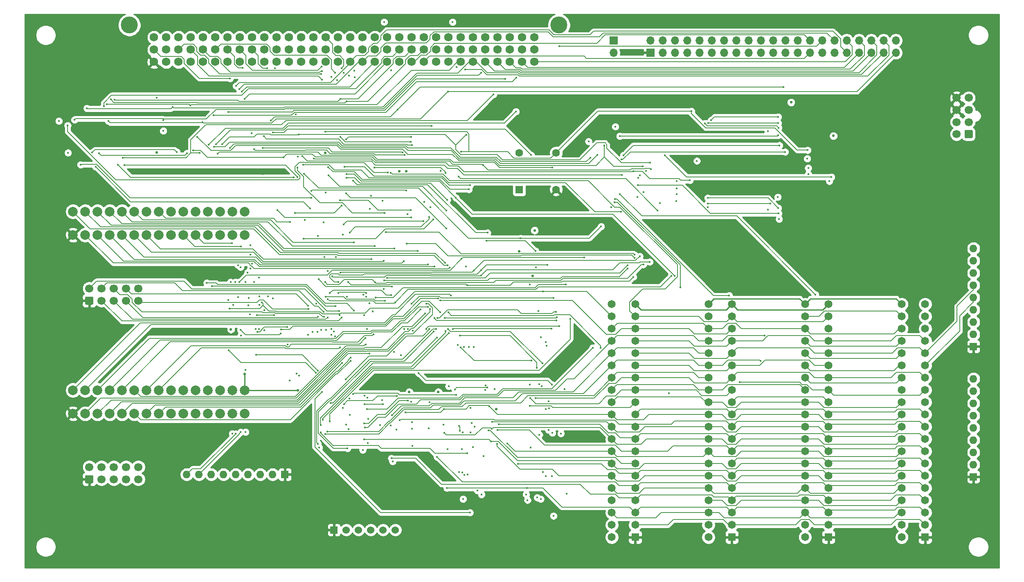
<source format=gbr>
G04 #@! TF.GenerationSoftware,KiCad,Pcbnew,(5.1.8)-1*
G04 #@! TF.CreationDate,2021-04-14T20:49:20+02:00*
G04 #@! TF.ProjectId,Project_GCM,50726f6a-6563-4745-9f47-434d2e6b6963,V5.1*
G04 #@! TF.SameCoordinates,PX40d9900PY1e84800*
G04 #@! TF.FileFunction,Copper,L3,Inr*
G04 #@! TF.FilePolarity,Positive*
%FSLAX46Y46*%
G04 Gerber Fmt 4.6, Leading zero omitted, Abs format (unit mm)*
G04 Created by KiCad (PCBNEW (5.1.8)-1) date 2021-04-14 20:49:20*
%MOMM*%
%LPD*%
G01*
G04 APERTURE LIST*
G04 #@! TA.AperFunction,ComponentPad*
%ADD10O,1.700000X1.700000*%
G04 #@! TD*
G04 #@! TA.AperFunction,ComponentPad*
%ADD11R,1.700000X1.700000*%
G04 #@! TD*
G04 #@! TA.AperFunction,WasherPad*
%ADD12C,3.500000*%
G04 #@! TD*
G04 #@! TA.AperFunction,ComponentPad*
%ADD13C,1.750000*%
G04 #@! TD*
G04 #@! TA.AperFunction,ComponentPad*
%ADD14C,2.000000*%
G04 #@! TD*
G04 #@! TA.AperFunction,ComponentPad*
%ADD15C,1.700000*%
G04 #@! TD*
G04 #@! TA.AperFunction,ComponentPad*
%ADD16O,1.600000X1.600000*%
G04 #@! TD*
G04 #@! TA.AperFunction,ComponentPad*
%ADD17R,1.600000X1.600000*%
G04 #@! TD*
G04 #@! TA.AperFunction,ComponentPad*
%ADD18C,1.650000*%
G04 #@! TD*
G04 #@! TA.AperFunction,ComponentPad*
%ADD19R,1.650000X1.650000*%
G04 #@! TD*
G04 #@! TA.AperFunction,ComponentPad*
%ADD20C,1.600000*%
G04 #@! TD*
G04 #@! TA.AperFunction,ComponentPad*
%ADD21R,1.530000X1.530000*%
G04 #@! TD*
G04 #@! TA.AperFunction,ComponentPad*
%ADD22C,1.530000*%
G04 #@! TD*
G04 #@! TA.AperFunction,ViaPad*
%ADD23C,0.550000*%
G04 #@! TD*
G04 #@! TA.AperFunction,ViaPad*
%ADD24C,0.450000*%
G04 #@! TD*
G04 #@! TA.AperFunction,Conductor*
%ADD25C,0.250000*%
G04 #@! TD*
G04 #@! TA.AperFunction,Conductor*
%ADD26C,0.180000*%
G04 #@! TD*
G04 #@! TA.AperFunction,Conductor*
%ADD27C,0.254000*%
G04 #@! TD*
G04 #@! TA.AperFunction,Conductor*
%ADD28C,0.100000*%
G04 #@! TD*
G04 APERTURE END LIST*
D10*
X180920000Y-6100000D03*
X180920000Y-8640000D03*
X178380000Y-6100000D03*
X178380000Y-8640000D03*
X175840000Y-6100000D03*
X175840000Y-8640000D03*
X173300000Y-6100000D03*
X173300000Y-8640000D03*
X170760000Y-6100000D03*
X170760000Y-8640000D03*
X168220000Y-6100000D03*
X168220000Y-8640000D03*
X165680000Y-6100000D03*
X165680000Y-8640000D03*
X163140000Y-6100000D03*
X163140000Y-8640000D03*
X160600000Y-6100000D03*
X160600000Y-8640000D03*
X158060000Y-6100000D03*
X158060000Y-8640000D03*
X155520000Y-6100000D03*
X155520000Y-8640000D03*
X152980000Y-6100000D03*
X152980000Y-8640000D03*
X150440000Y-6100000D03*
X150440000Y-8640000D03*
X147900000Y-6100000D03*
X147900000Y-8640000D03*
X145360000Y-6100000D03*
X145360000Y-8640000D03*
X142820000Y-6100000D03*
X142820000Y-8640000D03*
X140280000Y-6100000D03*
X140280000Y-8640000D03*
X137740000Y-6100000D03*
X137740000Y-8640000D03*
X135200000Y-6100000D03*
X135200000Y-8640000D03*
X132660000Y-6100000D03*
X132660000Y-8640000D03*
X130120000Y-6100000D03*
D11*
X130120000Y-8640000D03*
D12*
X22320000Y-2920000D03*
X111220000Y-2920000D03*
D13*
X27400000Y-10540000D03*
X29940000Y-10540000D03*
X32480000Y-10540000D03*
X35020000Y-10540000D03*
X37560000Y-10540000D03*
X40100000Y-10540000D03*
X42640000Y-10540000D03*
X45180000Y-10540000D03*
X47720000Y-10540000D03*
X50260000Y-10540000D03*
X52800000Y-10540000D03*
X55340000Y-10540000D03*
X57880000Y-10540000D03*
X60420000Y-10540000D03*
X62960000Y-10540000D03*
X65500000Y-10540000D03*
X68040000Y-10540000D03*
X70580000Y-10540000D03*
X73120000Y-10540000D03*
X75660000Y-10540000D03*
X78200000Y-10540000D03*
X80740000Y-10540000D03*
X83280000Y-10540000D03*
X85820000Y-10540000D03*
X88360000Y-10540000D03*
X90900000Y-10540000D03*
X93440000Y-10540000D03*
X95980000Y-10540000D03*
X98520000Y-10540000D03*
X101060000Y-10540000D03*
X103600000Y-10540000D03*
X106140000Y-10540000D03*
X27400000Y-8000000D03*
X29940000Y-8000000D03*
X32480000Y-8000000D03*
X35020000Y-8000000D03*
X37560000Y-8000000D03*
X40100000Y-8000000D03*
X42640000Y-8000000D03*
X45180000Y-8000000D03*
X47720000Y-8000000D03*
X50260000Y-8000000D03*
X52800000Y-8000000D03*
X55340000Y-8000000D03*
X57880000Y-8000000D03*
X60420000Y-8000000D03*
X62960000Y-8000000D03*
X65500000Y-8000000D03*
X68040000Y-8000000D03*
X70580000Y-8000000D03*
X73120000Y-8000000D03*
X75660000Y-8000000D03*
X78200000Y-8000000D03*
X80740000Y-8000000D03*
X83280000Y-8000000D03*
X85820000Y-8000000D03*
X88360000Y-8000000D03*
X90900000Y-8000000D03*
X93440000Y-8000000D03*
X95980000Y-8000000D03*
X98520000Y-8000000D03*
X101060000Y-8000000D03*
X103600000Y-8000000D03*
X106140000Y-8000000D03*
X27400000Y-5460000D03*
X29940000Y-5460000D03*
X32480000Y-5460000D03*
X35020000Y-5460000D03*
X37560000Y-5460000D03*
X40100000Y-5460000D03*
X42640000Y-5460000D03*
X45180000Y-5460000D03*
X47720000Y-5460000D03*
X50260000Y-5460000D03*
X52800000Y-5460000D03*
X55340000Y-5460000D03*
X57880000Y-5460000D03*
X60420000Y-5460000D03*
X62960000Y-5460000D03*
X65500000Y-5460000D03*
X68040000Y-5460000D03*
X70580000Y-5460000D03*
X73120000Y-5460000D03*
X75660000Y-5460000D03*
X78200000Y-5460000D03*
X80740000Y-5460000D03*
X83280000Y-5460000D03*
X85820000Y-5460000D03*
X88360000Y-5460000D03*
X90900000Y-5460000D03*
X93440000Y-5460000D03*
X95980000Y-5460000D03*
X98520000Y-5460000D03*
X101060000Y-5460000D03*
X103600000Y-5460000D03*
X106140000Y-5460000D03*
D14*
X46190000Y-83400000D03*
X46190000Y-78540000D03*
X43650000Y-83400000D03*
X43650000Y-78540000D03*
X41110000Y-83400000D03*
X41110000Y-78540000D03*
X38570000Y-83400000D03*
X38570000Y-78540000D03*
X36030000Y-83400000D03*
X36030000Y-78540000D03*
X33490000Y-83400000D03*
X33490000Y-78540000D03*
X30950000Y-83400000D03*
X30950000Y-78540000D03*
X28410000Y-83400000D03*
X28410000Y-78540000D03*
X25870000Y-83400000D03*
X25870000Y-78540000D03*
X23330000Y-83400000D03*
X23330000Y-78540000D03*
X20790000Y-83400000D03*
X20790000Y-78540000D03*
X18250000Y-83400000D03*
X18250000Y-78540000D03*
X15710000Y-83400000D03*
X15710000Y-78540000D03*
X13170000Y-83400000D03*
X13170000Y-78540000D03*
X10640000Y-83400000D03*
X10630000Y-78540000D03*
X46190000Y-46400000D03*
X46190000Y-41540000D03*
X43650000Y-46400000D03*
X43650000Y-41540000D03*
X41110000Y-46400000D03*
X41110000Y-41540000D03*
X38570000Y-46400000D03*
X38570000Y-41540000D03*
X36030000Y-46400000D03*
X36030000Y-41540000D03*
X33490000Y-46400000D03*
X33490000Y-41540000D03*
X30950000Y-46400000D03*
X30950000Y-41540000D03*
X28410000Y-46400000D03*
X28410000Y-41540000D03*
X25870000Y-46400000D03*
X25870000Y-41540000D03*
X23330000Y-46400000D03*
X23330000Y-41540000D03*
X20790000Y-46400000D03*
X20790000Y-41540000D03*
X18250000Y-46400000D03*
X18250000Y-41540000D03*
X15710000Y-46400000D03*
X15710000Y-41540000D03*
X13170000Y-46400000D03*
X13170000Y-41540000D03*
X10640000Y-46400000D03*
X10630000Y-41540000D03*
D15*
X193500000Y-18000000D03*
X193500000Y-20500000D03*
X193500000Y-23000000D03*
X193500000Y-25500000D03*
X196000000Y-18000000D03*
X196000000Y-20500000D03*
X196000000Y-23000000D03*
G04 #@! TA.AperFunction,ComponentPad*
G36*
G01*
X196850000Y-24900000D02*
X196850000Y-26100000D01*
G75*
G02*
X196600000Y-26350000I-250000J0D01*
G01*
X195400000Y-26350000D01*
G75*
G02*
X195150000Y-26100000I0J250000D01*
G01*
X195150000Y-24900000D01*
G75*
G02*
X195400000Y-24650000I250000J0D01*
G01*
X196600000Y-24650000D01*
G75*
G02*
X196850000Y-24900000I0J-250000D01*
G01*
G37*
G04 #@! TD.AperFunction*
D16*
X34180000Y-96000000D03*
X36720000Y-96000000D03*
X39260000Y-96000000D03*
X41800000Y-96000000D03*
X44340000Y-96000000D03*
X46880000Y-96000000D03*
X49420000Y-96000000D03*
X51960000Y-96000000D03*
D17*
X54500000Y-96000000D03*
D16*
X197000000Y-49180000D03*
X197000000Y-51720000D03*
X197000000Y-54260000D03*
X197000000Y-56800000D03*
X197000000Y-59340000D03*
X197000000Y-61880000D03*
X197000000Y-64420000D03*
X197000000Y-66960000D03*
D17*
X197000000Y-69500000D03*
D16*
X197000000Y-76180000D03*
X197000000Y-78720000D03*
X197000000Y-81260000D03*
X197000000Y-83800000D03*
X197000000Y-86340000D03*
X197000000Y-88880000D03*
X197000000Y-91420000D03*
X197000000Y-93960000D03*
D17*
X197000000Y-96500000D03*
D18*
X182149000Y-60740000D03*
X187000000Y-60740000D03*
X182149000Y-63280000D03*
X187000000Y-63280000D03*
X182149000Y-65820000D03*
X187000000Y-65820000D03*
X182149000Y-68360000D03*
X187000000Y-68360000D03*
X182149000Y-70900000D03*
X187000000Y-70900000D03*
X182149000Y-73440000D03*
X187000000Y-73440000D03*
X182149000Y-75980000D03*
X187000000Y-75980000D03*
X182149000Y-78520000D03*
X187000000Y-78520000D03*
X182149000Y-81060000D03*
X187000000Y-81060000D03*
X182149000Y-83600000D03*
X187000000Y-83600000D03*
X182149000Y-86140000D03*
X187000000Y-86140000D03*
X182149000Y-88680000D03*
X187000000Y-88680000D03*
X182149000Y-91220000D03*
X187000000Y-91220000D03*
X182149000Y-93760000D03*
X187000000Y-93760000D03*
X182149000Y-96300000D03*
X187000000Y-96300000D03*
X182149000Y-98840000D03*
X187000000Y-98840000D03*
X182149000Y-101380000D03*
X187000000Y-101380000D03*
X182149000Y-103920000D03*
X187000000Y-103920000D03*
X182149000Y-106460000D03*
X187000000Y-106460000D03*
X182149000Y-109000000D03*
D19*
X187000000Y-109000000D03*
D18*
X142149000Y-60740000D03*
X147000000Y-60740000D03*
X142149000Y-63280000D03*
X147000000Y-63280000D03*
X142149000Y-65820000D03*
X147000000Y-65820000D03*
X142149000Y-68360000D03*
X147000000Y-68360000D03*
X142149000Y-70900000D03*
X147000000Y-70900000D03*
X142149000Y-73440000D03*
X147000000Y-73440000D03*
X142149000Y-75980000D03*
X147000000Y-75980000D03*
X142149000Y-78520000D03*
X147000000Y-78520000D03*
X142149000Y-81060000D03*
X147000000Y-81060000D03*
X142149000Y-83600000D03*
X147000000Y-83600000D03*
X142149000Y-86140000D03*
X147000000Y-86140000D03*
X142149000Y-88680000D03*
X147000000Y-88680000D03*
X142149000Y-91220000D03*
X147000000Y-91220000D03*
X142149000Y-93760000D03*
X147000000Y-93760000D03*
X142149000Y-96300000D03*
X147000000Y-96300000D03*
X142149000Y-98840000D03*
X147000000Y-98840000D03*
X142149000Y-101380000D03*
X147000000Y-101380000D03*
X142149000Y-103920000D03*
X147000000Y-103920000D03*
X142149000Y-106460000D03*
X147000000Y-106460000D03*
X142149000Y-109000000D03*
D19*
X147000000Y-109000000D03*
D18*
X162149000Y-60740000D03*
X167000000Y-60740000D03*
X162149000Y-63280000D03*
X167000000Y-63280000D03*
X162149000Y-65820000D03*
X167000000Y-65820000D03*
X162149000Y-68360000D03*
X167000000Y-68360000D03*
X162149000Y-70900000D03*
X167000000Y-70900000D03*
X162149000Y-73440000D03*
X167000000Y-73440000D03*
X162149000Y-75980000D03*
X167000000Y-75980000D03*
X162149000Y-78520000D03*
X167000000Y-78520000D03*
X162149000Y-81060000D03*
X167000000Y-81060000D03*
X162149000Y-83600000D03*
X167000000Y-83600000D03*
X162149000Y-86140000D03*
X167000000Y-86140000D03*
X162149000Y-88680000D03*
X167000000Y-88680000D03*
X162149000Y-91220000D03*
X167000000Y-91220000D03*
X162149000Y-93760000D03*
X167000000Y-93760000D03*
X162149000Y-96300000D03*
X167000000Y-96300000D03*
X162149000Y-98840000D03*
X167000000Y-98840000D03*
X162149000Y-101380000D03*
X167000000Y-101380000D03*
X162149000Y-103920000D03*
X167000000Y-103920000D03*
X162149000Y-106460000D03*
X167000000Y-106460000D03*
X162149000Y-109000000D03*
D19*
X167000000Y-109000000D03*
D18*
X122149000Y-60740000D03*
X127000000Y-60740000D03*
X122149000Y-63280000D03*
X127000000Y-63280000D03*
X122149000Y-65820000D03*
X127000000Y-65820000D03*
X122149000Y-68360000D03*
X127000000Y-68360000D03*
X122149000Y-70900000D03*
X127000000Y-70900000D03*
X122149000Y-73440000D03*
X127000000Y-73440000D03*
X122149000Y-75980000D03*
X127000000Y-75980000D03*
X122149000Y-78520000D03*
X127000000Y-78520000D03*
X122149000Y-81060000D03*
X127000000Y-81060000D03*
X122149000Y-83600000D03*
X127000000Y-83600000D03*
X122149000Y-86140000D03*
X127000000Y-86140000D03*
X122149000Y-88680000D03*
X127000000Y-88680000D03*
X122149000Y-91220000D03*
X127000000Y-91220000D03*
X122149000Y-93760000D03*
X127000000Y-93760000D03*
X122149000Y-96300000D03*
X127000000Y-96300000D03*
X122149000Y-98840000D03*
X127000000Y-98840000D03*
X122149000Y-101380000D03*
X127000000Y-101380000D03*
X122149000Y-103920000D03*
X127000000Y-103920000D03*
X122149000Y-106460000D03*
X127000000Y-106460000D03*
X122149000Y-109000000D03*
D19*
X127000000Y-109000000D03*
D20*
X110620000Y-37000000D03*
X110620000Y-29380000D03*
X103000000Y-29380000D03*
D17*
X103000000Y-37000000D03*
D15*
X24160000Y-57460000D03*
X21620000Y-57460000D03*
X19080000Y-57460000D03*
X16540000Y-57460000D03*
X14000000Y-57460000D03*
X24160000Y-60000000D03*
X21620000Y-60000000D03*
X19080000Y-60000000D03*
X16540000Y-60000000D03*
G04 #@! TA.AperFunction,ComponentPad*
G36*
G01*
X14600000Y-60850000D02*
X13400000Y-60850000D01*
G75*
G02*
X13150000Y-60600000I0J250000D01*
G01*
X13150000Y-59400000D01*
G75*
G02*
X13400000Y-59150000I250000J0D01*
G01*
X14600000Y-59150000D01*
G75*
G02*
X14850000Y-59400000I0J-250000D01*
G01*
X14850000Y-60600000D01*
G75*
G02*
X14600000Y-60850000I-250000J0D01*
G01*
G37*
G04 #@! TD.AperFunction*
X24160000Y-94460000D03*
X21620000Y-94460000D03*
X19080000Y-94460000D03*
X16540000Y-94460000D03*
X14000000Y-94460000D03*
X24160000Y-97000000D03*
X21620000Y-97000000D03*
X19080000Y-97000000D03*
X16540000Y-97000000D03*
G04 #@! TA.AperFunction,ComponentPad*
G36*
G01*
X14600000Y-97850000D02*
X13400000Y-97850000D01*
G75*
G02*
X13150000Y-97600000I0J250000D01*
G01*
X13150000Y-96400000D01*
G75*
G02*
X13400000Y-96150000I250000J0D01*
G01*
X14600000Y-96150000D01*
G75*
G02*
X14850000Y-96400000I0J-250000D01*
G01*
X14850000Y-97600000D01*
G75*
G02*
X14600000Y-97850000I-250000J0D01*
G01*
G37*
G04 #@! TD.AperFunction*
D21*
X64650000Y-107500000D03*
D22*
X67190000Y-107500000D03*
X69730000Y-107500000D03*
X72270000Y-107500000D03*
X74810000Y-107500000D03*
X77350000Y-107500000D03*
D11*
X122500000Y-6100000D03*
D10*
X122500000Y-8640000D03*
D23*
X102940800Y-49767100D03*
X103370000Y-45100000D03*
X62833200Y-29346900D03*
X124490000Y-21890000D03*
X100560000Y-75400000D03*
X49870600Y-33715000D03*
X78540000Y-77300000D03*
X79601000Y-33187800D03*
X142070000Y-43940000D03*
X112671300Y-72831400D03*
X84140000Y-92410000D03*
D24*
X133940000Y-79200000D03*
X115380000Y-87960000D03*
X40850000Y-15930000D03*
D23*
X40850000Y-66820000D03*
X27953000Y-29319000D03*
X57158900Y-78540000D03*
X46190000Y-75184400D03*
X78205300Y-33214300D03*
X168022000Y-25872700D03*
X159256600Y-18915500D03*
X105738400Y-54856400D03*
X106170000Y-45450000D03*
X98198400Y-82455300D03*
X86232700Y-78927800D03*
X43322100Y-65952800D03*
X80229300Y-78918900D03*
D24*
X87725500Y-33559900D03*
X73001400Y-32400900D03*
X43138900Y-13961200D03*
X76531500Y-92657300D03*
X56296900Y-34446100D03*
X68862300Y-12384500D03*
X61307900Y-46599300D03*
X66507000Y-82230200D03*
X19957277Y-31834258D03*
X85986400Y-92382300D03*
X21247300Y-31956100D03*
X57075000Y-34387300D03*
X62545900Y-43799500D03*
X67913000Y-83628400D03*
X62029600Y-13069500D03*
X102696800Y-93784300D03*
X98398600Y-89693100D03*
X15343000Y-32288900D03*
X59683800Y-40877900D03*
X67676800Y-86631900D03*
X62167200Y-14216000D03*
X96665700Y-86835500D03*
X12227000Y-31841000D03*
X59954500Y-38695300D03*
X70900100Y-88726800D03*
X97173500Y-89195200D03*
X62127500Y-12436700D03*
X98451600Y-86762100D03*
X100521900Y-89588800D03*
X17033600Y-19748600D03*
X79886800Y-42091900D03*
X64920700Y-12766300D03*
X98725000Y-85583500D03*
X65958500Y-18236300D03*
X19264400Y-18392100D03*
X87488500Y-87412500D03*
X72101300Y-41023900D03*
X97345800Y-86532100D03*
X45752700Y-11799800D03*
X78246600Y-84746700D03*
X67243000Y-18731800D03*
X72321600Y-38239200D03*
X97372500Y-85109100D03*
X18443100Y-18310400D03*
X62100400Y-11509300D03*
X88337400Y-62430000D03*
X119842200Y-69750400D03*
X9538300Y-23700800D03*
X75793600Y-33472400D03*
X96806700Y-81896400D03*
X79413300Y-83111400D03*
X87375500Y-82492200D03*
X50804500Y-11822300D03*
X67163100Y-37809500D03*
X87867500Y-45044500D03*
X105207800Y-81823900D03*
X63494400Y-34019900D03*
X87931500Y-41294700D03*
X105276900Y-80180700D03*
X148642400Y-76894800D03*
X67220500Y-34536200D03*
X88108900Y-39117900D03*
X106355200Y-80224200D03*
X67220500Y-33813300D03*
X135146400Y-54871000D03*
X89878400Y-38690200D03*
X75400400Y-45791600D03*
X126863700Y-50510600D03*
X64121200Y-13624000D03*
X79666100Y-48178400D03*
X126827600Y-51175000D03*
X65273100Y-14287400D03*
X86680100Y-59959500D03*
X74696100Y-39332800D03*
X76424000Y-33505700D03*
X122890900Y-23947000D03*
X138313000Y-35058200D03*
X126609800Y-33209700D03*
X60455600Y-30586900D03*
X58093900Y-30103500D03*
X124233300Y-33992100D03*
X113562400Y-63766500D03*
X63777100Y-84982400D03*
X45091100Y-56122400D03*
X116448700Y-51089100D03*
X91075700Y-51347400D03*
X58473700Y-33715000D03*
X119938800Y-44636000D03*
X103273700Y-47079300D03*
X128747500Y-37556200D03*
X105198900Y-77407600D03*
X111595210Y-87513546D03*
X105348800Y-90422500D03*
X112780000Y-99990000D03*
X104706700Y-101318300D03*
X95620900Y-92224500D03*
X88382700Y-77717900D03*
X95182800Y-100162000D03*
X129190800Y-33099500D03*
X84892200Y-23773700D03*
X40229200Y-27628500D03*
X130039300Y-31448800D03*
X41489700Y-27608400D03*
X57321400Y-25570900D03*
X92062900Y-25660600D03*
X62807100Y-87654700D03*
X35514400Y-28871400D03*
X54214900Y-30281200D03*
X95516300Y-31955000D03*
X130205800Y-32762600D03*
X63279200Y-87144600D03*
X152961200Y-72491500D03*
X127477400Y-38501400D03*
X119137900Y-29836400D03*
X43084500Y-28389300D03*
X76648100Y-83751800D03*
X127622100Y-34572700D03*
X109839400Y-32469300D03*
X40559600Y-29586300D03*
X39791200Y-28117300D03*
X117699000Y-30405900D03*
X71053900Y-86288900D03*
X153752200Y-67255500D03*
X127966700Y-34022700D03*
X128510700Y-32215000D03*
X120581000Y-27869100D03*
X71445400Y-82481200D03*
X118209400Y-69759600D03*
X36358700Y-26056700D03*
X107865400Y-58053400D03*
X65806900Y-62985300D03*
X47631400Y-25364900D03*
X49762700Y-60393000D03*
X117330100Y-27004600D03*
X29325900Y-24825000D03*
X43028400Y-61675000D03*
X102315500Y-20811200D03*
X38744600Y-27722300D03*
X102366500Y-13808200D03*
X39753500Y-21601200D03*
X32122200Y-29200800D03*
X14618400Y-29319000D03*
X34255400Y-29451100D03*
X16042600Y-29446300D03*
X100094300Y-14075100D03*
X42775700Y-20901300D03*
X20941600Y-30383400D03*
X36860200Y-29411400D03*
X97663000Y-17292500D03*
X95133900Y-12764000D03*
X10959700Y-22530200D03*
X29305700Y-22653600D03*
X13511300Y-20149800D03*
X31289600Y-19903900D03*
X34905000Y-19539300D03*
X17631000Y-19346300D03*
X91784700Y-12141800D03*
X37445000Y-23053100D03*
X17945000Y-22802800D03*
X88260400Y-16655800D03*
X90437200Y-34285000D03*
X131584700Y-41296500D03*
X135540700Y-36771700D03*
X123843700Y-37956900D03*
X164283200Y-58731200D03*
X135531500Y-39364600D03*
X122737600Y-39628200D03*
X136312100Y-57236000D03*
X122781800Y-38970300D03*
X146436200Y-58957800D03*
X135540700Y-37957500D03*
X121987800Y-40615500D03*
X132111100Y-39836400D03*
X107439700Y-67557000D03*
X106934700Y-62181400D03*
X108470300Y-68605400D03*
X108614100Y-69356900D03*
X107137400Y-77278600D03*
X109046100Y-80878100D03*
X108520500Y-82474300D03*
X90015800Y-11613000D03*
X109168800Y-82324600D03*
X107166000Y-87768900D03*
X107865000Y-95519700D03*
X108500000Y-96325400D03*
X109758800Y-96337600D03*
X89683900Y-78402400D03*
X96394900Y-78021600D03*
X76493600Y-12280700D03*
X95998600Y-77526300D03*
X95962400Y-78517000D03*
X92881600Y-82258800D03*
X90239200Y-69188900D03*
X66698600Y-12811300D03*
X91533500Y-69572100D03*
X66196400Y-11852200D03*
X92548100Y-69585300D03*
X67780700Y-13364400D03*
X93538800Y-69585300D03*
X68959100Y-13695700D03*
X90505600Y-95486500D03*
X91223100Y-95607100D03*
X56738700Y-21471700D03*
X91650100Y-96071600D03*
X52450900Y-11823400D03*
X92280500Y-96025600D03*
X27970400Y-17948500D03*
X9619000Y-29356600D03*
X7715500Y-22799200D03*
X84344400Y-42674700D03*
X67905600Y-45861400D03*
X89184300Y-2292600D03*
X83372100Y-39561800D03*
X83163200Y-43541000D03*
X66632300Y-44233500D03*
X51580800Y-22698100D03*
X50250000Y-61963500D03*
X157639900Y-15791900D03*
X77862800Y-20410100D03*
X46128600Y-18191700D03*
X49250000Y-60899100D03*
X111244900Y-7266200D03*
X45584600Y-16729000D03*
X48472400Y-65871600D03*
X75030700Y-2270200D03*
X45037300Y-16188800D03*
X47250000Y-62831800D03*
X46967100Y-60994600D03*
X44395500Y-15516900D03*
X105508700Y-72423700D03*
X90903100Y-69673500D03*
X90551000Y-85958000D03*
X90740200Y-86948700D03*
X74939100Y-57580400D03*
X124067500Y-41579900D03*
X66856300Y-32275400D03*
X47366100Y-48525000D03*
X45412900Y-48752100D03*
X47726400Y-52327700D03*
X43504700Y-48075100D03*
X47378100Y-53369400D03*
X44813700Y-52691400D03*
X46791800Y-54184100D03*
X45341700Y-53055000D03*
X43250000Y-56139700D03*
X44250000Y-56138800D03*
X47366100Y-50464600D03*
X51016400Y-59079900D03*
X49167600Y-55225000D03*
X49212100Y-59116000D03*
X48108300Y-56130100D03*
X47006400Y-59429500D03*
X46333000Y-56129100D03*
X44820400Y-59294500D03*
X42750000Y-59864700D03*
X46350200Y-74304900D03*
X43812400Y-60894000D03*
X106600400Y-73926100D03*
X90719700Y-67271700D03*
X109669100Y-65824900D03*
X89250000Y-65859200D03*
X107764900Y-73013500D03*
X88250000Y-65877700D03*
X110782000Y-63455300D03*
X87574200Y-63557700D03*
X110591700Y-62299400D03*
X86082400Y-63565700D03*
X107610100Y-77697300D03*
X109045500Y-86816700D03*
X110688200Y-64102200D03*
X85452000Y-63562500D03*
X109861700Y-87400700D03*
X111303500Y-65297500D03*
X83751600Y-65878700D03*
X109778100Y-77406500D03*
X82165900Y-75020000D03*
X106693800Y-100802200D03*
X80931600Y-66247800D03*
X79907900Y-65862700D03*
X107430400Y-101117000D03*
X79211900Y-65860300D03*
X104431600Y-100150900D03*
X110068000Y-104604200D03*
X77097500Y-70629500D03*
X88174500Y-90734300D03*
X73298400Y-59379200D03*
X112637100Y-56635300D03*
X91270400Y-87310000D03*
X75039500Y-55837200D03*
X125456500Y-53330100D03*
X125386400Y-52699700D03*
X92866900Y-87260600D03*
X75671100Y-55317900D03*
X110116600Y-59449500D03*
X80703000Y-60646700D03*
X93749600Y-86102800D03*
X126617100Y-55090300D03*
X92188300Y-56831700D03*
X67617800Y-56129500D03*
X127917900Y-50827000D03*
X93591600Y-53790100D03*
X66015400Y-54216300D03*
X108861500Y-52595800D03*
X65530100Y-56125900D03*
X95112800Y-53674100D03*
X129981200Y-51964300D03*
X95113000Y-54822600D03*
X64250000Y-54946800D03*
X91089700Y-90774300D03*
X73217900Y-56214000D03*
X62809100Y-56139300D03*
X128675900Y-52536900D03*
X70877100Y-63039000D03*
X91365000Y-101081300D03*
X62143000Y-78933900D03*
X92788100Y-103910300D03*
X94336200Y-99320300D03*
X77324800Y-60359500D03*
X134433700Y-54858800D03*
X63395300Y-59726100D03*
X79576900Y-37206900D03*
X59952600Y-37274500D03*
X62719300Y-50939100D03*
X57428400Y-75511900D03*
X58587600Y-43246600D03*
X56958100Y-75090700D03*
X55512200Y-76536600D03*
X50246700Y-66156300D03*
X85194400Y-43175000D03*
X58360500Y-47160100D03*
X66215100Y-40290600D03*
X56568900Y-41818300D03*
X49149000Y-65863600D03*
X46358600Y-87194500D03*
X52259900Y-62981000D03*
X48671100Y-62981000D03*
X43606200Y-87576100D03*
X55001600Y-65458100D03*
X48802000Y-66508200D03*
X45361900Y-87231600D03*
X53617300Y-66808400D03*
X45317000Y-66058600D03*
X44286800Y-87591900D03*
X86596100Y-62410800D03*
X53705900Y-65985500D03*
X112409300Y-78307500D03*
X97926300Y-78307500D03*
X88024700Y-98825000D03*
X104547000Y-98831900D03*
X162810100Y-33804900D03*
X68619300Y-35112300D03*
X96420000Y-45940000D03*
X39418400Y-57022900D03*
X64967500Y-61143800D03*
X38332100Y-56322100D03*
X68805500Y-62034900D03*
X55590700Y-43665200D03*
X60958300Y-60633200D03*
X72379000Y-51390500D03*
X65053300Y-50939100D03*
X71516900Y-65885400D03*
X74979200Y-51741300D03*
X68800600Y-47906500D03*
X79093700Y-51855100D03*
X73110500Y-48691700D03*
X84082600Y-52465400D03*
X77127200Y-49193000D03*
X85470800Y-52933900D03*
X82019900Y-49699100D03*
X88574500Y-53142000D03*
X87620100Y-52184300D03*
X88137000Y-52683900D03*
X59348100Y-61745100D03*
X59319000Y-61086900D03*
X61293300Y-63361300D03*
X62595200Y-63371500D03*
X63329500Y-63500400D03*
X62498100Y-62285500D03*
X66238900Y-63539300D03*
X65700100Y-62170800D03*
X64879600Y-67366300D03*
X68097500Y-71783900D03*
X65878300Y-69713200D03*
X66332700Y-72936900D03*
X71165400Y-67774800D03*
X68097500Y-72477600D03*
X71269300Y-69129100D03*
X71970700Y-70944700D03*
X72816700Y-67005800D03*
X83750000Y-60646600D03*
X82614600Y-61809900D03*
X84515900Y-61766900D03*
X84100900Y-61290500D03*
X83482800Y-62672200D03*
X86184800Y-59563300D03*
X88808000Y-58954200D03*
X64149900Y-67060200D03*
X64608800Y-66375600D03*
X64147200Y-65906200D03*
X63046500Y-66089400D03*
X61962800Y-66083800D03*
X61224500Y-66487600D03*
X60250000Y-66492900D03*
X59316800Y-67106900D03*
X62807100Y-24989700D03*
X90965500Y-29137200D03*
X162685300Y-28829300D03*
X138618800Y-20753000D03*
X91962400Y-52917300D03*
X105187200Y-56637700D03*
X92578700Y-36961100D03*
X63428500Y-32314400D03*
X92830500Y-36052900D03*
X58289300Y-31827200D03*
X66526300Y-46356900D03*
X57139500Y-30127500D03*
X75103600Y-41795800D03*
X57103400Y-32445000D03*
X80584200Y-42795600D03*
X52970800Y-41205300D03*
X79311200Y-29841600D03*
X48145100Y-28635000D03*
X78825500Y-29298700D03*
X49871400Y-28390700D03*
X80813900Y-27770100D03*
X50160600Y-25956200D03*
X52008100Y-25157800D03*
X52008100Y-59490400D03*
X67860800Y-80240000D03*
X106423900Y-53100400D03*
X105430200Y-29847400D03*
X71526500Y-80080000D03*
X77539000Y-86670400D03*
X62927200Y-37592700D03*
X60890700Y-74933900D03*
X42894900Y-70242700D03*
X61346700Y-74477900D03*
X48504800Y-71240900D03*
X55095600Y-69073000D03*
X66715000Y-81457000D03*
X77683800Y-79728700D03*
X45419300Y-67223100D03*
X63971800Y-81233700D03*
X85967800Y-67675200D03*
X62297800Y-84705300D03*
X88380000Y-66730700D03*
X61945000Y-85738700D03*
X87750000Y-66304700D03*
X61308000Y-89657400D03*
X85827400Y-65861700D03*
X67422900Y-90583500D03*
X85273400Y-66430100D03*
X67191100Y-85731000D03*
X67094200Y-76290100D03*
X84385100Y-65878700D03*
X70921300Y-85427300D03*
X79970600Y-80693600D03*
X70998700Y-79681100D03*
X74656100Y-80590500D03*
X71731700Y-84469000D03*
X74196800Y-85755900D03*
X71674700Y-89485600D03*
X80843000Y-90107000D03*
X71964100Y-60574500D03*
X80827500Y-86545400D03*
X70728500Y-58738200D03*
X80822300Y-85196800D03*
X71280700Y-59209500D03*
X80641500Y-80948500D03*
X72702600Y-62203800D03*
X84414700Y-81054500D03*
X78480600Y-71313200D03*
X76364800Y-85889300D03*
X67334800Y-59161900D03*
X84247100Y-86430000D03*
X71334400Y-58433200D03*
X65538500Y-58438200D03*
X63376200Y-53856000D03*
X76784200Y-93321100D03*
X93444100Y-90353500D03*
X76492900Y-58827100D03*
X63799400Y-58458500D03*
X93119600Y-85331700D03*
X76683900Y-57085100D03*
X61458600Y-55574800D03*
X75205700Y-59997200D03*
X62950500Y-59157000D03*
X87291745Y-85661795D03*
X89963800Y-79503100D03*
X68627000Y-79353900D03*
X96190600Y-47606600D03*
X106339000Y-49678800D03*
X80586700Y-26066300D03*
X67177600Y-26585200D03*
X80569200Y-27086200D03*
X65942200Y-26075000D03*
X80582200Y-41257100D03*
X65909600Y-39217200D03*
X84628900Y-40672400D03*
X86745600Y-33108500D03*
X139760300Y-31041600D03*
X167180000Y-35260000D03*
X167593300Y-34379100D03*
X133109800Y-29865000D03*
X156766600Y-43096600D03*
X135577200Y-35235200D03*
X156668600Y-41917400D03*
X127514300Y-36119100D03*
X158000000Y-29177900D03*
X124132700Y-30774600D03*
X156820600Y-27829300D03*
X124542400Y-29865000D03*
X156577700Y-25775500D03*
X123795600Y-25907200D03*
X156640800Y-24197100D03*
X141413500Y-23297500D03*
X156593500Y-23230100D03*
X142061300Y-23231300D03*
X156589200Y-21931500D03*
X142726400Y-22586500D03*
X156506000Y-38557200D03*
X142024200Y-40645000D03*
X154943600Y-39865000D03*
X142014400Y-39901500D03*
X156593800Y-40811600D03*
X142008000Y-38730000D03*
X154429000Y-24936700D03*
X162591400Y-30595000D03*
X162796400Y-32533800D03*
X154416500Y-41135000D03*
X74788800Y-81490500D03*
X70932600Y-81490500D03*
X70605000Y-90938400D03*
X61568200Y-90453500D03*
X61939600Y-87283900D03*
X92217800Y-91649200D03*
D25*
X46190000Y-78540000D02*
X57158900Y-78540000D01*
X46190000Y-78540000D02*
X46190000Y-75184400D01*
X162149000Y-60740000D02*
X160998600Y-59589600D01*
X160998600Y-59589600D02*
X143299400Y-59589600D01*
X143299400Y-59589600D02*
X142149000Y-60740000D01*
X162149000Y-60740000D02*
X163299400Y-59589600D01*
X163299400Y-59589600D02*
X180998600Y-59589600D01*
X180998600Y-59589600D02*
X182149000Y-60740000D01*
X147000000Y-60740000D02*
X148163900Y-61903900D01*
X148163900Y-61903900D02*
X165836100Y-61903900D01*
X165836100Y-61903900D02*
X167000000Y-60740000D01*
X127000000Y-60740000D02*
X128190600Y-61930600D01*
X128190600Y-61930600D02*
X145809400Y-61930600D01*
X145809400Y-61930600D02*
X147000000Y-60740000D01*
D26*
X87725500Y-33559900D02*
X87725500Y-33368800D01*
X87725500Y-33368800D02*
X86757600Y-32400900D01*
X86757600Y-32400900D02*
X73001400Y-32400900D01*
X142149000Y-103920000D02*
X132363200Y-103920000D01*
X132363200Y-103920000D02*
X131262900Y-105020300D01*
X131262900Y-105020300D02*
X123249300Y-105020300D01*
X123249300Y-105020300D02*
X122149000Y-103920000D01*
X162149000Y-103920000D02*
X161043800Y-105025200D01*
X161043800Y-105025200D02*
X145415700Y-105025200D01*
X145415700Y-105025200D02*
X144310500Y-103920000D01*
X144310500Y-103920000D02*
X142149000Y-103920000D01*
X182149000Y-103920000D02*
X181639500Y-103920000D01*
X181639500Y-103920000D02*
X180528300Y-105031200D01*
X180528300Y-105031200D02*
X163260200Y-105031200D01*
X163260200Y-105031200D02*
X162149000Y-103920000D01*
X127000000Y-100822800D02*
X123622100Y-100822800D01*
X123622100Y-100822800D02*
X122909300Y-100110000D01*
X122909300Y-100110000D02*
X117709300Y-100110000D01*
X117709300Y-100110000D02*
X115616700Y-98017400D01*
X115616700Y-98017400D02*
X86878700Y-98017400D01*
X86878700Y-98017400D02*
X81518600Y-92657300D01*
X81518600Y-92657300D02*
X76531500Y-92657300D01*
X147000000Y-101380000D02*
X146265200Y-100645200D01*
X146265200Y-100645200D02*
X143244400Y-100645200D01*
X143244400Y-100645200D02*
X142864900Y-100265700D01*
X142864900Y-100265700D02*
X128114300Y-100265700D01*
X128114300Y-100265700D02*
X127557200Y-100822800D01*
X127557200Y-100822800D02*
X127000000Y-100822800D01*
X127000000Y-101380000D02*
X127000000Y-100822800D01*
X27400000Y-8000000D02*
X28774600Y-9374600D01*
X28774600Y-9374600D02*
X33013900Y-9374600D01*
X33013900Y-9374600D02*
X33649600Y-10010300D01*
X33649600Y-10010300D02*
X33649600Y-10811000D01*
X33649600Y-10811000D02*
X36799800Y-13961200D01*
X36799800Y-13961200D02*
X43138900Y-13961200D01*
X167000000Y-101380000D02*
X165996100Y-100376100D01*
X165996100Y-100376100D02*
X163175400Y-100376100D01*
X163175400Y-100376100D02*
X163016400Y-100217100D01*
X163016400Y-100217100D02*
X161026600Y-100217100D01*
X161026600Y-100217100D02*
X160707800Y-100535900D01*
X160707800Y-100535900D02*
X147844100Y-100535900D01*
X147844100Y-100535900D02*
X147000000Y-101380000D01*
X187000000Y-101380000D02*
X185904200Y-100284200D01*
X185904200Y-100284200D02*
X180959500Y-100284200D01*
X180959500Y-100284200D02*
X179863700Y-101380000D01*
X179863700Y-101380000D02*
X167000000Y-101380000D01*
X142149000Y-101380000D02*
X144969700Y-101380000D01*
X144969700Y-101380000D02*
X146076600Y-102486900D01*
X146076600Y-102486900D02*
X147823600Y-102486900D01*
X147823600Y-102486900D02*
X148930500Y-101380000D01*
X148930500Y-101380000D02*
X162149000Y-101380000D01*
X162149000Y-101380000D02*
X164969700Y-101380000D01*
X164969700Y-101380000D02*
X166070700Y-102481000D01*
X166070700Y-102481000D02*
X181048000Y-102481000D01*
X181048000Y-102481000D02*
X182149000Y-101380000D01*
X56296900Y-34446100D02*
X22569119Y-34446100D01*
X22569119Y-34446100D02*
X19957277Y-31834258D01*
X127000000Y-98290900D02*
X123630200Y-98290900D01*
X123630200Y-98290900D02*
X122909300Y-97570000D01*
X122909300Y-97570000D02*
X91174100Y-97570000D01*
X91174100Y-97570000D02*
X85986400Y-92382300D01*
X127000000Y-98290900D02*
X127549100Y-98290900D01*
X127549100Y-98290900D02*
X128098200Y-97741800D01*
X128098200Y-97741800D02*
X145901800Y-97741800D01*
X145901800Y-97741800D02*
X147000000Y-98840000D01*
X127000000Y-98840000D02*
X127000000Y-98290900D01*
X167000000Y-98292300D02*
X180726700Y-98292300D01*
X180726700Y-98292300D02*
X181279700Y-97739300D01*
X181279700Y-97739300D02*
X185899300Y-97739300D01*
X185899300Y-97739300D02*
X187000000Y-98840000D01*
X147000000Y-98840000D02*
X148095400Y-97744600D01*
X148095400Y-97744600D02*
X165904600Y-97744600D01*
X165904600Y-97744600D02*
X166452300Y-98292300D01*
X166452300Y-98292300D02*
X167000000Y-98292300D01*
X167000000Y-98840000D02*
X167000000Y-98292300D01*
X57075000Y-34387300D02*
X54643800Y-31956100D01*
X54643800Y-31956100D02*
X21247300Y-31956100D01*
X182149000Y-98840000D02*
X181639400Y-98840000D01*
X181639400Y-98840000D02*
X180538400Y-99941000D01*
X180538400Y-99941000D02*
X163250000Y-99941000D01*
X163250000Y-99941000D02*
X162149000Y-98840000D01*
X162149000Y-98840000D02*
X161639500Y-98840000D01*
X161639500Y-98840000D02*
X160532600Y-99946900D01*
X160532600Y-99946900D02*
X143255900Y-99946900D01*
X143255900Y-99946900D02*
X142149000Y-98840000D01*
X142149000Y-98840000D02*
X128924500Y-98840000D01*
X128924500Y-98840000D02*
X127819800Y-99944700D01*
X127819800Y-99944700D02*
X123253700Y-99944700D01*
X123253700Y-99944700D02*
X122149000Y-98840000D01*
X32480000Y-8000000D02*
X33625400Y-6854600D01*
X33625400Y-6854600D02*
X35555600Y-6854600D01*
X35555600Y-6854600D02*
X36290000Y-7589000D01*
X36290000Y-7589000D02*
X36290000Y-8370000D01*
X36290000Y-8370000D02*
X37065400Y-9145400D01*
X37065400Y-9145400D02*
X37863500Y-9145400D01*
X37863500Y-9145400D02*
X38705400Y-9987300D01*
X38705400Y-9987300D02*
X38705400Y-10770900D01*
X38705400Y-10770900D02*
X41004000Y-13069500D01*
X41004000Y-13069500D02*
X62029600Y-13069500D01*
X127000000Y-95750900D02*
X123630200Y-95750900D01*
X123630200Y-95750900D02*
X122909300Y-95030000D01*
X122909300Y-95030000D02*
X121236000Y-95030000D01*
X121236000Y-95030000D02*
X119990300Y-93784300D01*
X119990300Y-93784300D02*
X102696800Y-93784300D01*
X147000000Y-96300000D02*
X145901800Y-95201800D01*
X145901800Y-95201800D02*
X128098200Y-95201800D01*
X128098200Y-95201800D02*
X127549100Y-95750900D01*
X127549100Y-95750900D02*
X127000000Y-95750900D01*
X127000000Y-95750900D02*
X127000000Y-96300000D01*
X167000000Y-95752300D02*
X180726700Y-95752300D01*
X180726700Y-95752300D02*
X181279700Y-95199300D01*
X181279700Y-95199300D02*
X185899300Y-95199300D01*
X185899300Y-95199300D02*
X187000000Y-96300000D01*
X147000000Y-96300000D02*
X148095400Y-95204600D01*
X148095400Y-95204600D02*
X165904600Y-95204600D01*
X165904600Y-95204600D02*
X166452300Y-95752300D01*
X166452300Y-95752300D02*
X167000000Y-95752300D01*
X167000000Y-96300000D02*
X167000000Y-95752300D01*
X122149000Y-96300000D02*
X111190400Y-96300000D01*
X111190400Y-96300000D02*
X109845200Y-94954800D01*
X109845200Y-94954800D02*
X103145500Y-94954800D01*
X103145500Y-94954800D02*
X98398600Y-90207900D01*
X98398600Y-90207900D02*
X98398600Y-89693100D01*
X142149000Y-96300000D02*
X144969700Y-96300000D01*
X144969700Y-96300000D02*
X146076600Y-97406900D01*
X146076600Y-97406900D02*
X147823600Y-97406900D01*
X147823600Y-97406900D02*
X148930500Y-96300000D01*
X148930500Y-96300000D02*
X162149000Y-96300000D01*
X122149000Y-96300000D02*
X123255500Y-97406500D01*
X123255500Y-97406500D02*
X127822900Y-97406500D01*
X127822900Y-97406500D02*
X128929400Y-96300000D01*
X128929400Y-96300000D02*
X142149000Y-96300000D01*
X59683800Y-40877900D02*
X58331000Y-39525100D01*
X58331000Y-39525100D02*
X22579200Y-39525100D01*
X22579200Y-39525100D02*
X15343000Y-32288900D01*
X162149000Y-96300000D02*
X164969700Y-96300000D01*
X164969700Y-96300000D02*
X166070700Y-97401000D01*
X166070700Y-97401000D02*
X181048000Y-97401000D01*
X181048000Y-97401000D02*
X182149000Y-96300000D01*
X62167200Y-14216000D02*
X61402000Y-13450800D01*
X61402000Y-13450800D02*
X38779800Y-13450800D01*
X38779800Y-13450800D02*
X36414600Y-11085600D01*
X36414600Y-11085600D02*
X36414600Y-9394600D01*
X36414600Y-9394600D02*
X35020000Y-8000000D01*
X127000000Y-93760000D02*
X124179300Y-93760000D01*
X124179300Y-93760000D02*
X122909300Y-92490000D01*
X122909300Y-92490000D02*
X102603200Y-92490000D01*
X102603200Y-92490000D02*
X96948700Y-86835500D01*
X96948700Y-86835500D02*
X96665700Y-86835500D01*
X167000000Y-93212300D02*
X180726700Y-93212300D01*
X180726700Y-93212300D02*
X181279700Y-92659300D01*
X181279700Y-92659300D02*
X185899300Y-92659300D01*
X185899300Y-92659300D02*
X187000000Y-93760000D01*
X147000000Y-93760000D02*
X148095400Y-92664600D01*
X148095400Y-92664600D02*
X165904600Y-92664600D01*
X165904600Y-92664600D02*
X166452300Y-93212300D01*
X166452300Y-93212300D02*
X167000000Y-93212300D01*
X167000000Y-93760000D02*
X167000000Y-93212300D01*
X97173500Y-89195200D02*
X96705100Y-88726800D01*
X96705100Y-88726800D02*
X70900100Y-88726800D01*
X122149000Y-93760000D02*
X121563100Y-93174100D01*
X121563100Y-93174100D02*
X102651100Y-93174100D01*
X102651100Y-93174100D02*
X98672200Y-89195200D01*
X98672200Y-89195200D02*
X97173500Y-89195200D01*
X59954500Y-38695300D02*
X22449900Y-38695300D01*
X22449900Y-38695300D02*
X15542100Y-31787500D01*
X15542100Y-31787500D02*
X12280500Y-31787500D01*
X12280500Y-31787500D02*
X12227000Y-31841000D01*
X142149000Y-93760000D02*
X128924500Y-93760000D01*
X128924500Y-93760000D02*
X127819800Y-94864700D01*
X127819800Y-94864700D02*
X123253700Y-94864700D01*
X123253700Y-94864700D02*
X122149000Y-93760000D01*
X162149000Y-93760000D02*
X164969700Y-93760000D01*
X164969700Y-93760000D02*
X166070700Y-94861000D01*
X166070700Y-94861000D02*
X181048000Y-94861000D01*
X181048000Y-94861000D02*
X182149000Y-93760000D01*
X142149000Y-93760000D02*
X144969700Y-93760000D01*
X144969700Y-93760000D02*
X146076600Y-94866900D01*
X146076600Y-94866900D02*
X147823600Y-94866900D01*
X147823600Y-94866900D02*
X148930500Y-93760000D01*
X148930500Y-93760000D02*
X162149000Y-93760000D01*
X37560000Y-8000000D02*
X38954600Y-9394600D01*
X38954600Y-9394600D02*
X40595000Y-9394600D01*
X40595000Y-9394600D02*
X41245400Y-10045000D01*
X41245400Y-10045000D02*
X41245400Y-10780300D01*
X41245400Y-10780300D02*
X43174200Y-12709100D01*
X43174200Y-12709100D02*
X61687300Y-12709100D01*
X61687300Y-12709100D02*
X61959700Y-12436700D01*
X61959700Y-12436700D02*
X62127500Y-12436700D01*
X127000000Y-91220000D02*
X124179300Y-91220000D01*
X124179300Y-91220000D02*
X122909300Y-89950000D01*
X122909300Y-89950000D02*
X108254200Y-89950000D01*
X108254200Y-89950000D02*
X105066300Y-86762100D01*
X105066300Y-86762100D02*
X98451600Y-86762100D01*
X147000000Y-91220000D02*
X145901800Y-90121800D01*
X145901800Y-90121800D02*
X134845300Y-90121800D01*
X134845300Y-90121800D02*
X133747100Y-91220000D01*
X133747100Y-91220000D02*
X127000000Y-91220000D01*
X167000000Y-90672300D02*
X180726700Y-90672300D01*
X180726700Y-90672300D02*
X181279700Y-90119300D01*
X181279700Y-90119300D02*
X185899300Y-90119300D01*
X185899300Y-90119300D02*
X187000000Y-91220000D01*
X147000000Y-91220000D02*
X148095400Y-90124600D01*
X148095400Y-90124600D02*
X165904600Y-90124600D01*
X165904600Y-90124600D02*
X166452300Y-90672300D01*
X166452300Y-90672300D02*
X167000000Y-90672300D01*
X167000000Y-91220000D02*
X167000000Y-90672300D01*
X100521900Y-89588800D02*
X102153100Y-91220000D01*
X102153100Y-91220000D02*
X122149000Y-91220000D01*
X78200000Y-8000000D02*
X76805400Y-9394600D01*
X76805400Y-9394600D02*
X75165100Y-9394600D01*
X75165100Y-9394600D02*
X74514600Y-10045100D01*
X74514600Y-10045100D02*
X74514600Y-10770700D01*
X74514600Y-10770700D02*
X69188500Y-16096800D01*
X69188500Y-16096800D02*
X46926600Y-16096800D01*
X46926600Y-16096800D02*
X45573200Y-17450200D01*
X45573200Y-17450200D02*
X18600300Y-17450200D01*
X18600300Y-17450200D02*
X17033600Y-19016900D01*
X17033600Y-19016900D02*
X17033600Y-19748600D01*
X142149000Y-91220000D02*
X141050600Y-92318400D01*
X141050600Y-92318400D02*
X123247400Y-92318400D01*
X123247400Y-92318400D02*
X122149000Y-91220000D01*
X162149000Y-91220000D02*
X164969700Y-91220000D01*
X164969700Y-91220000D02*
X166070700Y-92321000D01*
X166070700Y-92321000D02*
X181048000Y-92321000D01*
X181048000Y-92321000D02*
X182149000Y-91220000D01*
X142149000Y-91220000D02*
X143255900Y-92326900D01*
X143255900Y-92326900D02*
X147823600Y-92326900D01*
X147823600Y-92326900D02*
X148930500Y-91220000D01*
X148930500Y-91220000D02*
X162149000Y-91220000D01*
X127000000Y-88405400D02*
X123904700Y-88405400D01*
X123904700Y-88405400D02*
X122909300Y-87410000D01*
X122909300Y-87410000D02*
X121449000Y-87410000D01*
X121449000Y-87410000D02*
X119622500Y-85583500D01*
X119622500Y-85583500D02*
X98725000Y-85583500D01*
X127000000Y-88405400D02*
X127274600Y-88405400D01*
X127274600Y-88405400D02*
X128098200Y-87581800D01*
X128098200Y-87581800D02*
X145901800Y-87581800D01*
X145901800Y-87581800D02*
X147000000Y-88680000D01*
X127000000Y-88680000D02*
X127000000Y-88405400D01*
X64920700Y-12766300D02*
X64105400Y-11951000D01*
X64105400Y-11951000D02*
X64105400Y-10064200D01*
X64105400Y-10064200D02*
X63186600Y-9145400D01*
X63186600Y-9145400D02*
X52264400Y-9145400D01*
X52264400Y-9145400D02*
X51405400Y-8286400D01*
X51405400Y-8286400D02*
X51405400Y-7508100D01*
X51405400Y-7508100D02*
X50724600Y-6827300D01*
X50724600Y-6827300D02*
X41272700Y-6827300D01*
X41272700Y-6827300D02*
X40100000Y-8000000D01*
X167000000Y-88132300D02*
X180726700Y-88132300D01*
X180726700Y-88132300D02*
X181279700Y-87579300D01*
X181279700Y-87579300D02*
X185899300Y-87579300D01*
X185899300Y-87579300D02*
X187000000Y-88680000D01*
X147000000Y-88680000D02*
X148095400Y-87584600D01*
X148095400Y-87584600D02*
X165904600Y-87584600D01*
X165904600Y-87584600D02*
X166452300Y-88132300D01*
X166452300Y-88132300D02*
X167000000Y-88132300D01*
X167000000Y-88680000D02*
X167000000Y-88132300D01*
X122149000Y-88680000D02*
X119735800Y-86266800D01*
X119735800Y-86266800D02*
X97611100Y-86266800D01*
X97611100Y-86266800D02*
X97345800Y-86532100D01*
X97345800Y-86532100D02*
X97153900Y-86340200D01*
X97153900Y-86340200D02*
X95338600Y-86340200D01*
X95338600Y-86340200D02*
X93873500Y-87805300D01*
X93873500Y-87805300D02*
X87881300Y-87805300D01*
X87881300Y-87805300D02*
X87488500Y-87412500D01*
X65958500Y-18236300D02*
X65507700Y-18687100D01*
X65507700Y-18687100D02*
X44950600Y-18687100D01*
X44950600Y-18687100D02*
X44707400Y-18443900D01*
X44707400Y-18443900D02*
X19316200Y-18443900D01*
X19316200Y-18443900D02*
X19264400Y-18392100D01*
X65958500Y-18236300D02*
X69615000Y-18236300D01*
X69615000Y-18236300D02*
X76930000Y-10921300D01*
X76930000Y-10921300D02*
X76930000Y-10116000D01*
X76930000Y-10116000D02*
X77651400Y-9394600D01*
X77651400Y-9394600D02*
X79345400Y-9394600D01*
X79345400Y-9394600D02*
X80740000Y-8000000D01*
X122149000Y-88680000D02*
X123247400Y-89778400D01*
X123247400Y-89778400D02*
X128186900Y-89778400D01*
X128186900Y-89778400D02*
X129285300Y-88680000D01*
X129285300Y-88680000D02*
X142149000Y-88680000D01*
X162149000Y-88680000D02*
X164969700Y-88680000D01*
X164969700Y-88680000D02*
X166070700Y-89781000D01*
X166070700Y-89781000D02*
X181048000Y-89781000D01*
X181048000Y-89781000D02*
X182149000Y-88680000D01*
X142149000Y-88680000D02*
X144969700Y-88680000D01*
X144969700Y-88680000D02*
X146076600Y-89786900D01*
X146076600Y-89786900D02*
X147823600Y-89786900D01*
X147823600Y-89786900D02*
X148930500Y-88680000D01*
X148930500Y-88680000D02*
X162149000Y-88680000D01*
X127000000Y-85639100D02*
X123678400Y-85639100D01*
X123678400Y-85639100D02*
X122767000Y-84727700D01*
X122767000Y-84727700D02*
X97866000Y-84727700D01*
X97866000Y-84727700D02*
X97736600Y-84598300D01*
X97736600Y-84598300D02*
X78395000Y-84598300D01*
X78395000Y-84598300D02*
X78246600Y-84746700D01*
X147000000Y-86140000D02*
X145828600Y-84968600D01*
X145828600Y-84968600D02*
X135173300Y-84968600D01*
X135173300Y-84968600D02*
X134502800Y-85639100D01*
X134502800Y-85639100D02*
X127000000Y-85639100D01*
X127000000Y-86140000D02*
X127000000Y-85639100D01*
X45752700Y-11799800D02*
X44820000Y-11799800D01*
X44820000Y-11799800D02*
X44034600Y-11014400D01*
X44034600Y-11014400D02*
X44034600Y-9394600D01*
X44034600Y-9394600D02*
X42640000Y-8000000D01*
X167000000Y-85592300D02*
X180726700Y-85592300D01*
X180726700Y-85592300D02*
X181279700Y-85039300D01*
X181279700Y-85039300D02*
X185899300Y-85039300D01*
X185899300Y-85039300D02*
X187000000Y-86140000D01*
X147000000Y-86140000D02*
X148095400Y-85044600D01*
X148095400Y-85044600D02*
X165904600Y-85044600D01*
X165904600Y-85044600D02*
X166452300Y-85592300D01*
X166452300Y-85592300D02*
X167000000Y-85592300D01*
X167000000Y-86140000D02*
X167000000Y-85592300D01*
X67243000Y-18731800D02*
X66927400Y-19047400D01*
X66927400Y-19047400D02*
X36367300Y-19047400D01*
X36367300Y-19047400D02*
X36284600Y-18964700D01*
X36284600Y-18964700D02*
X19097400Y-18964700D01*
X19097400Y-18964700D02*
X18443100Y-18310400D01*
X83280000Y-8000000D02*
X82010000Y-9270000D01*
X82010000Y-9270000D02*
X80368600Y-9270000D01*
X80368600Y-9270000D02*
X79470000Y-10168600D01*
X79470000Y-10168600D02*
X79470000Y-10901700D01*
X79470000Y-10901700D02*
X71639900Y-18731800D01*
X71639900Y-18731800D02*
X67243000Y-18731800D01*
X97372500Y-85109100D02*
X97393500Y-85088100D01*
X97393500Y-85088100D02*
X121097100Y-85088100D01*
X121097100Y-85088100D02*
X122149000Y-86140000D01*
X142149000Y-86140000D02*
X128970100Y-86140000D01*
X128970100Y-86140000D02*
X127869800Y-87240300D01*
X127869800Y-87240300D02*
X123249300Y-87240300D01*
X123249300Y-87240300D02*
X122149000Y-86140000D01*
X162149000Y-86140000D02*
X148930500Y-86140000D01*
X148930500Y-86140000D02*
X147823600Y-87246900D01*
X147823600Y-87246900D02*
X146076600Y-87246900D01*
X146076600Y-87246900D02*
X144969700Y-86140000D01*
X144969700Y-86140000D02*
X142149000Y-86140000D01*
X162149000Y-86140000D02*
X164969700Y-86140000D01*
X164969700Y-86140000D02*
X166070700Y-87241000D01*
X166070700Y-87241000D02*
X181048000Y-87241000D01*
X181048000Y-87241000D02*
X182149000Y-86140000D01*
X119842200Y-69750400D02*
X119842200Y-69309000D01*
X119842200Y-69309000D02*
X113487400Y-62954200D01*
X113487400Y-62954200D02*
X110240600Y-62954200D01*
X110240600Y-62954200D02*
X110144100Y-63050700D01*
X110144100Y-63050700D02*
X88958100Y-63050700D01*
X88958100Y-63050700D02*
X88337400Y-62430000D01*
X45180000Y-8000000D02*
X46450000Y-9270000D01*
X46450000Y-9270000D02*
X46450000Y-10956700D01*
X46450000Y-10956700D02*
X47812900Y-12319600D01*
X47812900Y-12319600D02*
X61290100Y-12319600D01*
X61290100Y-12319600D02*
X62100400Y-11509300D01*
X127000000Y-83600000D02*
X128099200Y-82500800D01*
X128099200Y-82500800D02*
X145900800Y-82500800D01*
X145900800Y-82500800D02*
X147000000Y-83600000D01*
X167000000Y-83052300D02*
X180726700Y-83052300D01*
X180726700Y-83052300D02*
X181279700Y-82499300D01*
X181279700Y-82499300D02*
X185899300Y-82499300D01*
X185899300Y-82499300D02*
X187000000Y-83600000D01*
X147000000Y-83600000D02*
X148095400Y-82504600D01*
X148095400Y-82504600D02*
X165904600Y-82504600D01*
X165904600Y-82504600D02*
X166452300Y-83052300D01*
X166452300Y-83052300D02*
X167000000Y-83052300D01*
X167000000Y-83600000D02*
X167000000Y-83052300D01*
X9538300Y-23700800D02*
X9538300Y-25007300D01*
X9538300Y-25007300D02*
X19493300Y-34962300D01*
X19493300Y-34962300D02*
X57259300Y-34962300D01*
X57259300Y-34962300D02*
X57599900Y-34621700D01*
X57599900Y-34621700D02*
X57599900Y-34140300D01*
X57599900Y-34140300D02*
X56606800Y-33147200D01*
X56606800Y-33147200D02*
X56606800Y-32235400D01*
X56606800Y-32235400D02*
X57546300Y-31295900D01*
X57546300Y-31295900D02*
X58464400Y-31295900D01*
X58464400Y-31295900D02*
X58627300Y-31458800D01*
X58627300Y-31458800D02*
X70881000Y-31458800D01*
X70881000Y-31458800D02*
X72894600Y-33472400D01*
X72894600Y-33472400D02*
X75793600Y-33472400D01*
X87375500Y-82492200D02*
X86756300Y-83111400D01*
X86756300Y-83111400D02*
X79413300Y-83111400D01*
X96806700Y-81896400D02*
X96659200Y-81748900D01*
X96659200Y-81748900D02*
X92691200Y-81748900D01*
X92691200Y-81748900D02*
X91947900Y-82492200D01*
X91947900Y-82492200D02*
X87375500Y-82492200D01*
X122149000Y-83600000D02*
X98510300Y-83600000D01*
X98510300Y-83600000D02*
X96806700Y-81896400D01*
X162149000Y-83600000D02*
X164969700Y-83600000D01*
X164969700Y-83600000D02*
X166070700Y-84701000D01*
X166070700Y-84701000D02*
X181048000Y-84701000D01*
X181048000Y-84701000D02*
X182149000Y-83600000D01*
X142149000Y-83600000D02*
X144969700Y-83600000D01*
X144969700Y-83600000D02*
X146076600Y-84706900D01*
X146076600Y-84706900D02*
X147823600Y-84706900D01*
X147823600Y-84706900D02*
X148930500Y-83600000D01*
X148930500Y-83600000D02*
X162149000Y-83600000D01*
X122149000Y-83600000D02*
X123247400Y-84698400D01*
X123247400Y-84698400D02*
X128696400Y-84698400D01*
X128696400Y-84698400D02*
X129794800Y-83600000D01*
X129794800Y-83600000D02*
X142149000Y-83600000D01*
X127000000Y-81060000D02*
X125887200Y-82172800D01*
X125887200Y-82172800D02*
X109897100Y-82172800D01*
X109897100Y-82172800D02*
X109548200Y-81823900D01*
X109548200Y-81823900D02*
X105207800Y-81823900D01*
X67163100Y-37809500D02*
X68088100Y-38734500D01*
X68088100Y-38734500D02*
X81557500Y-38734500D01*
X81557500Y-38734500D02*
X87867500Y-45044500D01*
X50804500Y-11822300D02*
X49894400Y-11822300D01*
X49894400Y-11822300D02*
X48990000Y-10917900D01*
X48990000Y-10917900D02*
X48990000Y-9270000D01*
X48990000Y-9270000D02*
X47720000Y-8000000D01*
X147000000Y-81060000D02*
X148111300Y-79948700D01*
X148111300Y-79948700D02*
X165888700Y-79948700D01*
X165888700Y-79948700D02*
X167000000Y-81060000D01*
X87931500Y-41294700D02*
X82974700Y-36337900D01*
X82974700Y-36337900D02*
X65812400Y-36337900D01*
X65812400Y-36337900D02*
X63494400Y-34019900D01*
X127000000Y-78520000D02*
X139609100Y-78520000D01*
X139609100Y-78520000D02*
X140727800Y-79638700D01*
X140727800Y-79638700D02*
X145881300Y-79638700D01*
X145881300Y-79638700D02*
X147000000Y-78520000D01*
X105276900Y-80180700D02*
X106469700Y-81373500D01*
X106469700Y-81373500D02*
X119470100Y-81373500D01*
X119470100Y-81373500D02*
X121053600Y-79790000D01*
X121053600Y-79790000D02*
X122849100Y-79790000D01*
X122849100Y-79790000D02*
X124119100Y-78520000D01*
X124119100Y-78520000D02*
X127000000Y-78520000D01*
X167000000Y-78520000D02*
X163698200Y-78520000D01*
X163698200Y-78520000D02*
X162532900Y-77354700D01*
X162532900Y-77354700D02*
X161493400Y-77354700D01*
X161493400Y-77354700D02*
X161033500Y-76894800D01*
X161033500Y-76894800D02*
X148642400Y-76894800D01*
X187000000Y-78520000D02*
X185888800Y-79631200D01*
X185888800Y-79631200D02*
X168111200Y-79631200D01*
X168111200Y-79631200D02*
X167000000Y-78520000D01*
X88108900Y-39117900D02*
X84608200Y-35617200D01*
X84608200Y-35617200D02*
X70034900Y-35617200D01*
X70034900Y-35617200D02*
X68953900Y-34536200D01*
X68953900Y-34536200D02*
X67220500Y-34536200D01*
X127000000Y-75980000D02*
X138088500Y-75980000D01*
X138088500Y-75980000D02*
X139193300Y-77084800D01*
X139193300Y-77084800D02*
X145895200Y-77084800D01*
X145895200Y-77084800D02*
X147000000Y-75980000D01*
X106355200Y-80224200D02*
X118474800Y-80224200D01*
X118474800Y-80224200D02*
X121576500Y-77122500D01*
X121576500Y-77122500D02*
X122976600Y-77122500D01*
X122976600Y-77122500D02*
X124119100Y-75980000D01*
X124119100Y-75980000D02*
X127000000Y-75980000D01*
X167000000Y-75980000D02*
X179924200Y-75980000D01*
X179924200Y-75980000D02*
X181035500Y-74868700D01*
X181035500Y-74868700D02*
X185888700Y-74868700D01*
X185888700Y-74868700D02*
X187000000Y-75980000D01*
X147000000Y-75980000D02*
X148104700Y-74875300D01*
X148104700Y-74875300D02*
X162968800Y-74875300D01*
X162968800Y-74875300D02*
X164073500Y-75980000D01*
X164073500Y-75980000D02*
X167000000Y-75980000D01*
X89878400Y-38690200D02*
X86445100Y-35256900D01*
X86445100Y-35256900D02*
X70292700Y-35256900D01*
X70292700Y-35256900D02*
X68849100Y-33813300D01*
X68849100Y-33813300D02*
X67220500Y-33813300D01*
X135146400Y-54871000D02*
X122351100Y-42075700D01*
X122351100Y-42075700D02*
X93263900Y-42075700D01*
X93263900Y-42075700D02*
X89878400Y-38690200D01*
X127000000Y-73440000D02*
X138088500Y-73440000D01*
X138088500Y-73440000D02*
X139187600Y-74539100D01*
X139187600Y-74539100D02*
X145900900Y-74539100D01*
X145900900Y-74539100D02*
X147000000Y-73440000D01*
X147000000Y-73440000D02*
X152733700Y-73440000D01*
X152733700Y-73440000D02*
X153838400Y-72335300D01*
X153838400Y-72335300D02*
X162968800Y-72335300D01*
X162968800Y-72335300D02*
X164073500Y-73440000D01*
X164073500Y-73440000D02*
X167000000Y-73440000D01*
X197000000Y-59340000D02*
X197000000Y-60410300D01*
X197000000Y-60410300D02*
X196896700Y-60410300D01*
X196896700Y-60410300D02*
X194151900Y-63155100D01*
X194151900Y-63155100D02*
X194151900Y-66288100D01*
X194151900Y-66288100D02*
X187000000Y-73440000D01*
X75400400Y-45791600D02*
X75400400Y-45791700D01*
X75400400Y-45791700D02*
X86416100Y-45791700D01*
X86416100Y-45791700D02*
X90956900Y-50332500D01*
X90956900Y-50332500D02*
X103175000Y-50332500D01*
X103175000Y-50332500D02*
X103274200Y-50233300D01*
X103274200Y-50233300D02*
X126586400Y-50233300D01*
X126586400Y-50233300D02*
X126863700Y-50510600D01*
X147000000Y-70900000D02*
X148106400Y-69793600D01*
X148106400Y-69793600D02*
X162971800Y-69793600D01*
X162971800Y-69793600D02*
X164078200Y-70900000D01*
X164078200Y-70900000D02*
X167000000Y-70900000D01*
X127000000Y-70900000D02*
X138088500Y-70900000D01*
X138088500Y-70900000D02*
X139183900Y-71995400D01*
X139183900Y-71995400D02*
X145904600Y-71995400D01*
X145904600Y-71995400D02*
X147000000Y-70900000D01*
X167000000Y-70900000D02*
X180179000Y-70900000D01*
X180179000Y-70900000D02*
X181290300Y-69788700D01*
X181290300Y-69788700D02*
X185888700Y-69788700D01*
X185888700Y-69788700D02*
X187000000Y-70900000D01*
X197000000Y-57870300D02*
X196889100Y-57870300D01*
X196889100Y-57870300D02*
X193611600Y-61147800D01*
X193611600Y-61147800D02*
X193611600Y-64288400D01*
X193611600Y-64288400D02*
X187000000Y-70900000D01*
X197000000Y-56800000D02*
X197000000Y-57870300D01*
X79666100Y-48178400D02*
X85713400Y-48178400D01*
X85713400Y-48178400D02*
X88227800Y-50692800D01*
X88227800Y-50692800D02*
X103324300Y-50692800D01*
X103324300Y-50692800D02*
X103423400Y-50593700D01*
X103423400Y-50593700D02*
X126246300Y-50593700D01*
X126246300Y-50593700D02*
X126827600Y-51175000D01*
X127000000Y-68360000D02*
X138088500Y-68360000D01*
X138088500Y-68360000D02*
X139186900Y-69458400D01*
X139186900Y-69458400D02*
X145901600Y-69458400D01*
X145901600Y-69458400D02*
X147000000Y-68360000D01*
X147000000Y-68360000D02*
X153374400Y-68360000D01*
X153374400Y-68360000D02*
X154479100Y-67255300D01*
X154479100Y-67255300D02*
X162968800Y-67255300D01*
X162968800Y-67255300D02*
X164073500Y-68360000D01*
X164073500Y-68360000D02*
X167000000Y-68360000D01*
X167000000Y-68360000D02*
X179924200Y-68360000D01*
X179924200Y-68360000D02*
X181035500Y-67248700D01*
X181035500Y-67248700D02*
X185888700Y-67248700D01*
X185888700Y-67248700D02*
X187000000Y-68360000D01*
X86680100Y-59959500D02*
X86680100Y-59959600D01*
X86680100Y-59959600D02*
X113985500Y-59959600D01*
X113985500Y-59959600D02*
X120987400Y-66961500D01*
X120987400Y-66961500D02*
X122977600Y-66961500D01*
X122977600Y-66961500D02*
X124119100Y-65820000D01*
X124119100Y-65820000D02*
X127000000Y-65820000D01*
X147000000Y-65820000D02*
X145904500Y-66915500D01*
X145904500Y-66915500D02*
X139184000Y-66915500D01*
X139184000Y-66915500D02*
X138088500Y-65820000D01*
X138088500Y-65820000D02*
X127000000Y-65820000D01*
X127000000Y-63280000D02*
X125832600Y-62112600D01*
X125832600Y-62112600D02*
X125832600Y-60294400D01*
X125832600Y-60294400D02*
X128569000Y-57558000D01*
X128569000Y-57558000D02*
X133167400Y-57558000D01*
X133167400Y-57558000D02*
X135709600Y-55015800D01*
X135709600Y-55015800D02*
X135709600Y-52508600D01*
X135709600Y-52508600D02*
X123819400Y-40618400D01*
X123819400Y-40618400D02*
X122707200Y-40618400D01*
X122707200Y-40618400D02*
X117257600Y-35168800D01*
X117257600Y-35168800D02*
X88601500Y-35168800D01*
X88601500Y-35168800D02*
X87248400Y-33815700D01*
X87248400Y-33815700D02*
X76734000Y-33815700D01*
X76734000Y-33815700D02*
X76424000Y-33505700D01*
X147000000Y-63280000D02*
X145899900Y-64380100D01*
X145899900Y-64380100D02*
X141218800Y-64380100D01*
X141218800Y-64380100D02*
X140118700Y-63280000D01*
X140118700Y-63280000D02*
X127000000Y-63280000D01*
X147000000Y-63280000D02*
X148095400Y-64375400D01*
X148095400Y-64375400D02*
X165904600Y-64375400D01*
X165904600Y-64375400D02*
X167000000Y-63280000D01*
X126609800Y-33209700D02*
X126494600Y-33324900D01*
X126494600Y-33324900D02*
X91587900Y-33324900D01*
X91587900Y-33324900D02*
X90358000Y-32095000D01*
X90358000Y-32095000D02*
X88490100Y-32095000D01*
X88490100Y-32095000D02*
X87837300Y-31442200D01*
X87837300Y-31442200D02*
X73264300Y-31442200D01*
X73264300Y-31442200D02*
X72455000Y-30632900D01*
X72455000Y-30632900D02*
X60501600Y-30632900D01*
X60501600Y-30632900D02*
X60455600Y-30586900D01*
X138313000Y-35058200D02*
X136404800Y-35058200D01*
X136404800Y-35058200D02*
X136077300Y-34730700D01*
X136077300Y-34730700D02*
X129951500Y-34730700D01*
X129951500Y-34730700D02*
X128430500Y-33209700D01*
X128430500Y-33209700D02*
X126609800Y-33209700D01*
X124233300Y-33992100D02*
X91565500Y-33992100D01*
X91565500Y-33992100D02*
X90208700Y-32635300D01*
X90208700Y-32635300D02*
X88191500Y-32635300D01*
X88191500Y-32635300D02*
X87461700Y-31905500D01*
X87461700Y-31905500D02*
X73217900Y-31905500D01*
X73217900Y-31905500D02*
X72410900Y-31098500D01*
X72410900Y-31098500D02*
X59088900Y-31098500D01*
X59088900Y-31098500D02*
X58093900Y-30103500D01*
X113562400Y-63766500D02*
X113562400Y-67964600D01*
X113562400Y-67964600D02*
X107088000Y-74439000D01*
X107088000Y-74439000D02*
X72802800Y-74439000D01*
X72802800Y-74439000D02*
X63777100Y-83464700D01*
X63777100Y-83464700D02*
X63777100Y-84982400D01*
X45091100Y-56122400D02*
X46534100Y-54679400D01*
X46534100Y-54679400D02*
X63253200Y-54679400D01*
X63253200Y-54679400D02*
X64245300Y-53687300D01*
X64245300Y-53687300D02*
X85014200Y-53687300D01*
X85014200Y-53687300D02*
X85116400Y-53789500D01*
X85116400Y-53789500D02*
X88633600Y-53789500D01*
X88633600Y-53789500D02*
X91075700Y-51347400D01*
X91075700Y-51347400D02*
X91334000Y-51089100D01*
X91334000Y-51089100D02*
X116448700Y-51089100D01*
X58473700Y-33715000D02*
X61457000Y-36698300D01*
X61457000Y-36698300D02*
X82132200Y-36698300D01*
X82132200Y-36698300D02*
X92513200Y-47079300D01*
X92513200Y-47079300D02*
X103273700Y-47079300D01*
X103273700Y-47079300D02*
X117495500Y-47079300D01*
X117495500Y-47079300D02*
X119938800Y-44636000D01*
X84892200Y-23773700D02*
X55160100Y-23773700D01*
X55160100Y-23773700D02*
X54300300Y-24633500D01*
X54300300Y-24633500D02*
X43224200Y-24633500D01*
X43224200Y-24633500D02*
X40229200Y-27628500D01*
X122149000Y-81060000D02*
X123260300Y-79948700D01*
X123260300Y-79948700D02*
X140528100Y-79948700D01*
X140528100Y-79948700D02*
X141639400Y-81060000D01*
X141639400Y-81060000D02*
X142149000Y-81060000D01*
X162149000Y-81060000D02*
X164969700Y-81060000D01*
X164969700Y-81060000D02*
X166070700Y-82161000D01*
X166070700Y-82161000D02*
X181048000Y-82161000D01*
X181048000Y-82161000D02*
X182149000Y-81060000D01*
X142149000Y-81060000D02*
X145075600Y-81060000D01*
X145075600Y-81060000D02*
X146180200Y-82164600D01*
X146180200Y-82164600D02*
X147865500Y-82164600D01*
X147865500Y-82164600D02*
X148970100Y-81060000D01*
X148970100Y-81060000D02*
X162149000Y-81060000D01*
X41489700Y-27608400D02*
X42992500Y-26105600D01*
X42992500Y-26105600D02*
X48081900Y-26105600D01*
X48081900Y-26105600D02*
X48731100Y-25456400D01*
X48731100Y-25456400D02*
X51408300Y-25456400D01*
X51408300Y-25456400D02*
X51617100Y-25665200D01*
X51617100Y-25665200D02*
X57227100Y-25665200D01*
X57227100Y-25665200D02*
X57321400Y-25570900D01*
X89861600Y-27746400D02*
X91947400Y-25660600D01*
X91947400Y-25660600D02*
X92062900Y-25660600D01*
X122149000Y-78520000D02*
X123248100Y-77420900D01*
X123248100Y-77420900D02*
X139019700Y-77420900D01*
X139019700Y-77420900D02*
X140118800Y-78520000D01*
X140118800Y-78520000D02*
X142149000Y-78520000D01*
X130039300Y-31448800D02*
X124105700Y-31448800D01*
X124105700Y-31448800D02*
X121118900Y-28462000D01*
X121118900Y-28462000D02*
X121118900Y-27689000D01*
X121118900Y-27689000D02*
X120736900Y-27307000D01*
X120736900Y-27307000D02*
X119056300Y-27307000D01*
X119056300Y-27307000D02*
X115523300Y-30840000D01*
X115523300Y-30840000D02*
X99548300Y-30840000D01*
X99548300Y-30840000D02*
X98446000Y-29737700D01*
X98446000Y-29737700D02*
X90848100Y-29737700D01*
X90848100Y-29737700D02*
X89861600Y-28751200D01*
X89861600Y-28751200D02*
X89861600Y-27746400D01*
X89861600Y-27746400D02*
X87686100Y-25570900D01*
X87686100Y-25570900D02*
X57321400Y-25570900D01*
X142149000Y-78520000D02*
X145030000Y-78520000D01*
X145030000Y-78520000D02*
X146159800Y-77390200D01*
X146159800Y-77390200D02*
X161019200Y-77390200D01*
X161019200Y-77390200D02*
X162149000Y-78520000D01*
X95516300Y-31955000D02*
X95295900Y-31734600D01*
X95295900Y-31734600D02*
X89209900Y-31734600D01*
X89209900Y-31734600D02*
X88557200Y-31081900D01*
X88557200Y-31081900D02*
X73413600Y-31081900D01*
X73413600Y-31081900D02*
X72604300Y-30272600D01*
X72604300Y-30272600D02*
X60841800Y-30272600D01*
X60841800Y-30272600D02*
X60177400Y-29608200D01*
X60177400Y-29608200D02*
X54887900Y-29608200D01*
X54887900Y-29608200D02*
X54214900Y-30281200D01*
X122149000Y-75980000D02*
X118460700Y-79668300D01*
X118460700Y-79668300D02*
X104781500Y-79668300D01*
X104781500Y-79668300D02*
X103279300Y-81170500D01*
X103279300Y-81170500D02*
X91958500Y-81170500D01*
X91958500Y-81170500D02*
X91145600Y-81983400D01*
X91145600Y-81983400D02*
X86880900Y-81983400D01*
X86880900Y-81983400D02*
X86263900Y-82600400D01*
X86263900Y-82600400D02*
X79072200Y-82600400D01*
X79072200Y-82600400D02*
X76278600Y-85394000D01*
X76278600Y-85394000D02*
X76159800Y-85394000D01*
X76159800Y-85394000D02*
X73899100Y-87654700D01*
X73899100Y-87654700D02*
X62807100Y-87654700D01*
X142149000Y-75980000D02*
X140118800Y-75980000D01*
X140118800Y-75980000D02*
X139018900Y-74880100D01*
X139018900Y-74880100D02*
X123248900Y-74880100D01*
X123248900Y-74880100D02*
X122149000Y-75980000D01*
X54214900Y-30281200D02*
X38430400Y-30281200D01*
X38430400Y-30281200D02*
X37020600Y-28871400D01*
X37020600Y-28871400D02*
X35514400Y-28871400D01*
X95516300Y-31955000D02*
X96525900Y-32964600D01*
X96525900Y-32964600D02*
X125894400Y-32964600D01*
X125894400Y-32964600D02*
X126148700Y-32710300D01*
X126148700Y-32710300D02*
X128879600Y-32710300D01*
X128879600Y-32710300D02*
X128985700Y-32604200D01*
X128985700Y-32604200D02*
X130047400Y-32604200D01*
X130047400Y-32604200D02*
X130205800Y-32762600D01*
X182149000Y-75980000D02*
X181037800Y-77091200D01*
X181037800Y-77091200D02*
X163260200Y-77091200D01*
X163260200Y-77091200D02*
X162149000Y-75980000D01*
X122149000Y-73440000D02*
X116298000Y-79291000D01*
X116298000Y-79291000D02*
X103670100Y-79291000D01*
X103670100Y-79291000D02*
X102150900Y-80810200D01*
X102150900Y-80810200D02*
X91554600Y-80810200D01*
X91554600Y-80810200D02*
X90741800Y-81623000D01*
X90741800Y-81623000D02*
X85231600Y-81623000D01*
X85231600Y-81623000D02*
X84614700Y-82239900D01*
X84614700Y-82239900D02*
X78922900Y-82239900D01*
X78922900Y-82239900D02*
X76129100Y-85033700D01*
X76129100Y-85033700D02*
X76010500Y-85033700D01*
X76010500Y-85033700D02*
X73899600Y-87144600D01*
X73899600Y-87144600D02*
X63279200Y-87144600D01*
X43084500Y-28389300D02*
X43945400Y-27528400D01*
X43945400Y-27528400D02*
X65425800Y-27528400D01*
X65425800Y-27528400D02*
X66196200Y-28298800D01*
X66196200Y-28298800D02*
X79387200Y-28298800D01*
X79387200Y-28298800D02*
X79978600Y-28890200D01*
X79978600Y-28890200D02*
X88888800Y-28890200D01*
X88888800Y-28890200D02*
X90652300Y-30653700D01*
X90652300Y-30653700D02*
X98088200Y-30653700D01*
X98088200Y-30653700D02*
X99048100Y-31613600D01*
X99048100Y-31613600D02*
X117360700Y-31613600D01*
X117360700Y-31613600D02*
X119137900Y-29836400D01*
X142149000Y-73440000D02*
X145030000Y-73440000D01*
X145030000Y-73440000D02*
X146125400Y-72344600D01*
X146125400Y-72344600D02*
X152814300Y-72344600D01*
X152814300Y-72344600D02*
X152961200Y-72491500D01*
X142149000Y-73440000D02*
X140118800Y-73440000D01*
X140118800Y-73440000D02*
X139018300Y-72339500D01*
X139018300Y-72339500D02*
X123249500Y-72339500D01*
X123249500Y-72339500D02*
X122149000Y-73440000D01*
X182149000Y-73440000D02*
X181639500Y-73440000D01*
X181639500Y-73440000D02*
X180528300Y-74551200D01*
X180528300Y-74551200D02*
X163260200Y-74551200D01*
X163260200Y-74551200D02*
X162149000Y-73440000D01*
X76648100Y-83751800D02*
X78579800Y-81820100D01*
X78579800Y-81820100D02*
X84349600Y-81820100D01*
X84349600Y-81820100D02*
X84907100Y-81262600D01*
X84907100Y-81262600D02*
X90592400Y-81262600D01*
X90592400Y-81262600D02*
X91744500Y-80110500D01*
X91744500Y-80110500D02*
X101684600Y-80110500D01*
X101684600Y-80110500D02*
X102864400Y-78930700D01*
X102864400Y-78930700D02*
X114118300Y-78930700D01*
X114118300Y-78930700D02*
X122149000Y-70900000D01*
X109839400Y-32469300D02*
X98884600Y-32469300D01*
X98884600Y-32469300D02*
X97789600Y-31374300D01*
X97789600Y-31374300D02*
X89359400Y-31374300D01*
X89359400Y-31374300D02*
X88706700Y-30721600D01*
X88706700Y-30721600D02*
X73562900Y-30721600D01*
X73562900Y-30721600D02*
X72753600Y-29912300D01*
X72753600Y-29912300D02*
X61997800Y-29912300D01*
X61997800Y-29912300D02*
X61333400Y-29247900D01*
X61333400Y-29247900D02*
X40898000Y-29247900D01*
X40898000Y-29247900D02*
X40559600Y-29586300D01*
X142149000Y-70900000D02*
X140118800Y-70900000D01*
X140118800Y-70900000D02*
X139020500Y-69801700D01*
X139020500Y-69801700D02*
X123247300Y-69801700D01*
X123247300Y-69801700D02*
X122149000Y-70900000D01*
X162149000Y-70900000D02*
X163249300Y-72000300D01*
X163249300Y-72000300D02*
X181048700Y-72000300D01*
X181048700Y-72000300D02*
X182149000Y-70900000D01*
X39791200Y-28117300D02*
X39797700Y-28123800D01*
X39797700Y-28123800D02*
X42108900Y-28123800D01*
X42108900Y-28123800D02*
X43064600Y-27168100D01*
X43064600Y-27168100D02*
X65615000Y-27168100D01*
X65615000Y-27168100D02*
X66385400Y-27938500D01*
X66385400Y-27938500D02*
X79536500Y-27938500D01*
X79536500Y-27938500D02*
X79947800Y-28349800D01*
X79947800Y-28349800D02*
X88858000Y-28349800D01*
X88858000Y-28349800D02*
X90801600Y-30293400D01*
X90801600Y-30293400D02*
X98237400Y-30293400D01*
X98237400Y-30293400D02*
X99144500Y-31200500D01*
X99144500Y-31200500D02*
X116904400Y-31200500D01*
X116904400Y-31200500D02*
X117699000Y-30405900D01*
X75310900Y-84153700D02*
X78006700Y-81457900D01*
X78006700Y-81457900D02*
X81708600Y-81457900D01*
X81708600Y-81457900D02*
X82607300Y-80559200D01*
X82607300Y-80559200D02*
X90681800Y-80559200D01*
X90681800Y-80559200D02*
X91490800Y-79750200D01*
X91490800Y-79750200D02*
X98588500Y-79750200D01*
X98588500Y-79750200D02*
X99768300Y-78570400D01*
X99768300Y-78570400D02*
X110483100Y-78570400D01*
X110483100Y-78570400D02*
X112855800Y-76197700D01*
X112855800Y-76197700D02*
X114311300Y-76197700D01*
X114311300Y-76197700D02*
X122149000Y-68360000D01*
X142149000Y-68360000D02*
X145030000Y-68360000D01*
X145030000Y-68360000D02*
X146134500Y-67255500D01*
X146134500Y-67255500D02*
X153752200Y-67255500D01*
X142149000Y-68360000D02*
X140118800Y-68360000D01*
X140118800Y-68360000D02*
X139023200Y-67264400D01*
X139023200Y-67264400D02*
X123244600Y-67264400D01*
X123244600Y-67264400D02*
X122149000Y-68360000D01*
X162149000Y-68360000D02*
X163247700Y-69458700D01*
X163247700Y-69458700D02*
X181050300Y-69458700D01*
X181050300Y-69458700D02*
X182149000Y-68360000D01*
X71651100Y-86288900D02*
X73786300Y-84153700D01*
X71053900Y-86288900D02*
X71651100Y-86288900D01*
X73786300Y-84153700D02*
X75310900Y-84153700D01*
X71445400Y-82481200D02*
X75631800Y-82481200D01*
X75631800Y-82481200D02*
X77914700Y-80198300D01*
X77914700Y-80198300D02*
X90533100Y-80198300D01*
X90533100Y-80198300D02*
X91341500Y-79389900D01*
X91341500Y-79389900D02*
X98439200Y-79389900D01*
X98439200Y-79389900D02*
X99619000Y-78210100D01*
X99619000Y-78210100D02*
X109758900Y-78210100D01*
X109758900Y-78210100D02*
X118209400Y-69759600D01*
X120581000Y-30274900D02*
X118882000Y-31973900D01*
X118882000Y-31973900D02*
X98898800Y-31973900D01*
X98898800Y-31973900D02*
X97938900Y-31014000D01*
X97938900Y-31014000D02*
X90503000Y-31014000D01*
X90503000Y-31014000D02*
X89203700Y-29714700D01*
X89203700Y-29714700D02*
X79942000Y-29714700D01*
X79942000Y-29714700D02*
X78886400Y-28659100D01*
X78886400Y-28659100D02*
X66046800Y-28659100D01*
X66046800Y-28659100D02*
X65276400Y-27888700D01*
X65276400Y-27888700D02*
X44285600Y-27888700D01*
X44285600Y-27888700D02*
X43289700Y-28884600D01*
X43289700Y-28884600D02*
X39186600Y-28884600D01*
X39186600Y-28884600D02*
X36358700Y-26056700D01*
X120581000Y-30274900D02*
X120581000Y-27869100D01*
X128510700Y-32215000D02*
X122521100Y-32215000D01*
X122521100Y-32215000D02*
X120581000Y-30274900D01*
X122149000Y-65820000D02*
X123260100Y-64708900D01*
X123260100Y-64708900D02*
X141037900Y-64708900D01*
X141037900Y-64708900D02*
X142149000Y-65820000D01*
X162149000Y-65820000D02*
X148984400Y-65820000D01*
X148984400Y-65820000D02*
X147881600Y-64717200D01*
X147881600Y-64717200D02*
X146151100Y-64717200D01*
X146151100Y-64717200D02*
X145048300Y-65820000D01*
X145048300Y-65820000D02*
X142149000Y-65820000D01*
X182149000Y-65820000D02*
X181639500Y-65820000D01*
X181639500Y-65820000D02*
X180528300Y-66931200D01*
X180528300Y-66931200D02*
X163260200Y-66931200D01*
X163260200Y-66931200D02*
X162149000Y-65820000D01*
X65806900Y-62780800D02*
X65806900Y-62985300D01*
X107865400Y-58053400D02*
X81425200Y-58053400D01*
X81425200Y-58053400D02*
X77953100Y-61525500D01*
X77953100Y-61525500D02*
X72194100Y-61525500D01*
X72194100Y-61525500D02*
X71184100Y-62535500D01*
X71184100Y-62535500D02*
X66052200Y-62535500D01*
X66052200Y-62535500D02*
X65806900Y-62780800D01*
X49994100Y-60944600D02*
X51174900Y-62125400D01*
X51174900Y-62125400D02*
X52614400Y-62125400D01*
X52614400Y-62125400D02*
X52779300Y-62290300D01*
X52779300Y-62290300D02*
X61728800Y-62290300D01*
X61728800Y-62290300D02*
X62219300Y-62780800D01*
X62219300Y-62780800D02*
X65806900Y-62780800D01*
X122149000Y-63280000D02*
X116922500Y-58053500D01*
X116922500Y-58053500D02*
X107865400Y-58053500D01*
X107865400Y-58053500D02*
X107865400Y-58053400D01*
X49994100Y-60944600D02*
X49994100Y-60624400D01*
X49994100Y-60624400D02*
X49762700Y-60393000D01*
X43028400Y-61675000D02*
X49263700Y-61675000D01*
X49263700Y-61675000D02*
X49994100Y-60944600D01*
X162149000Y-63280000D02*
X165068900Y-63280000D01*
X165068900Y-63280000D02*
X166171400Y-62177500D01*
X166171400Y-62177500D02*
X181046500Y-62177500D01*
X181046500Y-62177500D02*
X182149000Y-63280000D01*
X102315500Y-20811200D02*
X99893500Y-23233200D01*
X99893500Y-23233200D02*
X55191000Y-23233200D01*
X55191000Y-23233200D02*
X54151000Y-24273200D01*
X54151000Y-24273200D02*
X42193700Y-24273200D01*
X42193700Y-24273200D02*
X38744600Y-27722300D01*
X106140000Y-10540000D02*
X170459100Y-10540000D01*
X170459100Y-10540000D02*
X171925400Y-9073700D01*
X171925400Y-9073700D02*
X171925400Y-7265400D01*
X171925400Y-7265400D02*
X170760000Y-6100000D01*
X39753500Y-21601200D02*
X55850800Y-21601200D01*
X55850800Y-21601200D02*
X56475700Y-20976300D01*
X56475700Y-20976300D02*
X75407400Y-20976300D01*
X75407400Y-20976300D02*
X81766400Y-14617300D01*
X81766400Y-14617300D02*
X101557500Y-14617300D01*
X101557500Y-14617300D02*
X101557500Y-14617200D01*
X101557500Y-14617200D02*
X102366500Y-13808200D01*
X14618400Y-29319000D02*
X15220200Y-28717200D01*
X15220200Y-28717200D02*
X31638600Y-28717200D01*
X31638600Y-28717200D02*
X32122200Y-29200800D01*
X173300000Y-8640000D02*
X170251100Y-11688900D01*
X170251100Y-11688900D02*
X104748900Y-11688900D01*
X104748900Y-11688900D02*
X103600000Y-10540000D01*
X34255400Y-29451100D02*
X33822200Y-29884300D01*
X33822200Y-29884300D02*
X16480600Y-29884300D01*
X16480600Y-29884300D02*
X16042600Y-29446300D01*
X100094300Y-14075100D02*
X81645400Y-14075100D01*
X81645400Y-14075100D02*
X75104500Y-20616000D01*
X75104500Y-20616000D02*
X56326300Y-20616000D01*
X56326300Y-20616000D02*
X56041000Y-20901300D01*
X56041000Y-20901300D02*
X42775700Y-20901300D01*
X174430700Y-7230700D02*
X173300000Y-6100000D01*
X174430700Y-9112800D02*
X174430700Y-7230700D01*
X171489600Y-12053900D02*
X174430700Y-9112800D01*
X103608300Y-12053900D02*
X171489600Y-12053900D01*
X103297500Y-11743100D02*
X103608300Y-12053900D01*
X102263100Y-11743100D02*
X103297500Y-11743100D01*
X101060000Y-10540000D02*
X102263100Y-11743100D01*
X97663000Y-17292500D02*
X92262700Y-22692800D01*
X92262700Y-22692800D02*
X54681400Y-22692800D01*
X54681400Y-22692800D02*
X53820500Y-23553700D01*
X53820500Y-23553700D02*
X38147400Y-23553700D01*
X38147400Y-23553700D02*
X35010100Y-26691000D01*
X35010100Y-26691000D02*
X35010100Y-29411400D01*
X35010100Y-29411400D02*
X34038100Y-30383400D01*
X34038100Y-30383400D02*
X20941600Y-30383400D01*
X36860200Y-29411400D02*
X35010100Y-29411400D01*
X175840000Y-8640000D02*
X172065700Y-12414300D01*
X172065700Y-12414300D02*
X103459100Y-12414300D01*
X103459100Y-12414300D02*
X103148200Y-12103400D01*
X103148200Y-12103400D02*
X100083400Y-12103400D01*
X100083400Y-12103400D02*
X98520000Y-10540000D01*
X29305700Y-22391700D02*
X38238100Y-22391700D01*
X38238100Y-22391700D02*
X40223800Y-20406000D01*
X40223800Y-20406000D02*
X54334300Y-20406000D01*
X54334300Y-20406000D02*
X54484600Y-20255700D01*
X54484600Y-20255700D02*
X74955100Y-20255700D01*
X74955100Y-20255700D02*
X81932800Y-13278000D01*
X81932800Y-13278000D02*
X94619900Y-13278000D01*
X94619900Y-13278000D02*
X95133900Y-12764000D01*
X29305700Y-22653600D02*
X29305700Y-22391700D01*
X29305700Y-22391700D02*
X29215400Y-22301400D01*
X29215400Y-22301400D02*
X11188500Y-22301400D01*
X11188500Y-22301400D02*
X10959700Y-22530200D01*
X176961400Y-7221400D02*
X175840000Y-6100000D01*
X173294900Y-12774700D02*
X176961400Y-9108200D01*
X103309900Y-12774700D02*
X173294900Y-12774700D01*
X102998900Y-12463700D02*
X103309900Y-12774700D01*
X97903700Y-12463700D02*
X102998900Y-12463700D01*
X176961400Y-9108200D02*
X176961400Y-7221400D01*
X95980000Y-10540000D02*
X97903700Y-12463700D01*
X31289600Y-19903900D02*
X31431300Y-20045600D01*
X31431300Y-20045600D02*
X54185100Y-20045600D01*
X54185100Y-20045600D02*
X54335300Y-19895400D01*
X54335300Y-19895400D02*
X74805800Y-19895400D01*
X74805800Y-19895400D02*
X81783500Y-12917700D01*
X81783500Y-12917700D02*
X90296700Y-12917700D01*
X90296700Y-12917700D02*
X92674400Y-10540000D01*
X92674400Y-10540000D02*
X93440000Y-10540000D01*
X13511300Y-20149800D02*
X13605400Y-20243900D01*
X13605400Y-20243900D02*
X30949600Y-20243900D01*
X30949600Y-20243900D02*
X31289600Y-19903900D01*
X178380000Y-8640000D02*
X173885000Y-13135000D01*
X173885000Y-13135000D02*
X103160600Y-13135000D01*
X103160600Y-13135000D02*
X102849600Y-12824000D01*
X102849600Y-12824000D02*
X96404000Y-12824000D01*
X96404000Y-12824000D02*
X94120000Y-10540000D01*
X94120000Y-10540000D02*
X93440000Y-10540000D01*
X34905000Y-19539300D02*
X35036500Y-19407800D01*
X35036500Y-19407800D02*
X73545400Y-19407800D01*
X73545400Y-19407800D02*
X80704400Y-12248800D01*
X80704400Y-12248800D02*
X88481800Y-12248800D01*
X88481800Y-12248800D02*
X90190600Y-10540000D01*
X90190600Y-10540000D02*
X90900000Y-10540000D01*
X34905000Y-19539300D02*
X34712000Y-19346300D01*
X34712000Y-19346300D02*
X17631000Y-19346300D01*
X179510700Y-7230700D02*
X178380000Y-6100000D01*
X179510700Y-9112800D02*
X179510700Y-7230700D01*
X175128100Y-13495400D02*
X179510700Y-9112800D01*
X103011400Y-13495400D02*
X175128100Y-13495400D01*
X96254700Y-13184300D02*
X102700300Y-13184300D01*
X102700300Y-13184300D02*
X103011400Y-13495400D01*
X95212200Y-12141800D02*
X96254700Y-13184300D01*
X91784700Y-12141800D02*
X95212200Y-12141800D01*
X88260400Y-16655800D02*
X82583700Y-22332500D01*
X82583700Y-22332500D02*
X52646900Y-22332500D01*
X52646900Y-22332500D02*
X51786000Y-23193400D01*
X51786000Y-23193400D02*
X37585300Y-23193400D01*
X37585300Y-23193400D02*
X37445000Y-23053100D01*
X17945000Y-22802800D02*
X18294300Y-23152100D01*
X18294300Y-23152100D02*
X37346000Y-23152100D01*
X37346000Y-23152100D02*
X37445000Y-23053100D01*
X88260400Y-16655800D02*
X172904200Y-16655800D01*
X172904200Y-16655800D02*
X180920000Y-8640000D01*
X90437200Y-34285000D02*
X90912100Y-34759900D01*
X90912100Y-34759900D02*
X125048100Y-34759900D01*
X125048100Y-34759900D02*
X131584700Y-41296500D01*
X164283200Y-58731200D02*
X148016500Y-42464500D01*
X148016500Y-42464500D02*
X128351300Y-42464500D01*
X128351300Y-42464500D02*
X123843700Y-37956900D01*
X136312100Y-57236000D02*
X136312100Y-52601500D01*
X136312100Y-52601500D02*
X123338800Y-39628200D01*
X123338800Y-39628200D02*
X122737600Y-39628200D01*
X146436200Y-58957800D02*
X143178000Y-58957800D01*
X143178000Y-58957800D02*
X123190500Y-38970300D01*
X123190500Y-38970300D02*
X122781800Y-38970300D01*
X89683900Y-78402400D02*
X90064700Y-78021600D01*
X90064700Y-78021600D02*
X96394900Y-78021600D01*
X62960000Y-5460000D02*
X64354600Y-6854600D01*
X64354600Y-6854600D02*
X64354600Y-8535600D01*
X64354600Y-8535600D02*
X65089000Y-9270000D01*
X65089000Y-9270000D02*
X65870300Y-9270000D01*
X65870300Y-9270000D02*
X66680700Y-10080400D01*
X66680700Y-10080400D02*
X66680700Y-11367900D01*
X66680700Y-11367900D02*
X66196400Y-11852200D01*
X84344400Y-42674700D02*
X84344400Y-43077800D01*
X84344400Y-43077800D02*
X82674400Y-44747800D01*
X82674400Y-44747800D02*
X69019200Y-44747800D01*
X69019200Y-44747800D02*
X67905600Y-45861400D01*
X161958100Y-9821900D02*
X163140000Y-8640000D01*
X116903500Y-9821900D02*
X161958100Y-9821900D01*
X116444300Y-9362700D02*
X116903500Y-9821900D01*
X84457300Y-9362700D02*
X116444300Y-9362700D01*
X83280000Y-10540000D02*
X84457300Y-9362700D01*
X83163200Y-43541000D02*
X67324800Y-43541000D01*
X67324800Y-43541000D02*
X66632300Y-44233500D01*
X161986500Y-4946500D02*
X163140000Y-6100000D01*
X85477800Y-6706600D02*
X119029100Y-6706600D01*
X120789200Y-4946500D02*
X161986500Y-4946500D01*
X84674600Y-7509800D02*
X85477800Y-6706600D01*
X119029100Y-6706600D02*
X120789200Y-4946500D01*
X84674600Y-8289700D02*
X84674600Y-7509800D01*
X83781700Y-9182600D02*
X84674600Y-8289700D01*
X82632000Y-9182600D02*
X83781700Y-9182600D01*
X81274600Y-10540000D02*
X82632000Y-9182600D01*
X80740000Y-10540000D02*
X81274600Y-10540000D01*
X77862800Y-20410100D02*
X76300700Y-21972200D01*
X76300700Y-21972200D02*
X52306700Y-21972200D01*
X52306700Y-21972200D02*
X51580800Y-22698100D01*
X77862800Y-20410100D02*
X82481000Y-15791900D01*
X82481000Y-15791900D02*
X157639900Y-15791900D01*
X75660000Y-10540000D02*
X69035600Y-17164400D01*
X69035600Y-17164400D02*
X47155900Y-17164400D01*
X47155900Y-17164400D02*
X46128600Y-18191700D01*
X164513800Y-7266200D02*
X165680000Y-6100000D01*
X111244900Y-7266200D02*
X164513800Y-7266200D01*
X73120000Y-10540000D02*
X67923600Y-15736400D01*
X67923600Y-15736400D02*
X46577200Y-15736400D01*
X46577200Y-15736400D02*
X45584600Y-16729000D01*
X70580000Y-10540000D02*
X69781800Y-10540000D01*
X69781800Y-10540000D02*
X65137900Y-15183900D01*
X65137900Y-15183900D02*
X46042200Y-15183900D01*
X46042200Y-15183900D02*
X45037300Y-16188800D01*
X166679900Y-4559900D02*
X168220000Y-6100000D01*
X120337600Y-4559900D02*
X166679900Y-4559900D01*
X70580000Y-10540000D02*
X71768100Y-9351900D01*
X84550000Y-5094400D02*
X85345000Y-4299400D01*
X73444000Y-9351900D02*
X74390000Y-8405900D01*
X74390000Y-7630200D02*
X75380300Y-6639900D01*
X71768100Y-9351900D02*
X73444000Y-9351900D01*
X75380300Y-6639900D02*
X83784400Y-6639900D01*
X84550000Y-5874300D02*
X84550000Y-5094400D01*
X74390000Y-8405900D02*
X74390000Y-7630200D01*
X85345000Y-4299400D02*
X109010700Y-4299400D01*
X109010700Y-4299400D02*
X110031100Y-5319800D01*
X83784400Y-6639900D02*
X84550000Y-5874300D01*
X110031100Y-5319800D02*
X119577700Y-5319800D01*
X119577700Y-5319800D02*
X120337600Y-4559900D01*
X68040000Y-10540000D02*
X68040000Y-10739200D01*
X68040000Y-10739200D02*
X63955700Y-14823500D01*
X63955700Y-14823500D02*
X45088900Y-14823500D01*
X45088900Y-14823500D02*
X44395500Y-15516900D01*
X167920000Y-4199600D02*
X169490000Y-5769600D01*
X118381900Y-4199600D02*
X167920000Y-4199600D01*
X69310000Y-9270000D02*
X71009000Y-9270000D01*
X110180500Y-4959400D02*
X117622100Y-4959400D01*
X169490000Y-5769600D02*
X169490000Y-7370000D01*
X71009000Y-9270000D02*
X71850000Y-8429000D01*
X71850000Y-8429000D02*
X71850000Y-7645200D01*
X169490000Y-7370000D02*
X170760000Y-8640000D01*
X71850000Y-7645200D02*
X72820700Y-6674500D01*
X72820700Y-6674500D02*
X73589800Y-6674500D01*
X73589800Y-6674500D02*
X74390000Y-5874300D01*
X75545400Y-3939000D02*
X109160100Y-3939000D01*
X74390000Y-5874300D02*
X74390000Y-5094400D01*
X74390000Y-5094400D02*
X75545400Y-3939000D01*
X68040000Y-10540000D02*
X69310000Y-9270000D01*
X109160100Y-3939000D02*
X110180500Y-4959400D01*
X117622100Y-4959400D02*
X118381900Y-4199600D01*
X90740200Y-86948700D02*
X90740200Y-86147200D01*
X90740200Y-86147200D02*
X90551000Y-85958000D01*
X105508700Y-72423700D02*
X93653300Y-72423700D01*
X93653300Y-72423700D02*
X90903100Y-69673500D01*
X124067500Y-41579900D02*
X118624300Y-41579900D01*
X118624300Y-41579900D02*
X112573500Y-35529100D01*
X112573500Y-35529100D02*
X88452200Y-35529100D01*
X88452200Y-35529100D02*
X87099100Y-34176000D01*
X87099100Y-34176000D02*
X72917400Y-34176000D01*
X72917400Y-34176000D02*
X71016800Y-32275400D01*
X71016800Y-32275400D02*
X66856300Y-32275400D01*
X33490000Y-46400000D02*
X35842100Y-48752100D01*
X35842100Y-48752100D02*
X45412900Y-48752100D01*
X36030000Y-46400000D02*
X37705100Y-48075100D01*
X37705100Y-48075100D02*
X43504700Y-48075100D01*
X90719700Y-67271700D02*
X101077000Y-67271700D01*
X101077000Y-67271700D02*
X106600400Y-72795100D01*
X106600400Y-72795100D02*
X106600400Y-73926100D01*
X109669100Y-65824900D02*
X89284300Y-65824900D01*
X89284300Y-65824900D02*
X89250000Y-65859200D01*
X88250000Y-65877700D02*
X88762300Y-66390000D01*
X88762300Y-66390000D02*
X101141400Y-66390000D01*
X101141400Y-66390000D02*
X107764900Y-73013500D01*
X110782000Y-63455300D02*
X110679600Y-63557700D01*
X110679600Y-63557700D02*
X87574200Y-63557700D01*
X86082400Y-63565700D02*
X86494500Y-63565700D01*
X86494500Y-63565700D02*
X88154900Y-61905300D01*
X88154900Y-61905300D02*
X102624400Y-61905300D01*
X102624400Y-61905300D02*
X103409400Y-62690300D01*
X103409400Y-62690300D02*
X109745500Y-62690300D01*
X109745500Y-62690300D02*
X110136400Y-62299400D01*
X110136400Y-62299400D02*
X110591700Y-62299400D01*
X110688200Y-64102200D02*
X85870900Y-64102200D01*
X85870900Y-64102200D02*
X85452000Y-63683300D01*
X85452000Y-63683300D02*
X85452000Y-63562500D01*
X83751600Y-65878700D02*
X83751600Y-65792800D01*
X83751600Y-65792800D02*
X84246900Y-65297500D01*
X84246900Y-65297500D02*
X111303500Y-65297500D01*
X109778100Y-77406500D02*
X108914300Y-76542700D01*
X108914300Y-76542700D02*
X83688600Y-76542700D01*
X83688600Y-76542700D02*
X82165900Y-75020000D01*
X112637100Y-56635300D02*
X106968100Y-56635300D01*
X106968100Y-56635300D02*
X106276200Y-57327200D01*
X106276200Y-57327200D02*
X78942000Y-57327200D01*
X78942000Y-57327200D02*
X76890000Y-59379200D01*
X76890000Y-59379200D02*
X73298400Y-59379200D01*
X75039500Y-55837200D02*
X96426500Y-55837200D01*
X96426500Y-55837200D02*
X96842000Y-55421700D01*
X96842000Y-55421700D02*
X111497000Y-55421700D01*
X111497000Y-55421700D02*
X111857300Y-55061400D01*
X111857300Y-55061400D02*
X123725200Y-55061400D01*
X123725200Y-55061400D02*
X125456500Y-53330100D01*
X75671100Y-55317900D02*
X95926700Y-55317900D01*
X95926700Y-55317900D02*
X96972700Y-54271900D01*
X96972700Y-54271900D02*
X123814200Y-54271900D01*
X123814200Y-54271900D02*
X125386400Y-52699700D01*
X80703000Y-60646700D02*
X82281700Y-59068000D01*
X82281700Y-59068000D02*
X86390000Y-59068000D01*
X86390000Y-59068000D02*
X86771500Y-59449500D01*
X86771500Y-59449500D02*
X110116600Y-59449500D01*
X92188300Y-56831700D02*
X91945400Y-56588800D01*
X91945400Y-56588800D02*
X76300200Y-56588800D01*
X76300200Y-56588800D02*
X76164200Y-56724800D01*
X76164200Y-56724800D02*
X68213100Y-56724800D01*
X68213100Y-56724800D02*
X67617800Y-56129500D01*
X126617100Y-55090300D02*
X125745300Y-55962100D01*
X125745300Y-55962100D02*
X111975800Y-55962100D01*
X111975800Y-55962100D02*
X111795500Y-56142400D01*
X111795500Y-56142400D02*
X101777100Y-56142400D01*
X101777100Y-56142400D02*
X101087800Y-56831700D01*
X101087800Y-56831700D02*
X92188300Y-56831700D01*
X66015400Y-54216300D02*
X66133000Y-54098700D01*
X66133000Y-54098700D02*
X84916000Y-54098700D01*
X84916000Y-54098700D02*
X84967100Y-54149800D01*
X84967100Y-54149800D02*
X93231900Y-54149800D01*
X93231900Y-54149800D02*
X93591600Y-53790100D01*
X93591600Y-53790100D02*
X95700100Y-51681600D01*
X95700100Y-51681600D02*
X127063300Y-51681600D01*
X127063300Y-51681600D02*
X127917900Y-50827000D01*
X95112800Y-53674100D02*
X96191100Y-52595800D01*
X96191100Y-52595800D02*
X108861500Y-52595800D01*
X65530100Y-56125900D02*
X64697200Y-56125900D01*
X64697200Y-56125900D02*
X63753200Y-55181900D01*
X63753200Y-55181900D02*
X63753200Y-54689100D01*
X63753200Y-54689100D02*
X63991500Y-54450800D01*
X63991500Y-54450800D02*
X65549500Y-54450800D01*
X65549500Y-54450800D02*
X65810300Y-54711600D01*
X65810300Y-54711600D02*
X70644300Y-54711600D01*
X70644300Y-54711600D02*
X70896900Y-54459000D01*
X70896900Y-54459000D02*
X84766700Y-54459000D01*
X84766700Y-54459000D02*
X84817800Y-54510100D01*
X84817800Y-54510100D02*
X94276800Y-54510100D01*
X94276800Y-54510100D02*
X95112800Y-53674100D01*
X64250000Y-54946800D02*
X64431200Y-55128000D01*
X64431200Y-55128000D02*
X75160700Y-55128000D01*
X75160700Y-55128000D02*
X75466100Y-54822600D01*
X75466100Y-54822600D02*
X84620700Y-54822600D01*
X84620700Y-54822600D02*
X84668500Y-54870400D01*
X84668500Y-54870400D02*
X95065200Y-54870400D01*
X95065200Y-54870400D02*
X95113000Y-54822600D01*
X95113000Y-54822600D02*
X96302400Y-53633200D01*
X96302400Y-53633200D02*
X122384700Y-53633200D01*
X122384700Y-53633200D02*
X123843100Y-52174800D01*
X123843100Y-52174800D02*
X127797800Y-52174800D01*
X127797800Y-52174800D02*
X128008300Y-51964300D01*
X128008300Y-51964300D02*
X129981200Y-51964300D01*
X73217900Y-56214000D02*
X72610800Y-55606900D01*
X72610800Y-55606900D02*
X66749500Y-55606900D01*
X66749500Y-55606900D02*
X65735200Y-56621200D01*
X65735200Y-56621200D02*
X63291000Y-56621200D01*
X63291000Y-56621200D02*
X62809100Y-56139300D01*
X128675900Y-52536900D02*
X128259100Y-52536900D01*
X128259100Y-52536900D02*
X125374300Y-55421700D01*
X125374300Y-55421700D02*
X112006600Y-55421700D01*
X112006600Y-55421700D02*
X111646300Y-55782000D01*
X111646300Y-55782000D02*
X98136200Y-55782000D01*
X98136200Y-55782000D02*
X97689700Y-56228500D01*
X97689700Y-56228500D02*
X75579100Y-56228500D01*
X75579100Y-56228500D02*
X75443300Y-56364300D01*
X75443300Y-56364300D02*
X73368200Y-56364300D01*
X73368200Y-56364300D02*
X73217900Y-56214000D01*
X62143000Y-78933900D02*
X60721600Y-80355300D01*
X60721600Y-80355300D02*
X60721600Y-90336600D01*
X60721600Y-90336600D02*
X74295300Y-103910300D01*
X74295300Y-103910300D02*
X92788100Y-103910300D01*
X63395300Y-59726100D02*
X63748400Y-60079200D01*
X63748400Y-60079200D02*
X72788400Y-60079200D01*
X72788400Y-60079200D02*
X73252400Y-60543200D01*
X73252400Y-60543200D02*
X77141100Y-60543200D01*
X77141100Y-60543200D02*
X77324800Y-60359500D01*
X134433700Y-54858800D02*
X132154300Y-57138200D01*
X132154300Y-57138200D02*
X106974900Y-57138200D01*
X106974900Y-57138200D02*
X106420000Y-57693100D01*
X106420000Y-57693100D02*
X79991200Y-57693100D01*
X79991200Y-57693100D02*
X77324800Y-60359500D01*
X59952600Y-37274500D02*
X60136200Y-37090900D01*
X60136200Y-37090900D02*
X79460900Y-37090900D01*
X79460900Y-37090900D02*
X79576900Y-37206900D01*
X58360500Y-47160100D02*
X73236100Y-47160100D01*
X73236100Y-47160100D02*
X75288000Y-45108200D01*
X75288000Y-45108200D02*
X83261200Y-45108200D01*
X83261200Y-45108200D02*
X85194400Y-43175000D01*
X56568900Y-41818300D02*
X64687400Y-41818300D01*
X64687400Y-41818300D02*
X66215100Y-40290600D01*
X52259900Y-62981000D02*
X48671100Y-62981000D01*
X48802000Y-66508200D02*
X49258200Y-66508200D01*
X49258200Y-66508200D02*
X49652500Y-66113900D01*
X49652500Y-66113900D02*
X49652500Y-66047800D01*
X49652500Y-66047800D02*
X50242200Y-65458100D01*
X50242200Y-65458100D02*
X55001600Y-65458100D01*
X45075000Y-87518500D02*
X45075000Y-87645000D01*
X45361900Y-87231600D02*
X45075000Y-87518500D01*
X36720000Y-96000000D02*
X45075000Y-87645000D01*
X53617300Y-66808400D02*
X53370600Y-67055100D01*
X53370600Y-67055100D02*
X46313500Y-67055100D01*
X46313500Y-67055100D02*
X45317000Y-66058600D01*
X35340600Y-94839400D02*
X34180000Y-96000000D01*
X37052700Y-94839400D02*
X35340600Y-94839400D01*
X44286800Y-87605300D02*
X37052700Y-94839400D01*
X44286800Y-87591900D02*
X44286800Y-87605300D01*
X53705900Y-65985500D02*
X53705900Y-65985400D01*
X53705900Y-65985400D02*
X55483600Y-65985400D01*
X55483600Y-65985400D02*
X56147800Y-65321200D01*
X56147800Y-65321200D02*
X75393100Y-65321200D01*
X75393100Y-65321200D02*
X76918900Y-63795400D01*
X76918900Y-63795400D02*
X79124300Y-63795400D01*
X79124300Y-63795400D02*
X82789900Y-60129800D01*
X82789900Y-60129800D02*
X84315100Y-60129800D01*
X84315100Y-60129800D02*
X86596100Y-62410800D01*
X104547000Y-98831900D02*
X104540100Y-98825000D01*
X104540100Y-98825000D02*
X88024700Y-98825000D01*
X127000000Y-103920000D02*
X125854600Y-102774600D01*
X125854600Y-102774600D02*
X111854500Y-102774600D01*
X111854500Y-102774600D02*
X107911800Y-98831900D01*
X107911800Y-98831900D02*
X104547000Y-98831900D01*
X127000000Y-103920000D02*
X128108400Y-102811600D01*
X128108400Y-102811600D02*
X145891600Y-102811600D01*
X145891600Y-102811600D02*
X147000000Y-103920000D01*
X167000000Y-103372300D02*
X180726700Y-103372300D01*
X180726700Y-103372300D02*
X181279700Y-102819300D01*
X181279700Y-102819300D02*
X185899300Y-102819300D01*
X185899300Y-102819300D02*
X187000000Y-103920000D01*
X147000000Y-103920000D02*
X148095400Y-102824600D01*
X148095400Y-102824600D02*
X165904600Y-102824600D01*
X165904600Y-102824600D02*
X166452300Y-103372300D01*
X166452300Y-103372300D02*
X167000000Y-103372300D01*
X167000000Y-103920000D02*
X167000000Y-103372300D01*
X147000000Y-106460000D02*
X160179000Y-106460000D01*
X160179000Y-106460000D02*
X161283700Y-105355300D01*
X161283700Y-105355300D02*
X162968800Y-105355300D01*
X162968800Y-105355300D02*
X164073500Y-106460000D01*
X164073500Y-106460000D02*
X167000000Y-106460000D01*
X127000000Y-106460000D02*
X133786200Y-106460000D01*
X133786200Y-106460000D02*
X134884400Y-105361800D01*
X134884400Y-105361800D02*
X145242700Y-105361800D01*
X145242700Y-105361800D02*
X146340900Y-106460000D01*
X146340900Y-106460000D02*
X147000000Y-106460000D01*
X167000000Y-106460000D02*
X179924200Y-106460000D01*
X179924200Y-106460000D02*
X181024500Y-105359700D01*
X181024500Y-105359700D02*
X185899700Y-105359700D01*
X185899700Y-105359700D02*
X187000000Y-106460000D01*
X84044000Y-35977500D02*
X69484500Y-35977500D01*
X69484500Y-35977500D02*
X68619300Y-35112300D01*
X94006500Y-45940000D02*
X84044000Y-35977500D01*
X96420000Y-45940000D02*
X94006500Y-45940000D01*
X64967500Y-61143800D02*
X62918600Y-61143800D01*
X62918600Y-61143800D02*
X58797700Y-57022900D01*
X58797700Y-57022900D02*
X39418400Y-57022900D01*
X68805500Y-62034900D02*
X67338400Y-60567800D01*
X67338400Y-60567800D02*
X62852300Y-60567800D01*
X62852300Y-60567800D02*
X58921700Y-56637200D01*
X58921700Y-56637200D02*
X40538100Y-56637200D01*
X40538100Y-56637200D02*
X40223000Y-56322100D01*
X40223000Y-56322100D02*
X38332100Y-56322100D01*
X55590700Y-43665200D02*
X52884000Y-43665200D01*
X52884000Y-43665200D02*
X52155700Y-42936900D01*
X52155700Y-42936900D02*
X29806900Y-42936900D01*
X29806900Y-42936900D02*
X28410000Y-41540000D01*
X25870000Y-46400000D02*
X28718500Y-49248500D01*
X28718500Y-49248500D02*
X47844400Y-49248500D01*
X47844400Y-49248500D02*
X50030300Y-51434400D01*
X50030300Y-51434400D02*
X72335100Y-51434400D01*
X72335100Y-51434400D02*
X72379000Y-51390500D01*
X23330000Y-46400000D02*
X26899200Y-49969200D01*
X26899200Y-49969200D02*
X48055500Y-49969200D01*
X48055500Y-49969200D02*
X49972100Y-51885800D01*
X49972100Y-51885800D02*
X74834700Y-51885800D01*
X74834700Y-51885800D02*
X74979200Y-51741300D01*
X23330000Y-41540000D02*
X25087200Y-43297200D01*
X25087200Y-43297200D02*
X51579100Y-43297200D01*
X51579100Y-43297200D02*
X56188400Y-47906500D01*
X56188400Y-47906500D02*
X68800600Y-47906500D01*
X20790000Y-46400000D02*
X25372500Y-50982500D01*
X25372500Y-50982500D02*
X48559300Y-50982500D01*
X48559300Y-50982500D02*
X49822900Y-52246100D01*
X49822900Y-52246100D02*
X78702700Y-52246100D01*
X78702700Y-52246100D02*
X79093700Y-51855100D01*
X20790000Y-41540000D02*
X22907600Y-43657600D01*
X22907600Y-43657600D02*
X51002500Y-43657600D01*
X51002500Y-43657600D02*
X56036600Y-48691700D01*
X56036600Y-48691700D02*
X73110500Y-48691700D01*
X18250000Y-46400000D02*
X23318400Y-51468400D01*
X23318400Y-51468400D02*
X48212600Y-51468400D01*
X48212600Y-51468400D02*
X49350600Y-52606400D01*
X49350600Y-52606400D02*
X83941600Y-52606400D01*
X83941600Y-52606400D02*
X84082600Y-52465400D01*
X18250000Y-41540000D02*
X20728000Y-44018000D01*
X20728000Y-44018000D02*
X49106700Y-44018000D01*
X49106700Y-44018000D02*
X54281700Y-49193000D01*
X54281700Y-49193000D02*
X77127200Y-49193000D01*
X15710000Y-46400000D02*
X21138700Y-51828700D01*
X21138700Y-51828700D02*
X48063300Y-51828700D01*
X48063300Y-51828700D02*
X49201300Y-52966700D01*
X49201300Y-52966700D02*
X85438000Y-52966700D01*
X85438000Y-52966700D02*
X85470800Y-52933900D01*
X82019900Y-49699100D02*
X54203700Y-49699100D01*
X54203700Y-49699100D02*
X48883100Y-44378500D01*
X48883100Y-44378500D02*
X18548500Y-44378500D01*
X18548500Y-44378500D02*
X15710000Y-41540000D01*
X13170000Y-46400000D02*
X18959100Y-52189100D01*
X18959100Y-52189100D02*
X46887400Y-52189100D01*
X46887400Y-52189100D02*
X47521300Y-52823000D01*
X47521300Y-52823000D02*
X47628700Y-52823000D01*
X47628700Y-52823000D02*
X48132700Y-53327000D01*
X48132700Y-53327000D02*
X85163500Y-53327000D01*
X85163500Y-53327000D02*
X85265700Y-53429200D01*
X85265700Y-53429200D02*
X88287300Y-53429200D01*
X88287300Y-53429200D02*
X88574500Y-53142000D01*
X13170000Y-41540000D02*
X16368900Y-44738900D01*
X16368900Y-44738900D02*
X48298800Y-44738900D01*
X48298800Y-44738900D02*
X53643400Y-50083500D01*
X53643400Y-50083500D02*
X65482400Y-50083500D01*
X65482400Y-50083500D02*
X65603700Y-50204800D01*
X65603700Y-50204800D02*
X85640600Y-50204800D01*
X85640600Y-50204800D02*
X87620100Y-52184300D01*
X10630000Y-41540000D02*
X14189400Y-45099400D01*
X14189400Y-45099400D02*
X48008500Y-45099400D01*
X48008500Y-45099400D02*
X53352900Y-50443800D01*
X53352900Y-50443800D02*
X65333200Y-50443800D01*
X65333200Y-50443800D02*
X65513400Y-50624000D01*
X65513400Y-50624000D02*
X85346000Y-50624000D01*
X85346000Y-50624000D02*
X87405900Y-52683900D01*
X87405900Y-52683900D02*
X88137000Y-52683900D01*
X24160000Y-60000000D02*
X24558600Y-60398600D01*
X24558600Y-60398600D02*
X48679900Y-60398600D01*
X48679900Y-60398600D02*
X49212600Y-59865900D01*
X49212600Y-59865900D02*
X50065200Y-59865900D01*
X50065200Y-59865900D02*
X51944400Y-61745100D01*
X51944400Y-61745100D02*
X59348100Y-61745100D01*
X59319000Y-61086900D02*
X56816600Y-58584500D01*
X56816600Y-58584500D02*
X22744500Y-58584500D01*
X22744500Y-58584500D02*
X21620000Y-57460000D01*
X21620000Y-60000000D02*
X25127200Y-63507200D01*
X25127200Y-63507200D02*
X61147400Y-63507200D01*
X61147400Y-63507200D02*
X61293300Y-63361300D01*
X19080000Y-57460000D02*
X20350000Y-58730000D01*
X20350000Y-58730000D02*
X21953400Y-58730000D01*
X21953400Y-58730000D02*
X22890000Y-59666600D01*
X22890000Y-59666600D02*
X22890000Y-60336200D01*
X22890000Y-60336200D02*
X24886600Y-62332800D01*
X24886600Y-62332800D02*
X49811800Y-62332800D01*
X49811800Y-62332800D02*
X49964700Y-62485700D01*
X49964700Y-62485700D02*
X52465100Y-62485700D01*
X52465100Y-62485700D02*
X52630000Y-62650600D01*
X52630000Y-62650600D02*
X61579500Y-62650600D01*
X61579500Y-62650600D02*
X62300400Y-63371500D01*
X62300400Y-63371500D02*
X62595200Y-63371500D01*
X19080000Y-60000000D02*
X22947600Y-63867600D01*
X22947600Y-63867600D02*
X62962300Y-63867600D01*
X62962300Y-63867600D02*
X63329500Y-63500400D01*
X62498100Y-62285500D02*
X61341200Y-61128600D01*
X61341200Y-61128600D02*
X60643200Y-61128600D01*
X60643200Y-61128600D02*
X57441500Y-57926900D01*
X57441500Y-57926900D02*
X33298400Y-57926900D01*
X33298400Y-57926900D02*
X31710700Y-56339200D01*
X31710700Y-56339200D02*
X17660800Y-56339200D01*
X17660800Y-56339200D02*
X16540000Y-57460000D01*
X16540000Y-60000000D02*
X20768000Y-64228000D01*
X20768000Y-64228000D02*
X65550200Y-64228000D01*
X65550200Y-64228000D02*
X66238900Y-63539300D01*
X65700100Y-62170800D02*
X63196400Y-62170800D01*
X63196400Y-62170800D02*
X58592200Y-57566600D01*
X58592200Y-57566600D02*
X35210300Y-57566600D01*
X35210300Y-57566600D02*
X33622500Y-55978800D01*
X33622500Y-55978800D02*
X15481200Y-55978800D01*
X15481200Y-55978800D02*
X14000000Y-57460000D01*
X68097500Y-71783900D02*
X68090800Y-71783900D01*
X68090800Y-71783900D02*
X67602200Y-72272500D01*
X67602200Y-72272500D02*
X67602200Y-72448800D01*
X67602200Y-72448800D02*
X65357700Y-74693300D01*
X65357700Y-74693300D02*
X65102700Y-74693300D01*
X65102700Y-74693300D02*
X57781600Y-82014400D01*
X57781600Y-82014400D02*
X29795600Y-82014400D01*
X29795600Y-82014400D02*
X28410000Y-83400000D01*
X28410000Y-78540000D02*
X37208700Y-69741300D01*
X37208700Y-69741300D02*
X54553800Y-69741300D01*
X54553800Y-69741300D02*
X54741200Y-69928700D01*
X54741200Y-69928700D02*
X65662800Y-69928700D01*
X65662800Y-69928700D02*
X65878300Y-69713200D01*
X25870000Y-83400000D02*
X27616000Y-81654000D01*
X27616000Y-81654000D02*
X57615600Y-81654000D01*
X57615600Y-81654000D02*
X66332700Y-72936900D01*
X25870000Y-78540000D02*
X35059300Y-69350700D01*
X35059300Y-69350700D02*
X54672800Y-69350700D01*
X54672800Y-69350700D02*
X54890500Y-69568400D01*
X54890500Y-69568400D02*
X55300700Y-69568400D01*
X55300700Y-69568400D02*
X55856100Y-69013000D01*
X55856100Y-69013000D02*
X69927200Y-69013000D01*
X69927200Y-69013000D02*
X71165400Y-67774800D01*
X23330000Y-83400000D02*
X24626400Y-84696400D01*
X24626400Y-84696400D02*
X55609300Y-84696400D01*
X55609300Y-84696400D02*
X65072000Y-75233700D01*
X65072000Y-75233700D02*
X65341400Y-75233700D01*
X65341400Y-75233700D02*
X68097500Y-72477600D01*
X23330000Y-78540000D02*
X24642400Y-79852400D01*
X24642400Y-79852400D02*
X56678000Y-79852400D01*
X56678000Y-79852400D02*
X67156800Y-69373600D01*
X67156800Y-69373600D02*
X70817600Y-69373600D01*
X70817600Y-69373600D02*
X71062100Y-69129100D01*
X71062100Y-69129100D02*
X71269300Y-69129100D01*
X20790000Y-83400000D02*
X22896300Y-81293700D01*
X22896300Y-81293700D02*
X57275200Y-81293700D01*
X57275200Y-81293700D02*
X67624200Y-70944700D01*
X67624200Y-70944700D02*
X71970700Y-70944700D01*
X20790000Y-78540000D02*
X30796800Y-68533200D01*
X30796800Y-68533200D02*
X64326900Y-68533200D01*
X64326900Y-68533200D02*
X64375900Y-68582200D01*
X64375900Y-68582200D02*
X69655500Y-68582200D01*
X69655500Y-68582200D02*
X70980500Y-67257200D01*
X70980500Y-67257200D02*
X72565300Y-67257200D01*
X72565300Y-67257200D02*
X72816700Y-67005800D01*
X83750000Y-60646600D02*
X84186800Y-60646600D01*
X84186800Y-60646600D02*
X85011300Y-61471100D01*
X85011300Y-61471100D02*
X85011300Y-62879900D01*
X85011300Y-62879900D02*
X81001700Y-66889500D01*
X81001700Y-66889500D02*
X79403600Y-66889500D01*
X79403600Y-66889500D02*
X75860500Y-70432600D01*
X75860500Y-70432600D02*
X71403300Y-70432600D01*
X71403300Y-70432600D02*
X71276200Y-70559700D01*
X71276200Y-70559700D02*
X67499600Y-70559700D01*
X67499600Y-70559700D02*
X57125900Y-80933400D01*
X57125900Y-80933400D02*
X20716600Y-80933400D01*
X20716600Y-80933400D02*
X18250000Y-83400000D01*
X82614600Y-61809900D02*
X79832800Y-64591700D01*
X79832800Y-64591700D02*
X78565300Y-64591700D01*
X78565300Y-64591700D02*
X76646500Y-66510500D01*
X76646500Y-66510500D02*
X72611700Y-66510500D01*
X72611700Y-66510500D02*
X72305400Y-66816800D01*
X72305400Y-66816800D02*
X66639200Y-66816800D01*
X66639200Y-66816800D02*
X65234100Y-68221900D01*
X65234100Y-68221900D02*
X64525200Y-68221900D01*
X64525200Y-68221900D02*
X64460300Y-68157000D01*
X64460300Y-68157000D02*
X28633000Y-68157000D01*
X28633000Y-68157000D02*
X18250000Y-78540000D01*
X84515900Y-61766900D02*
X84515900Y-62339600D01*
X84515900Y-62339600D02*
X81103000Y-65752500D01*
X81103000Y-65752500D02*
X80726600Y-65752500D01*
X80726600Y-65752500D02*
X80064700Y-66414400D01*
X80064700Y-66414400D02*
X79369000Y-66414400D01*
X79369000Y-66414400D02*
X75711900Y-70071500D01*
X75711900Y-70071500D02*
X71254800Y-70071500D01*
X71254800Y-70071500D02*
X71126900Y-70199400D01*
X71126900Y-70199400D02*
X67350300Y-70199400D01*
X67350300Y-70199400D02*
X56976600Y-80573100D01*
X56976600Y-80573100D02*
X18536900Y-80573100D01*
X18536900Y-80573100D02*
X15710000Y-83400000D01*
X84100900Y-61290500D02*
X82138900Y-61290500D01*
X82138900Y-61290500D02*
X79219800Y-64209600D01*
X79219800Y-64209600D02*
X78437800Y-64209600D01*
X78437800Y-64209600D02*
X76497200Y-66150200D01*
X76497200Y-66150200D02*
X72462300Y-66150200D01*
X72462300Y-66150200D02*
X72219100Y-66393400D01*
X72219100Y-66393400D02*
X66553000Y-66393400D01*
X66553000Y-66393400D02*
X65084800Y-67861600D01*
X65084800Y-67861600D02*
X64674500Y-67861600D01*
X64674500Y-67861600D02*
X64609600Y-67796700D01*
X64609600Y-67796700D02*
X26453300Y-67796700D01*
X26453300Y-67796700D02*
X15710000Y-78540000D01*
X83482800Y-62672200D02*
X80790000Y-65365000D01*
X80790000Y-65365000D02*
X78811200Y-65365000D01*
X78811200Y-65365000D02*
X74465000Y-69711200D01*
X74465000Y-69711200D02*
X71105400Y-69711200D01*
X71105400Y-69711200D02*
X70977500Y-69839100D01*
X70977500Y-69839100D02*
X67201000Y-69839100D01*
X67201000Y-69839100D02*
X56827300Y-80212800D01*
X56827300Y-80212800D02*
X16357200Y-80212800D01*
X16357200Y-80212800D02*
X13170000Y-83400000D01*
X13170000Y-78540000D02*
X26761400Y-64948600D01*
X26761400Y-64948600D02*
X75256100Y-64948600D01*
X75256100Y-64948600D02*
X76949600Y-63255100D01*
X76949600Y-63255100D02*
X78900200Y-63255100D01*
X78900200Y-63255100D02*
X82592000Y-59563300D01*
X82592000Y-59563300D02*
X86184800Y-59563300D01*
X10630000Y-78540000D02*
X24581700Y-64588300D01*
X24581700Y-64588300D02*
X75106800Y-64588300D01*
X75106800Y-64588300D02*
X76800400Y-62894700D01*
X76800400Y-62894700D02*
X77309900Y-62894700D01*
X77309900Y-62894700D02*
X81496900Y-58707700D01*
X81496900Y-58707700D02*
X88561500Y-58707700D01*
X88561500Y-58707700D02*
X88808000Y-58954200D01*
X62807100Y-24989700D02*
X92114100Y-24989700D01*
X92114100Y-24989700D02*
X92601600Y-25477200D01*
X92601600Y-25477200D02*
X92601600Y-29137200D01*
X92601600Y-29137200D02*
X90965500Y-29137200D01*
X110620000Y-29380000D02*
X109522200Y-30477800D01*
X109522200Y-30477800D02*
X101909600Y-30477800D01*
X101909600Y-30477800D02*
X100569000Y-29137200D01*
X100569000Y-29137200D02*
X92601600Y-29137200D01*
X138618800Y-20753000D02*
X119247000Y-20753000D01*
X119247000Y-20753000D02*
X110620000Y-29380000D01*
X138618800Y-20753000D02*
X138618800Y-21254700D01*
X138618800Y-21254700D02*
X141561300Y-24197200D01*
X141561300Y-24197200D02*
X155860000Y-24197200D01*
X155860000Y-24197200D02*
X160492100Y-28829300D01*
X160492100Y-28829300D02*
X162685300Y-28829300D01*
X92578700Y-36961100D02*
X88659000Y-36961100D01*
X88659000Y-36961100D02*
X86594500Y-34896600D01*
X86594500Y-34896600D02*
X70474200Y-34896600D01*
X70474200Y-34896600D02*
X68895600Y-33318000D01*
X68895600Y-33318000D02*
X64432100Y-33318000D01*
X64432100Y-33318000D02*
X63428500Y-32314400D01*
X92830500Y-36052900D02*
X88466400Y-36052900D01*
X88466400Y-36052900D02*
X86949800Y-34536300D01*
X86949800Y-34536300D02*
X71915300Y-34536300D01*
X71915300Y-34536300D02*
X70293000Y-32914000D01*
X70293000Y-32914000D02*
X64728600Y-32914000D01*
X64728600Y-32914000D02*
X63633700Y-31819100D01*
X63633700Y-31819100D02*
X58297400Y-31819100D01*
X58297400Y-31819100D02*
X58289300Y-31827200D01*
X75103600Y-41795800D02*
X68452700Y-41795800D01*
X68452700Y-41795800D02*
X66369500Y-39712600D01*
X66369500Y-39712600D02*
X61728000Y-39712600D01*
X61728000Y-39712600D02*
X60130400Y-38115000D01*
X60130400Y-38115000D02*
X60045900Y-38115000D01*
X60045900Y-38115000D02*
X58368500Y-36437600D01*
X58368500Y-36437600D02*
X58368500Y-34310200D01*
X58368500Y-34310200D02*
X57103400Y-33045100D01*
X57103400Y-33045100D02*
X57103400Y-32445000D01*
X80584200Y-42795600D02*
X80523300Y-42734700D01*
X80523300Y-42734700D02*
X54500200Y-42734700D01*
X54500200Y-42734700D02*
X52970800Y-41205300D01*
X79311200Y-29841600D02*
X73192500Y-29841600D01*
X73192500Y-29841600D02*
X72902900Y-29552000D01*
X72902900Y-29552000D02*
X63837900Y-29552000D01*
X63837900Y-29552000D02*
X63067500Y-28781600D01*
X63067500Y-28781600D02*
X58742500Y-28781600D01*
X58742500Y-28781600D02*
X58636500Y-28887600D01*
X58636500Y-28887600D02*
X48397700Y-28887600D01*
X48397700Y-28887600D02*
X48145100Y-28635000D01*
X78825500Y-29298700D02*
X78718500Y-29191700D01*
X78718500Y-29191700D02*
X64282800Y-29191700D01*
X64282800Y-29191700D02*
X63481800Y-28390700D01*
X63481800Y-28390700D02*
X49871400Y-28390700D01*
X50160600Y-25956200D02*
X50690100Y-26485700D01*
X50690100Y-26485700D02*
X65598300Y-26485700D01*
X65598300Y-26485700D02*
X66690800Y-27578200D01*
X66690800Y-27578200D02*
X79685800Y-27578200D01*
X79685800Y-27578200D02*
X79877700Y-27770100D01*
X79877700Y-27770100D02*
X80813900Y-27770100D01*
X105430200Y-29847400D02*
X100077100Y-24494300D01*
X100077100Y-24494300D02*
X54949100Y-24494300D01*
X54949100Y-24494300D02*
X54285700Y-25157700D01*
X54285700Y-25157700D02*
X52008100Y-25157700D01*
X52008100Y-25157700D02*
X52008100Y-25157800D01*
X60890700Y-74933900D02*
X58749200Y-72792400D01*
X58749200Y-72792400D02*
X45444600Y-72792400D01*
X45444600Y-72792400D02*
X42894900Y-70242700D01*
X61346700Y-74477900D02*
X58109700Y-71240900D01*
X58109700Y-71240900D02*
X48504800Y-71240900D01*
X77683800Y-79728700D02*
X73690800Y-79728700D01*
X73690800Y-79728700D02*
X72684100Y-80735400D01*
X72684100Y-80735400D02*
X67436600Y-80735400D01*
X67436600Y-80735400D02*
X66715000Y-81457000D01*
X85967800Y-67675200D02*
X80753400Y-72889600D01*
X80753400Y-72889600D02*
X72758600Y-72889600D01*
X72758600Y-72889600D02*
X64414500Y-81233700D01*
X64414500Y-81233700D02*
X63971800Y-81233700D01*
X88380000Y-66730700D02*
X81035400Y-74075300D01*
X81035400Y-74075300D02*
X72602700Y-74075300D01*
X72602700Y-74075300D02*
X62297800Y-84380200D01*
X62297800Y-84380200D02*
X62297800Y-84705300D01*
X61945000Y-85738700D02*
X61802500Y-85596200D01*
X61802500Y-85596200D02*
X61802500Y-84365900D01*
X61802500Y-84365900D02*
X72453400Y-73715000D01*
X72453400Y-73715000D02*
X80645900Y-73715000D01*
X80645900Y-73715000D02*
X87750000Y-66610900D01*
X87750000Y-66610900D02*
X87750000Y-66304700D01*
X85827400Y-65861700D02*
X85141100Y-65861700D01*
X85141100Y-65861700D02*
X78840800Y-72162000D01*
X78840800Y-72162000D02*
X72095700Y-72162000D01*
X72095700Y-72162000D02*
X63879600Y-80378100D01*
X63879600Y-80378100D02*
X63617400Y-80378100D01*
X63617400Y-80378100D02*
X61081900Y-82913600D01*
X61081900Y-82913600D02*
X61081900Y-89431300D01*
X61081900Y-89431300D02*
X61308000Y-89657400D01*
X85273400Y-66430100D02*
X79174300Y-72529200D01*
X79174300Y-72529200D02*
X72238100Y-72529200D01*
X72238100Y-72529200D02*
X64028900Y-80738400D01*
X64028900Y-80738400D02*
X63766700Y-80738400D01*
X63766700Y-80738400D02*
X61442200Y-83062900D01*
X61442200Y-83062900D02*
X61442200Y-87499800D01*
X61442200Y-87499800D02*
X64525900Y-90583500D01*
X64525900Y-90583500D02*
X67422900Y-90583500D01*
X84385100Y-65878700D02*
X84385100Y-65963800D01*
X84385100Y-65963800D02*
X83070700Y-67278200D01*
X83070700Y-67278200D02*
X79689000Y-67278200D01*
X79689000Y-67278200D02*
X75508000Y-71459200D01*
X75508000Y-71459200D02*
X71925100Y-71459200D01*
X71925100Y-71459200D02*
X67094200Y-76290100D01*
X78203900Y-80693600D02*
X79970600Y-80693600D01*
X75284100Y-83613400D02*
X78203900Y-80693600D01*
X73656600Y-83613400D02*
X75284100Y-83613400D01*
X71842700Y-85427300D02*
X73656600Y-83613400D01*
X70921300Y-85427300D02*
X71842700Y-85427300D01*
X65538500Y-58438200D02*
X65746900Y-58229800D01*
X65746900Y-58229800D02*
X71131000Y-58229800D01*
X71131000Y-58229800D02*
X71334400Y-58433200D01*
X63799400Y-58458500D02*
X64455800Y-57802100D01*
X64455800Y-57802100D02*
X74460200Y-57802100D01*
X74460200Y-57802100D02*
X75485200Y-58827100D01*
X75485200Y-58827100D02*
X76492900Y-58827100D01*
X76683900Y-57085100D02*
X62968900Y-57085100D01*
X62968900Y-57085100D02*
X61458600Y-55574800D01*
X62950500Y-59157000D02*
X66629500Y-59157000D01*
X66629500Y-59157000D02*
X67191400Y-59718900D01*
X67191400Y-59718900D02*
X72937700Y-59718900D01*
X72937700Y-59718900D02*
X73216000Y-59997200D01*
X73216000Y-59997200D02*
X75205700Y-59997200D01*
X68627000Y-79353900D02*
X68823400Y-79157500D01*
X68823400Y-79157500D02*
X77813100Y-79157500D01*
X77813100Y-79157500D02*
X78158700Y-79503100D01*
X78158700Y-79503100D02*
X89963800Y-79503100D01*
X106339000Y-49678800D02*
X104266800Y-47606600D01*
X104266800Y-47606600D02*
X96190600Y-47606600D01*
X80586700Y-26066300D02*
X67696500Y-26066300D01*
X67696500Y-26066300D02*
X67177600Y-26585200D01*
X65942200Y-26075000D02*
X66953400Y-27086200D01*
X66953400Y-27086200D02*
X80569200Y-27086200D01*
X80582200Y-41257100D02*
X73801700Y-41257100D01*
X73801700Y-41257100D02*
X71761800Y-39217200D01*
X71761800Y-39217200D02*
X65909600Y-39217200D01*
X167593300Y-34379100D02*
X137623900Y-34379100D01*
X137623900Y-34379100D02*
X133109800Y-29865000D01*
X156668600Y-41917400D02*
X142536200Y-41917400D01*
X142536200Y-41917400D02*
X136737900Y-36119100D01*
X136737900Y-36119100D02*
X127514300Y-36119100D01*
X158000000Y-29177900D02*
X126019800Y-29177900D01*
X126019800Y-29177900D02*
X124423100Y-30774600D01*
X124423100Y-30774600D02*
X124132700Y-30774600D01*
X156820600Y-27829300D02*
X126578100Y-27829300D01*
X126578100Y-27829300D02*
X124542400Y-29865000D01*
X156577700Y-25775500D02*
X156446000Y-25907200D01*
X156446000Y-25907200D02*
X123795600Y-25907200D01*
X156640800Y-24197100D02*
X156280500Y-23836800D01*
X156280500Y-23836800D02*
X141952800Y-23836800D01*
X141952800Y-23836800D02*
X141413500Y-23297500D01*
X156593500Y-23230100D02*
X142062500Y-23230100D01*
X142062500Y-23230100D02*
X142061300Y-23231300D01*
X156589200Y-21931500D02*
X143381400Y-21931500D01*
X143381400Y-21931500D02*
X142726400Y-22586500D01*
X142014400Y-39901500D02*
X154907100Y-39901500D01*
X154907100Y-39901500D02*
X154943600Y-39865000D01*
X156593800Y-40811600D02*
X154512200Y-38730000D01*
X154512200Y-38730000D02*
X142008000Y-38730000D01*
X70932600Y-81490500D02*
X74788800Y-81490500D01*
X92217800Y-91649200D02*
X85515400Y-91649200D01*
X85515400Y-91649200D02*
X84489500Y-90623300D01*
X84489500Y-90623300D02*
X74411100Y-90623300D01*
X74411100Y-90623300D02*
X73816900Y-90029100D01*
X73816900Y-90029100D02*
X64481100Y-90029100D01*
X64481100Y-90029100D02*
X61939600Y-87487600D01*
X61939600Y-87487600D02*
X61939600Y-87283900D01*
D27*
X21190279Y-806440D02*
X20799651Y-1067450D01*
X20467450Y-1399651D01*
X20206440Y-1790279D01*
X20026654Y-2224321D01*
X19935000Y-2685098D01*
X19935000Y-3154902D01*
X20026654Y-3615679D01*
X20206440Y-4049721D01*
X20467450Y-4440349D01*
X20799651Y-4772550D01*
X21190279Y-5033560D01*
X21624321Y-5213346D01*
X22085098Y-5305000D01*
X22554902Y-5305000D01*
X23015679Y-5213346D01*
X23449721Y-5033560D01*
X23840349Y-4772550D01*
X24172550Y-4440349D01*
X24433560Y-4049721D01*
X24613346Y-3615679D01*
X24705000Y-3154902D01*
X24705000Y-2685098D01*
X24613346Y-2224321D01*
X24597265Y-2185497D01*
X74170700Y-2185497D01*
X74170700Y-2354903D01*
X74203749Y-2521053D01*
X74268578Y-2677563D01*
X74362695Y-2818418D01*
X74482482Y-2938205D01*
X74623337Y-3032322D01*
X74779847Y-3097151D01*
X74945997Y-3130200D01*
X75115403Y-3130200D01*
X75281553Y-3097151D01*
X75438063Y-3032322D01*
X75578918Y-2938205D01*
X75698705Y-2818418D01*
X75792822Y-2677563D01*
X75857651Y-2521053D01*
X75890700Y-2354903D01*
X75890700Y-2207897D01*
X88324300Y-2207897D01*
X88324300Y-2377303D01*
X88357349Y-2543453D01*
X88422178Y-2699963D01*
X88516295Y-2840818D01*
X88636082Y-2960605D01*
X88776937Y-3054722D01*
X88933447Y-3119551D01*
X89099597Y-3152600D01*
X89269003Y-3152600D01*
X89435153Y-3119551D01*
X89591663Y-3054722D01*
X89732518Y-2960605D01*
X89852305Y-2840818D01*
X89946422Y-2699963D01*
X90011251Y-2543453D01*
X90044300Y-2377303D01*
X90044300Y-2207897D01*
X90011251Y-2041747D01*
X89946422Y-1885237D01*
X89852305Y-1744382D01*
X89732518Y-1624595D01*
X89591663Y-1530478D01*
X89435153Y-1465649D01*
X89269003Y-1432600D01*
X89099597Y-1432600D01*
X88933447Y-1465649D01*
X88776937Y-1530478D01*
X88636082Y-1624595D01*
X88516295Y-1744382D01*
X88422178Y-1885237D01*
X88357349Y-2041747D01*
X88324300Y-2207897D01*
X75890700Y-2207897D01*
X75890700Y-2185497D01*
X75857651Y-2019347D01*
X75792822Y-1862837D01*
X75698705Y-1721982D01*
X75578918Y-1602195D01*
X75438063Y-1508078D01*
X75281553Y-1443249D01*
X75115403Y-1410200D01*
X74945997Y-1410200D01*
X74779847Y-1443249D01*
X74623337Y-1508078D01*
X74482482Y-1602195D01*
X74362695Y-1721982D01*
X74268578Y-1862837D01*
X74203749Y-2019347D01*
X74170700Y-2185497D01*
X24597265Y-2185497D01*
X24433560Y-1790279D01*
X24172550Y-1399651D01*
X23840349Y-1067450D01*
X23449721Y-806440D01*
X23216894Y-710000D01*
X110323106Y-710000D01*
X110090279Y-806440D01*
X109699651Y-1067450D01*
X109367450Y-1399651D01*
X109106440Y-1790279D01*
X108926654Y-2224321D01*
X108835000Y-2685098D01*
X108835000Y-3154902D01*
X108846755Y-3214000D01*
X75580996Y-3214000D01*
X75545399Y-3210494D01*
X75509802Y-3214000D01*
X75509793Y-3214000D01*
X75403275Y-3224491D01*
X75266612Y-3265947D01*
X75140663Y-3333269D01*
X75057925Y-3401170D01*
X75057923Y-3401172D01*
X75030268Y-3423868D01*
X75007572Y-3451523D01*
X74127279Y-4331817D01*
X74082569Y-4287107D01*
X73835253Y-4121856D01*
X73560451Y-4008029D01*
X73268722Y-3950000D01*
X72971278Y-3950000D01*
X72679549Y-4008029D01*
X72404747Y-4121856D01*
X72157431Y-4287107D01*
X71947107Y-4497431D01*
X71850000Y-4642762D01*
X71752893Y-4497431D01*
X71542569Y-4287107D01*
X71295253Y-4121856D01*
X71020451Y-4008029D01*
X70728722Y-3950000D01*
X70431278Y-3950000D01*
X70139549Y-4008029D01*
X69864747Y-4121856D01*
X69617431Y-4287107D01*
X69407107Y-4497431D01*
X69310000Y-4642762D01*
X69212893Y-4497431D01*
X69002569Y-4287107D01*
X68755253Y-4121856D01*
X68480451Y-4008029D01*
X68188722Y-3950000D01*
X67891278Y-3950000D01*
X67599549Y-4008029D01*
X67324747Y-4121856D01*
X67077431Y-4287107D01*
X66867107Y-4497431D01*
X66770000Y-4642762D01*
X66672893Y-4497431D01*
X66462569Y-4287107D01*
X66215253Y-4121856D01*
X65940451Y-4008029D01*
X65648722Y-3950000D01*
X65351278Y-3950000D01*
X65059549Y-4008029D01*
X64784747Y-4121856D01*
X64537431Y-4287107D01*
X64327107Y-4497431D01*
X64230000Y-4642762D01*
X64132893Y-4497431D01*
X63922569Y-4287107D01*
X63675253Y-4121856D01*
X63400451Y-4008029D01*
X63108722Y-3950000D01*
X62811278Y-3950000D01*
X62519549Y-4008029D01*
X62244747Y-4121856D01*
X61997431Y-4287107D01*
X61787107Y-4497431D01*
X61690000Y-4642762D01*
X61592893Y-4497431D01*
X61382569Y-4287107D01*
X61135253Y-4121856D01*
X60860451Y-4008029D01*
X60568722Y-3950000D01*
X60271278Y-3950000D01*
X59979549Y-4008029D01*
X59704747Y-4121856D01*
X59457431Y-4287107D01*
X59247107Y-4497431D01*
X59150000Y-4642762D01*
X59052893Y-4497431D01*
X58842569Y-4287107D01*
X58595253Y-4121856D01*
X58320451Y-4008029D01*
X58028722Y-3950000D01*
X57731278Y-3950000D01*
X57439549Y-4008029D01*
X57164747Y-4121856D01*
X56917431Y-4287107D01*
X56707107Y-4497431D01*
X56610000Y-4642762D01*
X56512893Y-4497431D01*
X56302569Y-4287107D01*
X56055253Y-4121856D01*
X55780451Y-4008029D01*
X55488722Y-3950000D01*
X55191278Y-3950000D01*
X54899549Y-4008029D01*
X54624747Y-4121856D01*
X54377431Y-4287107D01*
X54167107Y-4497431D01*
X54070000Y-4642762D01*
X53972893Y-4497431D01*
X53762569Y-4287107D01*
X53515253Y-4121856D01*
X53240451Y-4008029D01*
X52948722Y-3950000D01*
X52651278Y-3950000D01*
X52359549Y-4008029D01*
X52084747Y-4121856D01*
X51837431Y-4287107D01*
X51627107Y-4497431D01*
X51530000Y-4642762D01*
X51432893Y-4497431D01*
X51222569Y-4287107D01*
X50975253Y-4121856D01*
X50700451Y-4008029D01*
X50408722Y-3950000D01*
X50111278Y-3950000D01*
X49819549Y-4008029D01*
X49544747Y-4121856D01*
X49297431Y-4287107D01*
X49087107Y-4497431D01*
X48990000Y-4642762D01*
X48892893Y-4497431D01*
X48682569Y-4287107D01*
X48435253Y-4121856D01*
X48160451Y-4008029D01*
X47868722Y-3950000D01*
X47571278Y-3950000D01*
X47279549Y-4008029D01*
X47004747Y-4121856D01*
X46757431Y-4287107D01*
X46547107Y-4497431D01*
X46450000Y-4642762D01*
X46352893Y-4497431D01*
X46142569Y-4287107D01*
X45895253Y-4121856D01*
X45620451Y-4008029D01*
X45328722Y-3950000D01*
X45031278Y-3950000D01*
X44739549Y-4008029D01*
X44464747Y-4121856D01*
X44217431Y-4287107D01*
X44007107Y-4497431D01*
X43910000Y-4642762D01*
X43812893Y-4497431D01*
X43602569Y-4287107D01*
X43355253Y-4121856D01*
X43080451Y-4008029D01*
X42788722Y-3950000D01*
X42491278Y-3950000D01*
X42199549Y-4008029D01*
X41924747Y-4121856D01*
X41677431Y-4287107D01*
X41467107Y-4497431D01*
X41370000Y-4642762D01*
X41272893Y-4497431D01*
X41062569Y-4287107D01*
X40815253Y-4121856D01*
X40540451Y-4008029D01*
X40248722Y-3950000D01*
X39951278Y-3950000D01*
X39659549Y-4008029D01*
X39384747Y-4121856D01*
X39137431Y-4287107D01*
X38927107Y-4497431D01*
X38830000Y-4642762D01*
X38732893Y-4497431D01*
X38522569Y-4287107D01*
X38275253Y-4121856D01*
X38000451Y-4008029D01*
X37708722Y-3950000D01*
X37411278Y-3950000D01*
X37119549Y-4008029D01*
X36844747Y-4121856D01*
X36597431Y-4287107D01*
X36387107Y-4497431D01*
X36290000Y-4642762D01*
X36192893Y-4497431D01*
X35982569Y-4287107D01*
X35735253Y-4121856D01*
X35460451Y-4008029D01*
X35168722Y-3950000D01*
X34871278Y-3950000D01*
X34579549Y-4008029D01*
X34304747Y-4121856D01*
X34057431Y-4287107D01*
X33847107Y-4497431D01*
X33750000Y-4642762D01*
X33652893Y-4497431D01*
X33442569Y-4287107D01*
X33195253Y-4121856D01*
X32920451Y-4008029D01*
X32628722Y-3950000D01*
X32331278Y-3950000D01*
X32039549Y-4008029D01*
X31764747Y-4121856D01*
X31517431Y-4287107D01*
X31307107Y-4497431D01*
X31210000Y-4642762D01*
X31112893Y-4497431D01*
X30902569Y-4287107D01*
X30655253Y-4121856D01*
X30380451Y-4008029D01*
X30088722Y-3950000D01*
X29791278Y-3950000D01*
X29499549Y-4008029D01*
X29224747Y-4121856D01*
X28977431Y-4287107D01*
X28767107Y-4497431D01*
X28670000Y-4642762D01*
X28572893Y-4497431D01*
X28362569Y-4287107D01*
X28115253Y-4121856D01*
X27840451Y-4008029D01*
X27548722Y-3950000D01*
X27251278Y-3950000D01*
X26959549Y-4008029D01*
X26684747Y-4121856D01*
X26437431Y-4287107D01*
X26227107Y-4497431D01*
X26061856Y-4744747D01*
X25948029Y-5019549D01*
X25890000Y-5311278D01*
X25890000Y-5608722D01*
X25948029Y-5900451D01*
X26061856Y-6175253D01*
X26227107Y-6422569D01*
X26437431Y-6632893D01*
X26582762Y-6730000D01*
X26437431Y-6827107D01*
X26227107Y-7037431D01*
X26061856Y-7284747D01*
X25948029Y-7559549D01*
X25890000Y-7851278D01*
X25890000Y-8148722D01*
X25948029Y-8440451D01*
X26061856Y-8715253D01*
X26227107Y-8962569D01*
X26437431Y-9172893D01*
X26601153Y-9282288D01*
X26533365Y-9493760D01*
X27400000Y-10360395D01*
X27414143Y-10346253D01*
X27593748Y-10525858D01*
X27579605Y-10540000D01*
X28446240Y-11406635D01*
X28657712Y-11338847D01*
X28767107Y-11502569D01*
X28977431Y-11712893D01*
X29224747Y-11878144D01*
X29499549Y-11991971D01*
X29791278Y-12050000D01*
X30088722Y-12050000D01*
X30380451Y-11991971D01*
X30655253Y-11878144D01*
X30902569Y-11712893D01*
X31112893Y-11502569D01*
X31210000Y-11357238D01*
X31307107Y-11502569D01*
X31517431Y-11712893D01*
X31764747Y-11878144D01*
X32039549Y-11991971D01*
X32331278Y-12050000D01*
X32628722Y-12050000D01*
X32920451Y-11991971D01*
X33195253Y-11878144D01*
X33442569Y-11712893D01*
X33484379Y-11671083D01*
X36261972Y-14448677D01*
X36284668Y-14476332D01*
X36312323Y-14499028D01*
X36312325Y-14499030D01*
X36395063Y-14566932D01*
X36511568Y-14629205D01*
X36521012Y-14634253D01*
X36657675Y-14675709D01*
X36764193Y-14686200D01*
X36764200Y-14686200D01*
X36799800Y-14689706D01*
X36835400Y-14686200D01*
X42675980Y-14686200D01*
X42731537Y-14723322D01*
X42888047Y-14788151D01*
X43054197Y-14821200D01*
X43223603Y-14821200D01*
X43389753Y-14788151D01*
X43546263Y-14723322D01*
X43687118Y-14629205D01*
X43806905Y-14509418D01*
X43901022Y-14368563D01*
X43965851Y-14212053D01*
X43973062Y-14175800D01*
X44762680Y-14175800D01*
X44684163Y-14217769D01*
X44601425Y-14285670D01*
X44601423Y-14285672D01*
X44573768Y-14308368D01*
X44551072Y-14336023D01*
X44210182Y-14676913D01*
X44144647Y-14689949D01*
X43988137Y-14754778D01*
X43847282Y-14848895D01*
X43727495Y-14968682D01*
X43633378Y-15109537D01*
X43568549Y-15266047D01*
X43535500Y-15432197D01*
X43535500Y-15601603D01*
X43568549Y-15767753D01*
X43633378Y-15924263D01*
X43727495Y-16065118D01*
X43847282Y-16184905D01*
X43988137Y-16279022D01*
X44144647Y-16343851D01*
X44193215Y-16353512D01*
X44210349Y-16439653D01*
X44275178Y-16596163D01*
X44361398Y-16725200D01*
X18635896Y-16725200D01*
X18600299Y-16721694D01*
X18564702Y-16725200D01*
X18564693Y-16725200D01*
X18458175Y-16735691D01*
X18321512Y-16777147D01*
X18195563Y-16844469D01*
X18112825Y-16912370D01*
X18112823Y-16912372D01*
X18085168Y-16935068D01*
X18062472Y-16962723D01*
X16546124Y-18479072D01*
X16518468Y-18501769D01*
X16495772Y-18529424D01*
X16495770Y-18529426D01*
X16449321Y-18586025D01*
X16427869Y-18612164D01*
X16360547Y-18738113D01*
X16319091Y-18874776D01*
X16308600Y-18981294D01*
X16308600Y-18981303D01*
X16305094Y-19016900D01*
X16308600Y-19052497D01*
X16308600Y-19285680D01*
X16271478Y-19341237D01*
X16206649Y-19497747D01*
X16202441Y-19518900D01*
X14096623Y-19518900D01*
X14059518Y-19481795D01*
X13918663Y-19387678D01*
X13762153Y-19322849D01*
X13596003Y-19289800D01*
X13426597Y-19289800D01*
X13260447Y-19322849D01*
X13103937Y-19387678D01*
X12963082Y-19481795D01*
X12843295Y-19601582D01*
X12749178Y-19742437D01*
X12684349Y-19898947D01*
X12651300Y-20065097D01*
X12651300Y-20234503D01*
X12684349Y-20400653D01*
X12749178Y-20557163D01*
X12843295Y-20698018D01*
X12963082Y-20817805D01*
X13103937Y-20911922D01*
X13260447Y-20976751D01*
X13426597Y-21009800D01*
X13596003Y-21009800D01*
X13762153Y-20976751D01*
X13781107Y-20968900D01*
X30914003Y-20968900D01*
X30949600Y-20972406D01*
X30985197Y-20968900D01*
X30985207Y-20968900D01*
X31091725Y-20958409D01*
X31228388Y-20916953D01*
X31354337Y-20849631D01*
X31448419Y-20772420D01*
X31466896Y-20770600D01*
X38833895Y-20770600D01*
X37937796Y-21666700D01*
X29565941Y-21666700D01*
X29494188Y-21628347D01*
X29357525Y-21586891D01*
X29251007Y-21576400D01*
X29250997Y-21576400D01*
X29215400Y-21572894D01*
X29179803Y-21576400D01*
X11224096Y-21576400D01*
X11188499Y-21572894D01*
X11152902Y-21576400D01*
X11152893Y-21576400D01*
X11046375Y-21586891D01*
X10909712Y-21628347D01*
X10805579Y-21684008D01*
X10708847Y-21703249D01*
X10552337Y-21768078D01*
X10411482Y-21862195D01*
X10291695Y-21981982D01*
X10197578Y-22122837D01*
X10132749Y-22279347D01*
X10099700Y-22445497D01*
X10099700Y-22614903D01*
X10132749Y-22781053D01*
X10197578Y-22937563D01*
X10291695Y-23078418D01*
X10411482Y-23198205D01*
X10552337Y-23292322D01*
X10708847Y-23357151D01*
X10874997Y-23390200D01*
X11044403Y-23390200D01*
X11210553Y-23357151D01*
X11367063Y-23292322D01*
X11507918Y-23198205D01*
X11627705Y-23078418D01*
X11662463Y-23026400D01*
X17112628Y-23026400D01*
X17118049Y-23053653D01*
X17182878Y-23210163D01*
X17276995Y-23351018D01*
X17396782Y-23470805D01*
X17537637Y-23564922D01*
X17694147Y-23629751D01*
X17758994Y-23642650D01*
X17779168Y-23667232D01*
X17889563Y-23757831D01*
X18015512Y-23825153D01*
X18152175Y-23866609D01*
X18258693Y-23877100D01*
X18258703Y-23877100D01*
X18294300Y-23880606D01*
X18329897Y-23877100D01*
X36798695Y-23877100D01*
X34522624Y-26153172D01*
X34494968Y-26175869D01*
X34472272Y-26203524D01*
X34472270Y-26203526D01*
X34440303Y-26242478D01*
X34404369Y-26286264D01*
X34337047Y-26412213D01*
X34295591Y-26548876D01*
X34285100Y-26655394D01*
X34285100Y-26655403D01*
X34281594Y-26691000D01*
X34285100Y-26726597D01*
X34285101Y-28591100D01*
X34170697Y-28591100D01*
X34004547Y-28624149D01*
X33848037Y-28688978D01*
X33707182Y-28783095D01*
X33587395Y-28902882D01*
X33493278Y-29043737D01*
X33445410Y-29159300D01*
X32982200Y-29159300D01*
X32982200Y-29116097D01*
X32949151Y-28949947D01*
X32884322Y-28793437D01*
X32790205Y-28652582D01*
X32670418Y-28532795D01*
X32529563Y-28438678D01*
X32373053Y-28373849D01*
X32307517Y-28360813D01*
X32176432Y-28229728D01*
X32153732Y-28202068D01*
X32043337Y-28111469D01*
X31917388Y-28044147D01*
X31780725Y-28002691D01*
X31674207Y-27992200D01*
X31674197Y-27992200D01*
X31638600Y-27988694D01*
X31603003Y-27992200D01*
X15255797Y-27992200D01*
X15220200Y-27988694D01*
X15184603Y-27992200D01*
X15184593Y-27992200D01*
X15078075Y-28002691D01*
X14943439Y-28043532D01*
X14941412Y-28044147D01*
X14815463Y-28111469D01*
X14732725Y-28179370D01*
X14732723Y-28179372D01*
X14705068Y-28202068D01*
X14682372Y-28229723D01*
X14433082Y-28479013D01*
X14367547Y-28492049D01*
X14211037Y-28556878D01*
X14152378Y-28596073D01*
X10296602Y-24740297D01*
X28465900Y-24740297D01*
X28465900Y-24909703D01*
X28498949Y-25075853D01*
X28563778Y-25232363D01*
X28657895Y-25373218D01*
X28777682Y-25493005D01*
X28918537Y-25587122D01*
X29075047Y-25651951D01*
X29241197Y-25685000D01*
X29410603Y-25685000D01*
X29576753Y-25651951D01*
X29733263Y-25587122D01*
X29874118Y-25493005D01*
X29993905Y-25373218D01*
X30088022Y-25232363D01*
X30152851Y-25075853D01*
X30185900Y-24909703D01*
X30185900Y-24740297D01*
X30152851Y-24574147D01*
X30088022Y-24417637D01*
X29993905Y-24276782D01*
X29874118Y-24156995D01*
X29733263Y-24062878D01*
X29576753Y-23998049D01*
X29410603Y-23965000D01*
X29241197Y-23965000D01*
X29075047Y-23998049D01*
X28918537Y-24062878D01*
X28777682Y-24156995D01*
X28657895Y-24276782D01*
X28563778Y-24417637D01*
X28498949Y-24574147D01*
X28465900Y-24740297D01*
X10296602Y-24740297D01*
X10263300Y-24706996D01*
X10263300Y-24163720D01*
X10300422Y-24108163D01*
X10365251Y-23951653D01*
X10398300Y-23785503D01*
X10398300Y-23616097D01*
X10365251Y-23449947D01*
X10300422Y-23293437D01*
X10206305Y-23152582D01*
X10086518Y-23032795D01*
X9945663Y-22938678D01*
X9789153Y-22873849D01*
X9623003Y-22840800D01*
X9453597Y-22840800D01*
X9287447Y-22873849D01*
X9130937Y-22938678D01*
X8990082Y-23032795D01*
X8870295Y-23152582D01*
X8776178Y-23293437D01*
X8711349Y-23449947D01*
X8678300Y-23616097D01*
X8678300Y-23785503D01*
X8711349Y-23951653D01*
X8776178Y-24108163D01*
X8813300Y-24163720D01*
X8813301Y-24971693D01*
X8809794Y-25007300D01*
X8813301Y-25042907D01*
X8823792Y-25149425D01*
X8829963Y-25169769D01*
X8865247Y-25286087D01*
X8932569Y-25412036D01*
X9000470Y-25494774D01*
X9000473Y-25494777D01*
X9023169Y-25522432D01*
X9050823Y-25545127D01*
X14568195Y-31062500D01*
X12594823Y-31062500D01*
X12477853Y-31014049D01*
X12311703Y-30981000D01*
X12142297Y-30981000D01*
X11976147Y-31014049D01*
X11819637Y-31078878D01*
X11678782Y-31172995D01*
X11558995Y-31292782D01*
X11464878Y-31433637D01*
X11400049Y-31590147D01*
X11367000Y-31756297D01*
X11367000Y-31925703D01*
X11400049Y-32091853D01*
X11464878Y-32248363D01*
X11558995Y-32389218D01*
X11678782Y-32509005D01*
X11819637Y-32603122D01*
X11976147Y-32667951D01*
X12142297Y-32701000D01*
X12311703Y-32701000D01*
X12477853Y-32667951D01*
X12634363Y-32603122D01*
X12769987Y-32512500D01*
X14510628Y-32512500D01*
X14516049Y-32539753D01*
X14580878Y-32696263D01*
X14674995Y-32837118D01*
X14794782Y-32956905D01*
X14935637Y-33051022D01*
X15092147Y-33115851D01*
X15157683Y-33128887D01*
X22041372Y-40012577D01*
X22064068Y-40040232D01*
X22091723Y-40062928D01*
X22091725Y-40062930D01*
X22166361Y-40124182D01*
X22174463Y-40130831D01*
X22300412Y-40198153D01*
X22365668Y-40217948D01*
X22287748Y-40270013D01*
X22060013Y-40497748D01*
X22060000Y-40497767D01*
X22059987Y-40497748D01*
X21832252Y-40270013D01*
X21564463Y-40091082D01*
X21266912Y-39967832D01*
X20951033Y-39905000D01*
X20628967Y-39905000D01*
X20313088Y-39967832D01*
X20015537Y-40091082D01*
X19747748Y-40270013D01*
X19520013Y-40497748D01*
X19520000Y-40497767D01*
X19519987Y-40497748D01*
X19292252Y-40270013D01*
X19024463Y-40091082D01*
X18726912Y-39967832D01*
X18411033Y-39905000D01*
X18088967Y-39905000D01*
X17773088Y-39967832D01*
X17475537Y-40091082D01*
X17207748Y-40270013D01*
X16980013Y-40497748D01*
X16980000Y-40497767D01*
X16979987Y-40497748D01*
X16752252Y-40270013D01*
X16484463Y-40091082D01*
X16186912Y-39967832D01*
X15871033Y-39905000D01*
X15548967Y-39905000D01*
X15233088Y-39967832D01*
X14935537Y-40091082D01*
X14667748Y-40270013D01*
X14440013Y-40497748D01*
X14440000Y-40497767D01*
X14439987Y-40497748D01*
X14212252Y-40270013D01*
X13944463Y-40091082D01*
X13646912Y-39967832D01*
X13331033Y-39905000D01*
X13008967Y-39905000D01*
X12693088Y-39967832D01*
X12395537Y-40091082D01*
X12127748Y-40270013D01*
X11900013Y-40497748D01*
X11900000Y-40497767D01*
X11899987Y-40497748D01*
X11672252Y-40270013D01*
X11404463Y-40091082D01*
X11106912Y-39967832D01*
X10791033Y-39905000D01*
X10468967Y-39905000D01*
X10153088Y-39967832D01*
X9855537Y-40091082D01*
X9587748Y-40270013D01*
X9360013Y-40497748D01*
X9181082Y-40765537D01*
X9057832Y-41063088D01*
X8995000Y-41378967D01*
X8995000Y-41701033D01*
X9057832Y-42016912D01*
X9181082Y-42314463D01*
X9360013Y-42582252D01*
X9587748Y-42809987D01*
X9855537Y-42988918D01*
X10153088Y-43112168D01*
X10468967Y-43175000D01*
X10791033Y-43175000D01*
X11106912Y-43112168D01*
X11156375Y-43091680D01*
X12859438Y-44794743D01*
X12693088Y-44827832D01*
X12395537Y-44951082D01*
X12127748Y-45130013D01*
X11900013Y-45357748D01*
X11829229Y-45463684D01*
X11775413Y-45444192D01*
X10819605Y-46400000D01*
X11775413Y-47355808D01*
X11829229Y-47336316D01*
X11900013Y-47442252D01*
X12127748Y-47669987D01*
X12395537Y-47848918D01*
X12693088Y-47972168D01*
X13008967Y-48035000D01*
X13331033Y-48035000D01*
X13646912Y-47972168D01*
X13696375Y-47951680D01*
X18421272Y-52676577D01*
X18443968Y-52704232D01*
X18471623Y-52726928D01*
X18471625Y-52726930D01*
X18522404Y-52768603D01*
X18554363Y-52794831D01*
X18680312Y-52862153D01*
X18816975Y-52903609D01*
X18923493Y-52914100D01*
X18923503Y-52914100D01*
X18959100Y-52917606D01*
X18994697Y-52914100D01*
X43981149Y-52914100D01*
X43986749Y-52942253D01*
X44051578Y-53098763D01*
X44145695Y-53239618D01*
X44265482Y-53359405D01*
X44406337Y-53453522D01*
X44562847Y-53518351D01*
X44625287Y-53530771D01*
X44673695Y-53603218D01*
X44793482Y-53723005D01*
X44934337Y-53817122D01*
X45090847Y-53881951D01*
X45256997Y-53915000D01*
X45426403Y-53915000D01*
X45592553Y-53881951D01*
X45749063Y-53817122D01*
X45889918Y-53723005D01*
X46009705Y-53603218D01*
X46103822Y-53462363D01*
X46168651Y-53305853D01*
X46201700Y-53139703D01*
X46201700Y-52970297D01*
X46190522Y-52914100D01*
X46587096Y-52914100D01*
X46623610Y-52950615D01*
X46615978Y-52962037D01*
X46551149Y-53118547D01*
X46518100Y-53284697D01*
X46518100Y-53366613D01*
X46384437Y-53421978D01*
X46243582Y-53516095D01*
X46123795Y-53635882D01*
X46029678Y-53776737D01*
X45964849Y-53933247D01*
X45931800Y-54099397D01*
X45931800Y-54256395D01*
X44905782Y-55282413D01*
X44840247Y-55295449D01*
X44683737Y-55360278D01*
X44658278Y-55377289D01*
X44657363Y-55376678D01*
X44500853Y-55311849D01*
X44334703Y-55278800D01*
X44165297Y-55278800D01*
X43999147Y-55311849D01*
X43842637Y-55376678D01*
X43749327Y-55439027D01*
X43657363Y-55377578D01*
X43500853Y-55312749D01*
X43334703Y-55279700D01*
X43165297Y-55279700D01*
X42999147Y-55312749D01*
X42842637Y-55377578D01*
X42701782Y-55471695D01*
X42581995Y-55591482D01*
X42487878Y-55732337D01*
X42423049Y-55888847D01*
X42418404Y-55912200D01*
X40838404Y-55912200D01*
X40760832Y-55834628D01*
X40738132Y-55806968D01*
X40627737Y-55716369D01*
X40501788Y-55649047D01*
X40365125Y-55607591D01*
X40258607Y-55597100D01*
X40258597Y-55597100D01*
X40223000Y-55593594D01*
X40187403Y-55597100D01*
X38795020Y-55597100D01*
X38739463Y-55559978D01*
X38582953Y-55495149D01*
X38416803Y-55462100D01*
X38247397Y-55462100D01*
X38081247Y-55495149D01*
X37924737Y-55559978D01*
X37783882Y-55654095D01*
X37664095Y-55773882D01*
X37569978Y-55914737D01*
X37505149Y-56071247D01*
X37472100Y-56237397D01*
X37472100Y-56406803D01*
X37505149Y-56572953D01*
X37569978Y-56729463D01*
X37644906Y-56841600D01*
X35510605Y-56841600D01*
X34160332Y-55491328D01*
X34137632Y-55463668D01*
X34027237Y-55373069D01*
X33901288Y-55305747D01*
X33764625Y-55264291D01*
X33658107Y-55253800D01*
X33658097Y-55253800D01*
X33622500Y-55250294D01*
X33586903Y-55253800D01*
X15516796Y-55253800D01*
X15481199Y-55250294D01*
X15445602Y-55253800D01*
X15445593Y-55253800D01*
X15339075Y-55264291D01*
X15210977Y-55303149D01*
X15202412Y-55305747D01*
X15076463Y-55373069D01*
X14993725Y-55440970D01*
X14993723Y-55440972D01*
X14966068Y-55463668D01*
X14943372Y-55491323D01*
X14407693Y-56027003D01*
X14146260Y-55975000D01*
X13853740Y-55975000D01*
X13566842Y-56032068D01*
X13296589Y-56144010D01*
X13053368Y-56306525D01*
X12846525Y-56513368D01*
X12684010Y-56756589D01*
X12572068Y-57026842D01*
X12515000Y-57313740D01*
X12515000Y-57606260D01*
X12572068Y-57893158D01*
X12684010Y-58163411D01*
X12846525Y-58406632D01*
X12978380Y-58538487D01*
X12905820Y-58560498D01*
X12795506Y-58619463D01*
X12698815Y-58698815D01*
X12619463Y-58795506D01*
X12560498Y-58905820D01*
X12524188Y-59025518D01*
X12511928Y-59150000D01*
X12515000Y-59714250D01*
X12673750Y-59873000D01*
X13873000Y-59873000D01*
X13873000Y-59853000D01*
X14127000Y-59853000D01*
X14127000Y-59873000D01*
X14147000Y-59873000D01*
X14147000Y-60127000D01*
X14127000Y-60127000D01*
X14127000Y-61326250D01*
X14285750Y-61485000D01*
X14850000Y-61488072D01*
X14974482Y-61475812D01*
X15094180Y-61439502D01*
X15204494Y-61380537D01*
X15301185Y-61301185D01*
X15380537Y-61204494D01*
X15439502Y-61094180D01*
X15461513Y-61021620D01*
X15593368Y-61153475D01*
X15836589Y-61315990D01*
X16106842Y-61427932D01*
X16393740Y-61485000D01*
X16686260Y-61485000D01*
X16947693Y-61432997D01*
X20230172Y-64715477D01*
X20252868Y-64743132D01*
X20280523Y-64765828D01*
X20280525Y-64765830D01*
X20342520Y-64816708D01*
X20363263Y-64833731D01*
X20489212Y-64901053D01*
X20625875Y-64942509D01*
X20732393Y-64953000D01*
X20732403Y-64953000D01*
X20768000Y-64956506D01*
X20803597Y-64953000D01*
X23191695Y-64953000D01*
X11156375Y-76988320D01*
X11106912Y-76967832D01*
X10791033Y-76905000D01*
X10468967Y-76905000D01*
X10153088Y-76967832D01*
X9855537Y-77091082D01*
X9587748Y-77270013D01*
X9360013Y-77497748D01*
X9181082Y-77765537D01*
X9057832Y-78063088D01*
X8995000Y-78378967D01*
X8995000Y-78701033D01*
X9057832Y-79016912D01*
X9181082Y-79314463D01*
X9360013Y-79582252D01*
X9587748Y-79809987D01*
X9855537Y-79988918D01*
X10153088Y-80112168D01*
X10468967Y-80175000D01*
X10791033Y-80175000D01*
X11106912Y-80112168D01*
X11404463Y-79988918D01*
X11672252Y-79809987D01*
X11899987Y-79582252D01*
X11900000Y-79582233D01*
X11900013Y-79582252D01*
X12127748Y-79809987D01*
X12395537Y-79988918D01*
X12693088Y-80112168D01*
X13008967Y-80175000D01*
X13331033Y-80175000D01*
X13646912Y-80112168D01*
X13944463Y-79988918D01*
X14212252Y-79809987D01*
X14439987Y-79582252D01*
X14440000Y-79582233D01*
X14440013Y-79582252D01*
X14667748Y-79809987D01*
X14935537Y-79988918D01*
X15233088Y-80112168D01*
X15399438Y-80145257D01*
X13696375Y-81848320D01*
X13646912Y-81827832D01*
X13331033Y-81765000D01*
X13008967Y-81765000D01*
X12693088Y-81827832D01*
X12395537Y-81951082D01*
X12127748Y-82130013D01*
X11900013Y-82357748D01*
X11829229Y-82463684D01*
X11775413Y-82444192D01*
X10819605Y-83400000D01*
X11775413Y-84355808D01*
X11829229Y-84336316D01*
X11900013Y-84442252D01*
X12127748Y-84669987D01*
X12395537Y-84848918D01*
X12693088Y-84972168D01*
X13008967Y-85035000D01*
X13331033Y-85035000D01*
X13646912Y-84972168D01*
X13944463Y-84848918D01*
X14212252Y-84669987D01*
X14439987Y-84442252D01*
X14440000Y-84442233D01*
X14440013Y-84442252D01*
X14667748Y-84669987D01*
X14935537Y-84848918D01*
X15233088Y-84972168D01*
X15548967Y-85035000D01*
X15871033Y-85035000D01*
X16186912Y-84972168D01*
X16484463Y-84848918D01*
X16752252Y-84669987D01*
X16979987Y-84442252D01*
X16980000Y-84442233D01*
X16980013Y-84442252D01*
X17207748Y-84669987D01*
X17475537Y-84848918D01*
X17773088Y-84972168D01*
X18088967Y-85035000D01*
X18411033Y-85035000D01*
X18726912Y-84972168D01*
X19024463Y-84848918D01*
X19292252Y-84669987D01*
X19519987Y-84442252D01*
X19520000Y-84442233D01*
X19520013Y-84442252D01*
X19747748Y-84669987D01*
X20015537Y-84848918D01*
X20313088Y-84972168D01*
X20628967Y-85035000D01*
X20951033Y-85035000D01*
X21266912Y-84972168D01*
X21564463Y-84848918D01*
X21832252Y-84669987D01*
X22059987Y-84442252D01*
X22060000Y-84442233D01*
X22060013Y-84442252D01*
X22287748Y-84669987D01*
X22555537Y-84848918D01*
X22853088Y-84972168D01*
X23168967Y-85035000D01*
X23491033Y-85035000D01*
X23806912Y-84972168D01*
X23856375Y-84951680D01*
X24088572Y-85183877D01*
X24111268Y-85211532D01*
X24138923Y-85234228D01*
X24138925Y-85234230D01*
X24184160Y-85271353D01*
X24221663Y-85302131D01*
X24347612Y-85369453D01*
X24484275Y-85410909D01*
X24590793Y-85421400D01*
X24590802Y-85421400D01*
X24626399Y-85424906D01*
X24661996Y-85421400D01*
X55573703Y-85421400D01*
X55609300Y-85424906D01*
X55644897Y-85421400D01*
X55644907Y-85421400D01*
X55751425Y-85410909D01*
X55888088Y-85369453D01*
X56014037Y-85302131D01*
X56124432Y-85211532D01*
X56147132Y-85183872D01*
X59996600Y-81334404D01*
X59996601Y-90300993D01*
X59993094Y-90336600D01*
X59996601Y-90372207D01*
X60007092Y-90478725D01*
X60017903Y-90514363D01*
X60048547Y-90615387D01*
X60115869Y-90741336D01*
X60183770Y-90824074D01*
X60183773Y-90824077D01*
X60206469Y-90851732D01*
X60234123Y-90874427D01*
X73757472Y-104397777D01*
X73780168Y-104425432D01*
X73807823Y-104448128D01*
X73807825Y-104448130D01*
X73819645Y-104457830D01*
X73890563Y-104516031D01*
X74016512Y-104583353D01*
X74153175Y-104624809D01*
X74259693Y-104635300D01*
X74259700Y-104635300D01*
X74295300Y-104638806D01*
X74330900Y-104635300D01*
X92325180Y-104635300D01*
X92380737Y-104672422D01*
X92537247Y-104737251D01*
X92703397Y-104770300D01*
X92872803Y-104770300D01*
X93038953Y-104737251D01*
X93195463Y-104672422D01*
X93336318Y-104578305D01*
X93395126Y-104519497D01*
X109208000Y-104519497D01*
X109208000Y-104688903D01*
X109241049Y-104855053D01*
X109305878Y-105011563D01*
X109399995Y-105152418D01*
X109519782Y-105272205D01*
X109660637Y-105366322D01*
X109817147Y-105431151D01*
X109983297Y-105464200D01*
X110152703Y-105464200D01*
X110318853Y-105431151D01*
X110475363Y-105366322D01*
X110616218Y-105272205D01*
X110736005Y-105152418D01*
X110830122Y-105011563D01*
X110894951Y-104855053D01*
X110928000Y-104688903D01*
X110928000Y-104519497D01*
X110894951Y-104353347D01*
X110830122Y-104196837D01*
X110736005Y-104055982D01*
X110616218Y-103936195D01*
X110475363Y-103842078D01*
X110318853Y-103777249D01*
X110152703Y-103744200D01*
X109983297Y-103744200D01*
X109817147Y-103777249D01*
X109660637Y-103842078D01*
X109519782Y-103936195D01*
X109399995Y-104055982D01*
X109305878Y-104196837D01*
X109241049Y-104353347D01*
X109208000Y-104519497D01*
X93395126Y-104519497D01*
X93456105Y-104458518D01*
X93550222Y-104317663D01*
X93615051Y-104161153D01*
X93648100Y-103995003D01*
X93648100Y-103825597D01*
X93615051Y-103659447D01*
X93550222Y-103502937D01*
X93456105Y-103362082D01*
X93336318Y-103242295D01*
X93195463Y-103148178D01*
X93038953Y-103083349D01*
X92872803Y-103050300D01*
X92703397Y-103050300D01*
X92537247Y-103083349D01*
X92380737Y-103148178D01*
X92325180Y-103185300D01*
X74595605Y-103185300D01*
X72406902Y-100996597D01*
X90505000Y-100996597D01*
X90505000Y-101166003D01*
X90538049Y-101332153D01*
X90602878Y-101488663D01*
X90696995Y-101629518D01*
X90816782Y-101749305D01*
X90957637Y-101843422D01*
X91114147Y-101908251D01*
X91280297Y-101941300D01*
X91449703Y-101941300D01*
X91615853Y-101908251D01*
X91772363Y-101843422D01*
X91913218Y-101749305D01*
X92033005Y-101629518D01*
X92127122Y-101488663D01*
X92191951Y-101332153D01*
X92225000Y-101166003D01*
X92225000Y-100996597D01*
X92191951Y-100830447D01*
X92127122Y-100673937D01*
X92033005Y-100533082D01*
X91913218Y-100413295D01*
X91772363Y-100319178D01*
X91615853Y-100254349D01*
X91449703Y-100221300D01*
X91280297Y-100221300D01*
X91114147Y-100254349D01*
X90957637Y-100319178D01*
X90816782Y-100413295D01*
X90696995Y-100533082D01*
X90602878Y-100673937D01*
X90538049Y-100830447D01*
X90505000Y-100996597D01*
X72406902Y-100996597D01*
X62306628Y-90896324D01*
X62330322Y-90860863D01*
X62395151Y-90704353D01*
X62428200Y-90538203D01*
X62428200Y-90368797D01*
X62395151Y-90202647D01*
X62330322Y-90046137D01*
X62236205Y-89905282D01*
X62152243Y-89821320D01*
X62168000Y-89742103D01*
X62168000Y-89572697D01*
X62134951Y-89406547D01*
X62070122Y-89250037D01*
X61976005Y-89109182D01*
X61856218Y-88989395D01*
X61806900Y-88956442D01*
X61806900Y-88889804D01*
X63988072Y-91070977D01*
X64010768Y-91098632D01*
X64038423Y-91121328D01*
X64038425Y-91121330D01*
X64111941Y-91181663D01*
X64121163Y-91189231D01*
X64247112Y-91256553D01*
X64383775Y-91298009D01*
X64490293Y-91308500D01*
X64490302Y-91308500D01*
X64525899Y-91312006D01*
X64561496Y-91308500D01*
X66959980Y-91308500D01*
X67015537Y-91345622D01*
X67172047Y-91410451D01*
X67338197Y-91443500D01*
X67507603Y-91443500D01*
X67673753Y-91410451D01*
X67830263Y-91345622D01*
X67971118Y-91251505D01*
X68090905Y-91131718D01*
X68185022Y-90990863D01*
X68249851Y-90834353D01*
X68265814Y-90754100D01*
X69764811Y-90754100D01*
X69745000Y-90853697D01*
X69745000Y-91023103D01*
X69778049Y-91189253D01*
X69842878Y-91345763D01*
X69936995Y-91486618D01*
X70056782Y-91606405D01*
X70197637Y-91700522D01*
X70354147Y-91765351D01*
X70520297Y-91798400D01*
X70689703Y-91798400D01*
X70855853Y-91765351D01*
X71012363Y-91700522D01*
X71153218Y-91606405D01*
X71273005Y-91486618D01*
X71367122Y-91345763D01*
X71431951Y-91189253D01*
X71465000Y-91023103D01*
X71465000Y-90853697D01*
X71445189Y-90754100D01*
X73516596Y-90754100D01*
X73873272Y-91110777D01*
X73895968Y-91138432D01*
X73923623Y-91161128D01*
X73923625Y-91161130D01*
X73957893Y-91189253D01*
X74006363Y-91229031D01*
X74132312Y-91296353D01*
X74268975Y-91337809D01*
X74375493Y-91348300D01*
X74375503Y-91348300D01*
X74411100Y-91351806D01*
X74446697Y-91348300D01*
X84189196Y-91348300D01*
X84977572Y-92136677D01*
X85000268Y-92164332D01*
X85027923Y-92187028D01*
X85027925Y-92187030D01*
X85092684Y-92240176D01*
X85110663Y-92254931D01*
X85132559Y-92266635D01*
X85126400Y-92297597D01*
X85126400Y-92467003D01*
X85159449Y-92633153D01*
X85224278Y-92789663D01*
X85318395Y-92930518D01*
X85438182Y-93050305D01*
X85579037Y-93144422D01*
X85735547Y-93209251D01*
X85801083Y-93222287D01*
X89871195Y-97292400D01*
X87179005Y-97292400D01*
X82056432Y-92169828D01*
X82033732Y-92142168D01*
X81923337Y-92051569D01*
X81797388Y-91984247D01*
X81660725Y-91942791D01*
X81554207Y-91932300D01*
X81554197Y-91932300D01*
X81518600Y-91928794D01*
X81483003Y-91932300D01*
X76994420Y-91932300D01*
X76938863Y-91895178D01*
X76782353Y-91830349D01*
X76616203Y-91797300D01*
X76446797Y-91797300D01*
X76280647Y-91830349D01*
X76124137Y-91895178D01*
X75983282Y-91989295D01*
X75863495Y-92109082D01*
X75769378Y-92249937D01*
X75704549Y-92406447D01*
X75671500Y-92572597D01*
X75671500Y-92742003D01*
X75704549Y-92908153D01*
X75769378Y-93064663D01*
X75863495Y-93205518D01*
X75924200Y-93266223D01*
X75924200Y-93405803D01*
X75957249Y-93571953D01*
X76022078Y-93728463D01*
X76116195Y-93869318D01*
X76235982Y-93989105D01*
X76376837Y-94083222D01*
X76533347Y-94148051D01*
X76699497Y-94181100D01*
X76868903Y-94181100D01*
X77035053Y-94148051D01*
X77191563Y-94083222D01*
X77332418Y-93989105D01*
X77452205Y-93869318D01*
X77546322Y-93728463D01*
X77611151Y-93571953D01*
X77644200Y-93405803D01*
X77644200Y-93382300D01*
X81218296Y-93382300D01*
X86340872Y-98504877D01*
X86363568Y-98532532D01*
X86391223Y-98555228D01*
X86391225Y-98555230D01*
X86473963Y-98623131D01*
X86599912Y-98690453D01*
X86736575Y-98731909D01*
X86843093Y-98742400D01*
X86843102Y-98742400D01*
X86878699Y-98745906D01*
X86914296Y-98742400D01*
X87164700Y-98742400D01*
X87164700Y-98909703D01*
X87197749Y-99075853D01*
X87262578Y-99232363D01*
X87356695Y-99373218D01*
X87476482Y-99493005D01*
X87617337Y-99587122D01*
X87773847Y-99651951D01*
X87939997Y-99685000D01*
X88109403Y-99685000D01*
X88275553Y-99651951D01*
X88432063Y-99587122D01*
X88487620Y-99550000D01*
X93505041Y-99550000D01*
X93509249Y-99571153D01*
X93574078Y-99727663D01*
X93668195Y-99868518D01*
X93787982Y-99988305D01*
X93928837Y-100082422D01*
X94085347Y-100147251D01*
X94251497Y-100180300D01*
X94322800Y-100180300D01*
X94322800Y-100246703D01*
X94355849Y-100412853D01*
X94420678Y-100569363D01*
X94514795Y-100710218D01*
X94634582Y-100830005D01*
X94775437Y-100924122D01*
X94931947Y-100988951D01*
X95098097Y-101022000D01*
X95267503Y-101022000D01*
X95433653Y-100988951D01*
X95590163Y-100924122D01*
X95731018Y-100830005D01*
X95850805Y-100710218D01*
X95944922Y-100569363D01*
X96009751Y-100412853D01*
X96042800Y-100246703D01*
X96042800Y-100077297D01*
X96009751Y-99911147D01*
X95944922Y-99754637D01*
X95850805Y-99613782D01*
X95787023Y-99550000D01*
X103816277Y-99550000D01*
X103763595Y-99602682D01*
X103669478Y-99743537D01*
X103604649Y-99900047D01*
X103571600Y-100066197D01*
X103571600Y-100235603D01*
X103604649Y-100401753D01*
X103669478Y-100558263D01*
X103763595Y-100699118D01*
X103883382Y-100818905D01*
X103968203Y-100875581D01*
X103944578Y-100910937D01*
X103879749Y-101067447D01*
X103846700Y-101233597D01*
X103846700Y-101403003D01*
X103879749Y-101569153D01*
X103944578Y-101725663D01*
X104038695Y-101866518D01*
X104158482Y-101986305D01*
X104299337Y-102080422D01*
X104455847Y-102145251D01*
X104621997Y-102178300D01*
X104791403Y-102178300D01*
X104957553Y-102145251D01*
X105114063Y-102080422D01*
X105254918Y-101986305D01*
X105374705Y-101866518D01*
X105468822Y-101725663D01*
X105533651Y-101569153D01*
X105566700Y-101403003D01*
X105566700Y-101233597D01*
X105533651Y-101067447D01*
X105468822Y-100910937D01*
X105374705Y-100770082D01*
X105322120Y-100717497D01*
X105833800Y-100717497D01*
X105833800Y-100886903D01*
X105866849Y-101053053D01*
X105931678Y-101209563D01*
X106025795Y-101350418D01*
X106145582Y-101470205D01*
X106286437Y-101564322D01*
X106442947Y-101629151D01*
X106609097Y-101662200D01*
X106760378Y-101662200D01*
X106762395Y-101665218D01*
X106882182Y-101785005D01*
X107023037Y-101879122D01*
X107179547Y-101943951D01*
X107345697Y-101977000D01*
X107515103Y-101977000D01*
X107681253Y-101943951D01*
X107837763Y-101879122D01*
X107978618Y-101785005D01*
X108098405Y-101665218D01*
X108192522Y-101524363D01*
X108257351Y-101367853D01*
X108290400Y-101201703D01*
X108290400Y-101032297D01*
X108257351Y-100866147D01*
X108192522Y-100709637D01*
X108098405Y-100568782D01*
X107978618Y-100448995D01*
X107837763Y-100354878D01*
X107681253Y-100290049D01*
X107515103Y-100257000D01*
X107363822Y-100257000D01*
X107361805Y-100253982D01*
X107242018Y-100134195D01*
X107101163Y-100040078D01*
X106944653Y-99975249D01*
X106778503Y-99942200D01*
X106609097Y-99942200D01*
X106442947Y-99975249D01*
X106286437Y-100040078D01*
X106145582Y-100134195D01*
X106025795Y-100253982D01*
X105931678Y-100394837D01*
X105866849Y-100551347D01*
X105833800Y-100717497D01*
X105322120Y-100717497D01*
X105254918Y-100650295D01*
X105170097Y-100593619D01*
X105193722Y-100558263D01*
X105258551Y-100401753D01*
X105291600Y-100235603D01*
X105291600Y-100066197D01*
X105258551Y-99900047D01*
X105193722Y-99743537D01*
X105099605Y-99602682D01*
X105053823Y-99556900D01*
X107611496Y-99556900D01*
X111316672Y-103262077D01*
X111339368Y-103289732D01*
X111367023Y-103312428D01*
X111367025Y-103312430D01*
X111439977Y-103372300D01*
X111449763Y-103380331D01*
X111575712Y-103447653D01*
X111712375Y-103489109D01*
X111818893Y-103499600D01*
X111818903Y-103499600D01*
X111854500Y-103503106D01*
X111890097Y-103499600D01*
X120744020Y-103499600D01*
X120689000Y-103776203D01*
X120689000Y-104063797D01*
X120745107Y-104345866D01*
X120855165Y-104611569D01*
X121014944Y-104850696D01*
X121218304Y-105054056D01*
X121421759Y-105190000D01*
X121218304Y-105325944D01*
X121014944Y-105529304D01*
X120855165Y-105768431D01*
X120745107Y-106034134D01*
X120689000Y-106316203D01*
X120689000Y-106603797D01*
X120745107Y-106885866D01*
X120855165Y-107151569D01*
X121014944Y-107390696D01*
X121218304Y-107594056D01*
X121421759Y-107730000D01*
X121218304Y-107865944D01*
X121014944Y-108069304D01*
X120855165Y-108308431D01*
X120745107Y-108574134D01*
X120689000Y-108856203D01*
X120689000Y-109143797D01*
X120745107Y-109425866D01*
X120855165Y-109691569D01*
X121014944Y-109930696D01*
X121218304Y-110134056D01*
X121457431Y-110293835D01*
X121723134Y-110403893D01*
X122005203Y-110460000D01*
X122292797Y-110460000D01*
X122574866Y-110403893D01*
X122840569Y-110293835D01*
X123079696Y-110134056D01*
X123283056Y-109930696D01*
X123353679Y-109825000D01*
X125536928Y-109825000D01*
X125549188Y-109949482D01*
X125585498Y-110069180D01*
X125644463Y-110179494D01*
X125723815Y-110276185D01*
X125820506Y-110355537D01*
X125930820Y-110414502D01*
X126050518Y-110450812D01*
X126175000Y-110463072D01*
X126714250Y-110460000D01*
X126873000Y-110301250D01*
X126873000Y-109127000D01*
X127127000Y-109127000D01*
X127127000Y-110301250D01*
X127285750Y-110460000D01*
X127825000Y-110463072D01*
X127949482Y-110450812D01*
X128069180Y-110414502D01*
X128179494Y-110355537D01*
X128276185Y-110276185D01*
X128355537Y-110179494D01*
X128414502Y-110069180D01*
X128450812Y-109949482D01*
X128463072Y-109825000D01*
X128460000Y-109285750D01*
X128301250Y-109127000D01*
X127127000Y-109127000D01*
X126873000Y-109127000D01*
X125698750Y-109127000D01*
X125540000Y-109285750D01*
X125536928Y-109825000D01*
X123353679Y-109825000D01*
X123442835Y-109691569D01*
X123552893Y-109425866D01*
X123609000Y-109143797D01*
X123609000Y-108856203D01*
X123552893Y-108574134D01*
X123442835Y-108308431D01*
X123283056Y-108069304D01*
X123079696Y-107865944D01*
X122876241Y-107730000D01*
X123079696Y-107594056D01*
X123283056Y-107390696D01*
X123442835Y-107151569D01*
X123552893Y-106885866D01*
X123609000Y-106603797D01*
X123609000Y-106316203D01*
X123552893Y-106034134D01*
X123442835Y-105768431D01*
X123427379Y-105745300D01*
X125721621Y-105745300D01*
X125706165Y-105768431D01*
X125596107Y-106034134D01*
X125540000Y-106316203D01*
X125540000Y-106603797D01*
X125596107Y-106885866D01*
X125706165Y-107151569D01*
X125865944Y-107390696D01*
X126030506Y-107555258D01*
X125930820Y-107585498D01*
X125820506Y-107644463D01*
X125723815Y-107723815D01*
X125644463Y-107820506D01*
X125585498Y-107930820D01*
X125549188Y-108050518D01*
X125536928Y-108175000D01*
X125540000Y-108714250D01*
X125698750Y-108873000D01*
X126873000Y-108873000D01*
X126873000Y-108853000D01*
X127127000Y-108853000D01*
X127127000Y-108873000D01*
X128301250Y-108873000D01*
X128460000Y-108714250D01*
X128463072Y-108175000D01*
X128450812Y-108050518D01*
X128414502Y-107930820D01*
X128355537Y-107820506D01*
X128276185Y-107723815D01*
X128179494Y-107644463D01*
X128069180Y-107585498D01*
X127969494Y-107555258D01*
X128134056Y-107390696D01*
X128271497Y-107185000D01*
X133750603Y-107185000D01*
X133786200Y-107188506D01*
X133821797Y-107185000D01*
X133821807Y-107185000D01*
X133928325Y-107174509D01*
X134064988Y-107133053D01*
X134190937Y-107065731D01*
X134301332Y-106975132D01*
X134324032Y-106947472D01*
X135184705Y-106086800D01*
X140734631Y-106086800D01*
X140689000Y-106316203D01*
X140689000Y-106603797D01*
X140745107Y-106885866D01*
X140855165Y-107151569D01*
X141014944Y-107390696D01*
X141218304Y-107594056D01*
X141421759Y-107730000D01*
X141218304Y-107865944D01*
X141014944Y-108069304D01*
X140855165Y-108308431D01*
X140745107Y-108574134D01*
X140689000Y-108856203D01*
X140689000Y-109143797D01*
X140745107Y-109425866D01*
X140855165Y-109691569D01*
X141014944Y-109930696D01*
X141218304Y-110134056D01*
X141457431Y-110293835D01*
X141723134Y-110403893D01*
X142005203Y-110460000D01*
X142292797Y-110460000D01*
X142574866Y-110403893D01*
X142840569Y-110293835D01*
X143079696Y-110134056D01*
X143283056Y-109930696D01*
X143353679Y-109825000D01*
X145536928Y-109825000D01*
X145549188Y-109949482D01*
X145585498Y-110069180D01*
X145644463Y-110179494D01*
X145723815Y-110276185D01*
X145820506Y-110355537D01*
X145930820Y-110414502D01*
X146050518Y-110450812D01*
X146175000Y-110463072D01*
X146714250Y-110460000D01*
X146873000Y-110301250D01*
X146873000Y-109127000D01*
X147127000Y-109127000D01*
X147127000Y-110301250D01*
X147285750Y-110460000D01*
X147825000Y-110463072D01*
X147949482Y-110450812D01*
X148069180Y-110414502D01*
X148179494Y-110355537D01*
X148276185Y-110276185D01*
X148355537Y-110179494D01*
X148414502Y-110069180D01*
X148450812Y-109949482D01*
X148463072Y-109825000D01*
X148460000Y-109285750D01*
X148301250Y-109127000D01*
X147127000Y-109127000D01*
X146873000Y-109127000D01*
X145698750Y-109127000D01*
X145540000Y-109285750D01*
X145536928Y-109825000D01*
X143353679Y-109825000D01*
X143442835Y-109691569D01*
X143552893Y-109425866D01*
X143609000Y-109143797D01*
X143609000Y-108856203D01*
X143552893Y-108574134D01*
X143442835Y-108308431D01*
X143283056Y-108069304D01*
X143079696Y-107865944D01*
X142876241Y-107730000D01*
X143079696Y-107594056D01*
X143283056Y-107390696D01*
X143442835Y-107151569D01*
X143552893Y-106885866D01*
X143609000Y-106603797D01*
X143609000Y-106316203D01*
X143563369Y-106086800D01*
X144942396Y-106086800D01*
X145560015Y-106704420D01*
X145596107Y-106885866D01*
X145706165Y-107151569D01*
X145865944Y-107390696D01*
X146030506Y-107555258D01*
X145930820Y-107585498D01*
X145820506Y-107644463D01*
X145723815Y-107723815D01*
X145644463Y-107820506D01*
X145585498Y-107930820D01*
X145549188Y-108050518D01*
X145536928Y-108175000D01*
X145540000Y-108714250D01*
X145698750Y-108873000D01*
X146873000Y-108873000D01*
X146873000Y-108853000D01*
X147127000Y-108853000D01*
X147127000Y-108873000D01*
X148301250Y-108873000D01*
X148460000Y-108714250D01*
X148463072Y-108175000D01*
X148450812Y-108050518D01*
X148414502Y-107930820D01*
X148355537Y-107820506D01*
X148276185Y-107723815D01*
X148179494Y-107644463D01*
X148069180Y-107585498D01*
X147969494Y-107555258D01*
X148134056Y-107390696D01*
X148271497Y-107185000D01*
X160143403Y-107185000D01*
X160179000Y-107188506D01*
X160214597Y-107185000D01*
X160214607Y-107185000D01*
X160321125Y-107174509D01*
X160457788Y-107133053D01*
X160583737Y-107065731D01*
X160694132Y-106975132D01*
X160716832Y-106947472D01*
X160754869Y-106909435D01*
X160855165Y-107151569D01*
X161014944Y-107390696D01*
X161218304Y-107594056D01*
X161421759Y-107730000D01*
X161218304Y-107865944D01*
X161014944Y-108069304D01*
X160855165Y-108308431D01*
X160745107Y-108574134D01*
X160689000Y-108856203D01*
X160689000Y-109143797D01*
X160745107Y-109425866D01*
X160855165Y-109691569D01*
X161014944Y-109930696D01*
X161218304Y-110134056D01*
X161457431Y-110293835D01*
X161723134Y-110403893D01*
X162005203Y-110460000D01*
X162292797Y-110460000D01*
X162574866Y-110403893D01*
X162840569Y-110293835D01*
X163079696Y-110134056D01*
X163283056Y-109930696D01*
X163353679Y-109825000D01*
X165536928Y-109825000D01*
X165549188Y-109949482D01*
X165585498Y-110069180D01*
X165644463Y-110179494D01*
X165723815Y-110276185D01*
X165820506Y-110355537D01*
X165930820Y-110414502D01*
X166050518Y-110450812D01*
X166175000Y-110463072D01*
X166714250Y-110460000D01*
X166873000Y-110301250D01*
X166873000Y-109127000D01*
X167127000Y-109127000D01*
X167127000Y-110301250D01*
X167285750Y-110460000D01*
X167825000Y-110463072D01*
X167949482Y-110450812D01*
X168069180Y-110414502D01*
X168179494Y-110355537D01*
X168276185Y-110276185D01*
X168355537Y-110179494D01*
X168414502Y-110069180D01*
X168450812Y-109949482D01*
X168463072Y-109825000D01*
X168460000Y-109285750D01*
X168301250Y-109127000D01*
X167127000Y-109127000D01*
X166873000Y-109127000D01*
X165698750Y-109127000D01*
X165540000Y-109285750D01*
X165536928Y-109825000D01*
X163353679Y-109825000D01*
X163442835Y-109691569D01*
X163552893Y-109425866D01*
X163609000Y-109143797D01*
X163609000Y-108856203D01*
X163552893Y-108574134D01*
X163442835Y-108308431D01*
X163283056Y-108069304D01*
X163079696Y-107865944D01*
X162876241Y-107730000D01*
X163079696Y-107594056D01*
X163283056Y-107390696D01*
X163442835Y-107151569D01*
X163529804Y-106941609D01*
X163535672Y-106947477D01*
X163558368Y-106975132D01*
X163586023Y-106997828D01*
X163586025Y-106997830D01*
X163668763Y-107065731D01*
X163794712Y-107133053D01*
X163931375Y-107174509D01*
X164037893Y-107185000D01*
X164037903Y-107185000D01*
X164073500Y-107188506D01*
X164109097Y-107185000D01*
X165728503Y-107185000D01*
X165865944Y-107390696D01*
X166030506Y-107555258D01*
X165930820Y-107585498D01*
X165820506Y-107644463D01*
X165723815Y-107723815D01*
X165644463Y-107820506D01*
X165585498Y-107930820D01*
X165549188Y-108050518D01*
X165536928Y-108175000D01*
X165540000Y-108714250D01*
X165698750Y-108873000D01*
X166873000Y-108873000D01*
X166873000Y-108853000D01*
X167127000Y-108853000D01*
X167127000Y-108873000D01*
X168301250Y-108873000D01*
X168460000Y-108714250D01*
X168463072Y-108175000D01*
X168450812Y-108050518D01*
X168414502Y-107930820D01*
X168355537Y-107820506D01*
X168276185Y-107723815D01*
X168179494Y-107644463D01*
X168069180Y-107585498D01*
X167969494Y-107555258D01*
X168134056Y-107390696D01*
X168271497Y-107185000D01*
X179888603Y-107185000D01*
X179924200Y-107188506D01*
X179959797Y-107185000D01*
X179959807Y-107185000D01*
X180066325Y-107174509D01*
X180202988Y-107133053D01*
X180328937Y-107065731D01*
X180439332Y-106975132D01*
X180462032Y-106947472D01*
X180708363Y-106701141D01*
X180745107Y-106885866D01*
X180855165Y-107151569D01*
X181014944Y-107390696D01*
X181218304Y-107594056D01*
X181421759Y-107730000D01*
X181218304Y-107865944D01*
X181014944Y-108069304D01*
X180855165Y-108308431D01*
X180745107Y-108574134D01*
X180689000Y-108856203D01*
X180689000Y-109143797D01*
X180745107Y-109425866D01*
X180855165Y-109691569D01*
X181014944Y-109930696D01*
X181218304Y-110134056D01*
X181457431Y-110293835D01*
X181723134Y-110403893D01*
X182005203Y-110460000D01*
X182292797Y-110460000D01*
X182574866Y-110403893D01*
X182840569Y-110293835D01*
X183079696Y-110134056D01*
X183283056Y-109930696D01*
X183353679Y-109825000D01*
X185536928Y-109825000D01*
X185549188Y-109949482D01*
X185585498Y-110069180D01*
X185644463Y-110179494D01*
X185723815Y-110276185D01*
X185820506Y-110355537D01*
X185930820Y-110414502D01*
X186050518Y-110450812D01*
X186175000Y-110463072D01*
X186714250Y-110460000D01*
X186873000Y-110301250D01*
X186873000Y-109127000D01*
X187127000Y-109127000D01*
X187127000Y-110301250D01*
X187285750Y-110460000D01*
X187825000Y-110463072D01*
X187949482Y-110450812D01*
X188069180Y-110414502D01*
X188179494Y-110355537D01*
X188276185Y-110276185D01*
X188355537Y-110179494D01*
X188414502Y-110069180D01*
X188450812Y-109949482D01*
X188463072Y-109825000D01*
X188460000Y-109285750D01*
X188301250Y-109127000D01*
X187127000Y-109127000D01*
X186873000Y-109127000D01*
X185698750Y-109127000D01*
X185540000Y-109285750D01*
X185536928Y-109825000D01*
X183353679Y-109825000D01*
X183442835Y-109691569D01*
X183552893Y-109425866D01*
X183609000Y-109143797D01*
X183609000Y-108856203D01*
X183552893Y-108574134D01*
X183442835Y-108308431D01*
X183283056Y-108069304D01*
X183079696Y-107865944D01*
X182876241Y-107730000D01*
X183079696Y-107594056D01*
X183283056Y-107390696D01*
X183442835Y-107151569D01*
X183552893Y-106885866D01*
X183609000Y-106603797D01*
X183609000Y-106316203D01*
X183562951Y-106084700D01*
X185586049Y-106084700D01*
X185540000Y-106316203D01*
X185540000Y-106603797D01*
X185596107Y-106885866D01*
X185706165Y-107151569D01*
X185865944Y-107390696D01*
X186030506Y-107555258D01*
X185930820Y-107585498D01*
X185820506Y-107644463D01*
X185723815Y-107723815D01*
X185644463Y-107820506D01*
X185585498Y-107930820D01*
X185549188Y-108050518D01*
X185536928Y-108175000D01*
X185540000Y-108714250D01*
X185698750Y-108873000D01*
X186873000Y-108873000D01*
X186873000Y-108853000D01*
X187127000Y-108853000D01*
X187127000Y-108873000D01*
X188301250Y-108873000D01*
X188460000Y-108714250D01*
X188463072Y-108175000D01*
X188450812Y-108050518D01*
X188414502Y-107930820D01*
X188355537Y-107820506D01*
X188276185Y-107723815D01*
X188179494Y-107644463D01*
X188069180Y-107585498D01*
X187969494Y-107555258D01*
X188134056Y-107390696D01*
X188293835Y-107151569D01*
X188403893Y-106885866D01*
X188460000Y-106603797D01*
X188460000Y-106316203D01*
X188403893Y-106034134D01*
X188293835Y-105768431D01*
X188134056Y-105529304D01*
X187930696Y-105325944D01*
X187727241Y-105190000D01*
X187930696Y-105054056D01*
X188134056Y-104850696D01*
X188293835Y-104611569D01*
X188403893Y-104345866D01*
X188460000Y-104063797D01*
X188460000Y-103776203D01*
X188403893Y-103494134D01*
X188293835Y-103228431D01*
X188134056Y-102989304D01*
X187930696Y-102785944D01*
X187727241Y-102650000D01*
X187930696Y-102514056D01*
X188134056Y-102310696D01*
X188293835Y-102071569D01*
X188403893Y-101805866D01*
X188460000Y-101523797D01*
X188460000Y-101236203D01*
X188403893Y-100954134D01*
X188293835Y-100688431D01*
X188134056Y-100449304D01*
X187930696Y-100245944D01*
X187727241Y-100110000D01*
X187930696Y-99974056D01*
X188134056Y-99770696D01*
X188293835Y-99531569D01*
X188403893Y-99265866D01*
X188460000Y-98983797D01*
X188460000Y-98696203D01*
X188403893Y-98414134D01*
X188293835Y-98148431D01*
X188134056Y-97909304D01*
X187930696Y-97705944D01*
X187727241Y-97570000D01*
X187930696Y-97434056D01*
X188064752Y-97300000D01*
X195561928Y-97300000D01*
X195574188Y-97424482D01*
X195610498Y-97544180D01*
X195669463Y-97654494D01*
X195748815Y-97751185D01*
X195845506Y-97830537D01*
X195955820Y-97889502D01*
X196075518Y-97925812D01*
X196200000Y-97938072D01*
X196714250Y-97935000D01*
X196873000Y-97776250D01*
X196873000Y-96627000D01*
X197127000Y-96627000D01*
X197127000Y-97776250D01*
X197285750Y-97935000D01*
X197800000Y-97938072D01*
X197924482Y-97925812D01*
X198044180Y-97889502D01*
X198154494Y-97830537D01*
X198251185Y-97751185D01*
X198330537Y-97654494D01*
X198389502Y-97544180D01*
X198425812Y-97424482D01*
X198438072Y-97300000D01*
X198435000Y-96785750D01*
X198276250Y-96627000D01*
X197127000Y-96627000D01*
X196873000Y-96627000D01*
X195723750Y-96627000D01*
X195565000Y-96785750D01*
X195561928Y-97300000D01*
X188064752Y-97300000D01*
X188134056Y-97230696D01*
X188293835Y-96991569D01*
X188403893Y-96725866D01*
X188460000Y-96443797D01*
X188460000Y-96156203D01*
X188403893Y-95874134D01*
X188331765Y-95700000D01*
X195561928Y-95700000D01*
X195565000Y-96214250D01*
X195723750Y-96373000D01*
X196873000Y-96373000D01*
X196873000Y-96353000D01*
X197127000Y-96353000D01*
X197127000Y-96373000D01*
X198276250Y-96373000D01*
X198435000Y-96214250D01*
X198438072Y-95700000D01*
X198425812Y-95575518D01*
X198389502Y-95455820D01*
X198330537Y-95345506D01*
X198251185Y-95248815D01*
X198154494Y-95169463D01*
X198044180Y-95110498D01*
X197924482Y-95074188D01*
X197916039Y-95073357D01*
X198114637Y-94874759D01*
X198271680Y-94639727D01*
X198379853Y-94378574D01*
X198435000Y-94101335D01*
X198435000Y-93818665D01*
X198379853Y-93541426D01*
X198271680Y-93280273D01*
X198114637Y-93045241D01*
X197914759Y-92845363D01*
X197682241Y-92690000D01*
X197914759Y-92534637D01*
X198114637Y-92334759D01*
X198271680Y-92099727D01*
X198379853Y-91838574D01*
X198435000Y-91561335D01*
X198435000Y-91278665D01*
X198379853Y-91001426D01*
X198271680Y-90740273D01*
X198114637Y-90505241D01*
X197914759Y-90305363D01*
X197682241Y-90150000D01*
X197914759Y-89994637D01*
X198114637Y-89794759D01*
X198271680Y-89559727D01*
X198379853Y-89298574D01*
X198435000Y-89021335D01*
X198435000Y-88738665D01*
X198379853Y-88461426D01*
X198271680Y-88200273D01*
X198114637Y-87965241D01*
X197914759Y-87765363D01*
X197682241Y-87610000D01*
X197914759Y-87454637D01*
X198114637Y-87254759D01*
X198271680Y-87019727D01*
X198379853Y-86758574D01*
X198435000Y-86481335D01*
X198435000Y-86198665D01*
X198379853Y-85921426D01*
X198271680Y-85660273D01*
X198114637Y-85425241D01*
X197914759Y-85225363D01*
X197682241Y-85070000D01*
X197914759Y-84914637D01*
X198114637Y-84714759D01*
X198271680Y-84479727D01*
X198379853Y-84218574D01*
X198435000Y-83941335D01*
X198435000Y-83658665D01*
X198379853Y-83381426D01*
X198271680Y-83120273D01*
X198114637Y-82885241D01*
X197914759Y-82685363D01*
X197682241Y-82530000D01*
X197914759Y-82374637D01*
X198114637Y-82174759D01*
X198271680Y-81939727D01*
X198379853Y-81678574D01*
X198435000Y-81401335D01*
X198435000Y-81118665D01*
X198379853Y-80841426D01*
X198271680Y-80580273D01*
X198114637Y-80345241D01*
X197914759Y-80145363D01*
X197682241Y-79990000D01*
X197914759Y-79834637D01*
X198114637Y-79634759D01*
X198271680Y-79399727D01*
X198379853Y-79138574D01*
X198435000Y-78861335D01*
X198435000Y-78578665D01*
X198379853Y-78301426D01*
X198271680Y-78040273D01*
X198114637Y-77805241D01*
X197914759Y-77605363D01*
X197682241Y-77450000D01*
X197914759Y-77294637D01*
X198114637Y-77094759D01*
X198271680Y-76859727D01*
X198379853Y-76598574D01*
X198435000Y-76321335D01*
X198435000Y-76038665D01*
X198379853Y-75761426D01*
X198271680Y-75500273D01*
X198114637Y-75265241D01*
X197914759Y-75065363D01*
X197679727Y-74908320D01*
X197418574Y-74800147D01*
X197141335Y-74745000D01*
X196858665Y-74745000D01*
X196581426Y-74800147D01*
X196320273Y-74908320D01*
X196085241Y-75065363D01*
X195885363Y-75265241D01*
X195728320Y-75500273D01*
X195620147Y-75761426D01*
X195565000Y-76038665D01*
X195565000Y-76321335D01*
X195620147Y-76598574D01*
X195728320Y-76859727D01*
X195885363Y-77094759D01*
X196085241Y-77294637D01*
X196317759Y-77450000D01*
X196085241Y-77605363D01*
X195885363Y-77805241D01*
X195728320Y-78040273D01*
X195620147Y-78301426D01*
X195565000Y-78578665D01*
X195565000Y-78861335D01*
X195620147Y-79138574D01*
X195728320Y-79399727D01*
X195885363Y-79634759D01*
X196085241Y-79834637D01*
X196317759Y-79990000D01*
X196085241Y-80145363D01*
X195885363Y-80345241D01*
X195728320Y-80580273D01*
X195620147Y-80841426D01*
X195565000Y-81118665D01*
X195565000Y-81401335D01*
X195620147Y-81678574D01*
X195728320Y-81939727D01*
X195885363Y-82174759D01*
X196085241Y-82374637D01*
X196317759Y-82530000D01*
X196085241Y-82685363D01*
X195885363Y-82885241D01*
X195728320Y-83120273D01*
X195620147Y-83381426D01*
X195565000Y-83658665D01*
X195565000Y-83941335D01*
X195620147Y-84218574D01*
X195728320Y-84479727D01*
X195885363Y-84714759D01*
X196085241Y-84914637D01*
X196317759Y-85070000D01*
X196085241Y-85225363D01*
X195885363Y-85425241D01*
X195728320Y-85660273D01*
X195620147Y-85921426D01*
X195565000Y-86198665D01*
X195565000Y-86481335D01*
X195620147Y-86758574D01*
X195728320Y-87019727D01*
X195885363Y-87254759D01*
X196085241Y-87454637D01*
X196317759Y-87610000D01*
X196085241Y-87765363D01*
X195885363Y-87965241D01*
X195728320Y-88200273D01*
X195620147Y-88461426D01*
X195565000Y-88738665D01*
X195565000Y-89021335D01*
X195620147Y-89298574D01*
X195728320Y-89559727D01*
X195885363Y-89794759D01*
X196085241Y-89994637D01*
X196317759Y-90150000D01*
X196085241Y-90305363D01*
X195885363Y-90505241D01*
X195728320Y-90740273D01*
X195620147Y-91001426D01*
X195565000Y-91278665D01*
X195565000Y-91561335D01*
X195620147Y-91838574D01*
X195728320Y-92099727D01*
X195885363Y-92334759D01*
X196085241Y-92534637D01*
X196317759Y-92690000D01*
X196085241Y-92845363D01*
X195885363Y-93045241D01*
X195728320Y-93280273D01*
X195620147Y-93541426D01*
X195565000Y-93818665D01*
X195565000Y-94101335D01*
X195620147Y-94378574D01*
X195728320Y-94639727D01*
X195885363Y-94874759D01*
X196083961Y-95073357D01*
X196075518Y-95074188D01*
X195955820Y-95110498D01*
X195845506Y-95169463D01*
X195748815Y-95248815D01*
X195669463Y-95345506D01*
X195610498Y-95455820D01*
X195574188Y-95575518D01*
X195561928Y-95700000D01*
X188331765Y-95700000D01*
X188293835Y-95608431D01*
X188134056Y-95369304D01*
X187930696Y-95165944D01*
X187727241Y-95030000D01*
X187930696Y-94894056D01*
X188134056Y-94690696D01*
X188293835Y-94451569D01*
X188403893Y-94185866D01*
X188460000Y-93903797D01*
X188460000Y-93616203D01*
X188403893Y-93334134D01*
X188293835Y-93068431D01*
X188134056Y-92829304D01*
X187930696Y-92625944D01*
X187727241Y-92490000D01*
X187930696Y-92354056D01*
X188134056Y-92150696D01*
X188293835Y-91911569D01*
X188403893Y-91645866D01*
X188460000Y-91363797D01*
X188460000Y-91076203D01*
X188403893Y-90794134D01*
X188293835Y-90528431D01*
X188134056Y-90289304D01*
X187930696Y-90085944D01*
X187727241Y-89950000D01*
X187930696Y-89814056D01*
X188134056Y-89610696D01*
X188293835Y-89371569D01*
X188403893Y-89105866D01*
X188460000Y-88823797D01*
X188460000Y-88536203D01*
X188403893Y-88254134D01*
X188293835Y-87988431D01*
X188134056Y-87749304D01*
X187930696Y-87545944D01*
X187727241Y-87410000D01*
X187930696Y-87274056D01*
X188134056Y-87070696D01*
X188293835Y-86831569D01*
X188403893Y-86565866D01*
X188460000Y-86283797D01*
X188460000Y-85996203D01*
X188403893Y-85714134D01*
X188293835Y-85448431D01*
X188134056Y-85209304D01*
X187930696Y-85005944D01*
X187727241Y-84870000D01*
X187930696Y-84734056D01*
X188134056Y-84530696D01*
X188293835Y-84291569D01*
X188403893Y-84025866D01*
X188460000Y-83743797D01*
X188460000Y-83456203D01*
X188403893Y-83174134D01*
X188293835Y-82908431D01*
X188134056Y-82669304D01*
X187930696Y-82465944D01*
X187727241Y-82330000D01*
X187930696Y-82194056D01*
X188134056Y-81990696D01*
X188293835Y-81751569D01*
X188403893Y-81485866D01*
X188460000Y-81203797D01*
X188460000Y-80916203D01*
X188403893Y-80634134D01*
X188293835Y-80368431D01*
X188134056Y-80129304D01*
X187930696Y-79925944D01*
X187727241Y-79790000D01*
X187930696Y-79654056D01*
X188134056Y-79450696D01*
X188293835Y-79211569D01*
X188403893Y-78945866D01*
X188460000Y-78663797D01*
X188460000Y-78376203D01*
X188403893Y-78094134D01*
X188293835Y-77828431D01*
X188134056Y-77589304D01*
X187930696Y-77385944D01*
X187727241Y-77250000D01*
X187930696Y-77114056D01*
X188134056Y-76910696D01*
X188293835Y-76671569D01*
X188403893Y-76405866D01*
X188460000Y-76123797D01*
X188460000Y-75836203D01*
X188403893Y-75554134D01*
X188293835Y-75288431D01*
X188134056Y-75049304D01*
X187930696Y-74845944D01*
X187727241Y-74710000D01*
X187930696Y-74574056D01*
X188134056Y-74370696D01*
X188293835Y-74131569D01*
X188403893Y-73865866D01*
X188460000Y-73583797D01*
X188460000Y-73296203D01*
X188411737Y-73053567D01*
X191165304Y-70300000D01*
X195561928Y-70300000D01*
X195574188Y-70424482D01*
X195610498Y-70544180D01*
X195669463Y-70654494D01*
X195748815Y-70751185D01*
X195845506Y-70830537D01*
X195955820Y-70889502D01*
X196075518Y-70925812D01*
X196200000Y-70938072D01*
X196714250Y-70935000D01*
X196873000Y-70776250D01*
X196873000Y-69627000D01*
X197127000Y-69627000D01*
X197127000Y-70776250D01*
X197285750Y-70935000D01*
X197800000Y-70938072D01*
X197924482Y-70925812D01*
X198044180Y-70889502D01*
X198154494Y-70830537D01*
X198251185Y-70751185D01*
X198330537Y-70654494D01*
X198389502Y-70544180D01*
X198425812Y-70424482D01*
X198438072Y-70300000D01*
X198435000Y-69785750D01*
X198276250Y-69627000D01*
X197127000Y-69627000D01*
X196873000Y-69627000D01*
X195723750Y-69627000D01*
X195565000Y-69785750D01*
X195561928Y-70300000D01*
X191165304Y-70300000D01*
X194639377Y-66825928D01*
X194667032Y-66803232D01*
X194691535Y-66773376D01*
X194757631Y-66692837D01*
X194824953Y-66566888D01*
X194827442Y-66558682D01*
X194866409Y-66430225D01*
X194876900Y-66323707D01*
X194876900Y-66323697D01*
X194880406Y-66288100D01*
X194876900Y-66252503D01*
X194876900Y-63455404D01*
X195746047Y-62586257D01*
X195885363Y-62794759D01*
X196085241Y-62994637D01*
X196317759Y-63150000D01*
X196085241Y-63305363D01*
X195885363Y-63505241D01*
X195728320Y-63740273D01*
X195620147Y-64001426D01*
X195565000Y-64278665D01*
X195565000Y-64561335D01*
X195620147Y-64838574D01*
X195728320Y-65099727D01*
X195885363Y-65334759D01*
X196085241Y-65534637D01*
X196317759Y-65690000D01*
X196085241Y-65845363D01*
X195885363Y-66045241D01*
X195728320Y-66280273D01*
X195620147Y-66541426D01*
X195565000Y-66818665D01*
X195565000Y-67101335D01*
X195620147Y-67378574D01*
X195728320Y-67639727D01*
X195885363Y-67874759D01*
X196083961Y-68073357D01*
X196075518Y-68074188D01*
X195955820Y-68110498D01*
X195845506Y-68169463D01*
X195748815Y-68248815D01*
X195669463Y-68345506D01*
X195610498Y-68455820D01*
X195574188Y-68575518D01*
X195561928Y-68700000D01*
X195565000Y-69214250D01*
X195723750Y-69373000D01*
X196873000Y-69373000D01*
X196873000Y-69353000D01*
X197127000Y-69353000D01*
X197127000Y-69373000D01*
X198276250Y-69373000D01*
X198435000Y-69214250D01*
X198438072Y-68700000D01*
X198425812Y-68575518D01*
X198389502Y-68455820D01*
X198330537Y-68345506D01*
X198251185Y-68248815D01*
X198154494Y-68169463D01*
X198044180Y-68110498D01*
X197924482Y-68074188D01*
X197916039Y-68073357D01*
X198114637Y-67874759D01*
X198271680Y-67639727D01*
X198379853Y-67378574D01*
X198435000Y-67101335D01*
X198435000Y-66818665D01*
X198379853Y-66541426D01*
X198271680Y-66280273D01*
X198114637Y-66045241D01*
X197914759Y-65845363D01*
X197682241Y-65690000D01*
X197914759Y-65534637D01*
X198114637Y-65334759D01*
X198271680Y-65099727D01*
X198379853Y-64838574D01*
X198435000Y-64561335D01*
X198435000Y-64278665D01*
X198379853Y-64001426D01*
X198271680Y-63740273D01*
X198114637Y-63505241D01*
X197914759Y-63305363D01*
X197682241Y-63150000D01*
X197914759Y-62994637D01*
X198114637Y-62794759D01*
X198271680Y-62559727D01*
X198379853Y-62298574D01*
X198435000Y-62021335D01*
X198435000Y-61738665D01*
X198379853Y-61461426D01*
X198271680Y-61200273D01*
X198114637Y-60965241D01*
X197914759Y-60765363D01*
X197694549Y-60618224D01*
X197700807Y-60597595D01*
X197914759Y-60454637D01*
X198114637Y-60254759D01*
X198271680Y-60019727D01*
X198379853Y-59758574D01*
X198435000Y-59481335D01*
X198435000Y-59198665D01*
X198379853Y-58921426D01*
X198271680Y-58660273D01*
X198114637Y-58425241D01*
X197914759Y-58225363D01*
X197694549Y-58078224D01*
X197700807Y-58057595D01*
X197914759Y-57914637D01*
X198114637Y-57714759D01*
X198271680Y-57479727D01*
X198379853Y-57218574D01*
X198435000Y-56941335D01*
X198435000Y-56658665D01*
X198379853Y-56381426D01*
X198271680Y-56120273D01*
X198114637Y-55885241D01*
X197914759Y-55685363D01*
X197682241Y-55530000D01*
X197914759Y-55374637D01*
X198114637Y-55174759D01*
X198271680Y-54939727D01*
X198379853Y-54678574D01*
X198435000Y-54401335D01*
X198435000Y-54118665D01*
X198379853Y-53841426D01*
X198271680Y-53580273D01*
X198114637Y-53345241D01*
X197914759Y-53145363D01*
X197682241Y-52990000D01*
X197914759Y-52834637D01*
X198114637Y-52634759D01*
X198271680Y-52399727D01*
X198379853Y-52138574D01*
X198435000Y-51861335D01*
X198435000Y-51578665D01*
X198379853Y-51301426D01*
X198271680Y-51040273D01*
X198114637Y-50805241D01*
X197914759Y-50605363D01*
X197682241Y-50450000D01*
X197914759Y-50294637D01*
X198114637Y-50094759D01*
X198271680Y-49859727D01*
X198379853Y-49598574D01*
X198435000Y-49321335D01*
X198435000Y-49038665D01*
X198379853Y-48761426D01*
X198271680Y-48500273D01*
X198114637Y-48265241D01*
X197914759Y-48065363D01*
X197679727Y-47908320D01*
X197418574Y-47800147D01*
X197141335Y-47745000D01*
X196858665Y-47745000D01*
X196581426Y-47800147D01*
X196320273Y-47908320D01*
X196085241Y-48065363D01*
X195885363Y-48265241D01*
X195728320Y-48500273D01*
X195620147Y-48761426D01*
X195565000Y-49038665D01*
X195565000Y-49321335D01*
X195620147Y-49598574D01*
X195728320Y-49859727D01*
X195885363Y-50094759D01*
X196085241Y-50294637D01*
X196317759Y-50450000D01*
X196085241Y-50605363D01*
X195885363Y-50805241D01*
X195728320Y-51040273D01*
X195620147Y-51301426D01*
X195565000Y-51578665D01*
X195565000Y-51861335D01*
X195620147Y-52138574D01*
X195728320Y-52399727D01*
X195885363Y-52634759D01*
X196085241Y-52834637D01*
X196317759Y-52990000D01*
X196085241Y-53145363D01*
X195885363Y-53345241D01*
X195728320Y-53580273D01*
X195620147Y-53841426D01*
X195565000Y-54118665D01*
X195565000Y-54401335D01*
X195620147Y-54678574D01*
X195728320Y-54939727D01*
X195885363Y-55174759D01*
X196085241Y-55374637D01*
X196317759Y-55530000D01*
X196085241Y-55685363D01*
X195885363Y-55885241D01*
X195728320Y-56120273D01*
X195620147Y-56381426D01*
X195565000Y-56658665D01*
X195565000Y-56941335D01*
X195620147Y-57218574D01*
X195728320Y-57479727D01*
X195885363Y-57714759D01*
X195952350Y-57781746D01*
X193124124Y-60609972D01*
X193096468Y-60632669D01*
X193073772Y-60660324D01*
X193073770Y-60660326D01*
X193031601Y-60711709D01*
X193005869Y-60743064D01*
X192938547Y-60869013D01*
X192897091Y-61005676D01*
X192886600Y-61112194D01*
X192886600Y-61112203D01*
X192883094Y-61147800D01*
X192886600Y-61183397D01*
X192886601Y-63988094D01*
X188460000Y-68414696D01*
X188460000Y-68216203D01*
X188403893Y-67934134D01*
X188293835Y-67668431D01*
X188134056Y-67429304D01*
X187930696Y-67225944D01*
X187727241Y-67090000D01*
X187930696Y-66954056D01*
X188134056Y-66750696D01*
X188293835Y-66511569D01*
X188403893Y-66245866D01*
X188460000Y-65963797D01*
X188460000Y-65676203D01*
X188403893Y-65394134D01*
X188293835Y-65128431D01*
X188134056Y-64889304D01*
X187930696Y-64685944D01*
X187727241Y-64550000D01*
X187930696Y-64414056D01*
X188134056Y-64210696D01*
X188293835Y-63971569D01*
X188403893Y-63705866D01*
X188460000Y-63423797D01*
X188460000Y-63136203D01*
X188403893Y-62854134D01*
X188293835Y-62588431D01*
X188134056Y-62349304D01*
X187930696Y-62145944D01*
X187727241Y-62010000D01*
X187930696Y-61874056D01*
X188134056Y-61670696D01*
X188293835Y-61431569D01*
X188403893Y-61165866D01*
X188460000Y-60883797D01*
X188460000Y-60596203D01*
X188403893Y-60314134D01*
X188293835Y-60048431D01*
X188134056Y-59809304D01*
X187930696Y-59605944D01*
X187691569Y-59446165D01*
X187425866Y-59336107D01*
X187143797Y-59280000D01*
X186856203Y-59280000D01*
X186574134Y-59336107D01*
X186308431Y-59446165D01*
X186069304Y-59605944D01*
X185865944Y-59809304D01*
X185706165Y-60048431D01*
X185596107Y-60314134D01*
X185540000Y-60596203D01*
X185540000Y-60883797D01*
X185596107Y-61165866D01*
X185706165Y-61431569D01*
X185865944Y-61670696D01*
X186069304Y-61874056D01*
X186272759Y-62010000D01*
X186069304Y-62145944D01*
X185865944Y-62349304D01*
X185706165Y-62588431D01*
X185596107Y-62854134D01*
X185540000Y-63136203D01*
X185540000Y-63423797D01*
X185596107Y-63705866D01*
X185706165Y-63971569D01*
X185865944Y-64210696D01*
X186069304Y-64414056D01*
X186272759Y-64550000D01*
X186069304Y-64685944D01*
X185865944Y-64889304D01*
X185706165Y-65128431D01*
X185596107Y-65394134D01*
X185540000Y-65676203D01*
X185540000Y-65963797D01*
X185596107Y-66245866D01*
X185706165Y-66511569D01*
X185714271Y-66523700D01*
X183434729Y-66523700D01*
X183442835Y-66511569D01*
X183552893Y-66245866D01*
X183609000Y-65963797D01*
X183609000Y-65676203D01*
X183552893Y-65394134D01*
X183442835Y-65128431D01*
X183283056Y-64889304D01*
X183079696Y-64685944D01*
X182876241Y-64550000D01*
X183079696Y-64414056D01*
X183283056Y-64210696D01*
X183442835Y-63971569D01*
X183552893Y-63705866D01*
X183609000Y-63423797D01*
X183609000Y-63136203D01*
X183552893Y-62854134D01*
X183442835Y-62588431D01*
X183283056Y-62349304D01*
X183079696Y-62145944D01*
X182876241Y-62010000D01*
X183079696Y-61874056D01*
X183283056Y-61670696D01*
X183442835Y-61431569D01*
X183552893Y-61165866D01*
X183609000Y-60883797D01*
X183609000Y-60596203D01*
X183552893Y-60314134D01*
X183442835Y-60048431D01*
X183283056Y-59809304D01*
X183079696Y-59605944D01*
X182840569Y-59446165D01*
X182574866Y-59336107D01*
X182292797Y-59280000D01*
X182005203Y-59280000D01*
X181803852Y-59320051D01*
X181562404Y-59078603D01*
X181538601Y-59049599D01*
X181422876Y-58954626D01*
X181290847Y-58884054D01*
X181147586Y-58840597D01*
X181035933Y-58829600D01*
X181035922Y-58829600D01*
X180998600Y-58825924D01*
X180961278Y-58829600D01*
X165140476Y-58829600D01*
X165143200Y-58815903D01*
X165143200Y-58646497D01*
X165110151Y-58480347D01*
X165045322Y-58323837D01*
X164951205Y-58182982D01*
X164831418Y-58063195D01*
X164690563Y-57969078D01*
X164534053Y-57904249D01*
X164468518Y-57891213D01*
X149219704Y-42642400D01*
X156035774Y-42642400D01*
X156004478Y-42689237D01*
X155939649Y-42845747D01*
X155906600Y-43011897D01*
X155906600Y-43181303D01*
X155939649Y-43347453D01*
X156004478Y-43503963D01*
X156098595Y-43644818D01*
X156218382Y-43764605D01*
X156359237Y-43858722D01*
X156515747Y-43923551D01*
X156681897Y-43956600D01*
X156851303Y-43956600D01*
X157017453Y-43923551D01*
X157173963Y-43858722D01*
X157314818Y-43764605D01*
X157434605Y-43644818D01*
X157528722Y-43503963D01*
X157593551Y-43347453D01*
X157626600Y-43181303D01*
X157626600Y-43011897D01*
X157593551Y-42845747D01*
X157528722Y-42689237D01*
X157434605Y-42548382D01*
X157342708Y-42456485D01*
X157430722Y-42324763D01*
X157495551Y-42168253D01*
X157528600Y-42002103D01*
X157528600Y-41832697D01*
X157495551Y-41666547D01*
X157430722Y-41510037D01*
X157336605Y-41369182D01*
X157288015Y-41320592D01*
X157355922Y-41218963D01*
X157420751Y-41062453D01*
X157453800Y-40896303D01*
X157453800Y-40726897D01*
X157420751Y-40560747D01*
X157355922Y-40404237D01*
X157261805Y-40263382D01*
X157142018Y-40143595D01*
X157001163Y-40049478D01*
X156844653Y-39984649D01*
X156779118Y-39971613D01*
X156146760Y-39339255D01*
X156255147Y-39384151D01*
X156421297Y-39417200D01*
X156590703Y-39417200D01*
X156756853Y-39384151D01*
X156913363Y-39319322D01*
X157054218Y-39225205D01*
X157174005Y-39105418D01*
X157268122Y-38964563D01*
X157332951Y-38808053D01*
X157366000Y-38641903D01*
X157366000Y-38472497D01*
X157332951Y-38306347D01*
X157268122Y-38149837D01*
X157174005Y-38008982D01*
X157054218Y-37889195D01*
X156913363Y-37795078D01*
X156756853Y-37730249D01*
X156590703Y-37697200D01*
X156421297Y-37697200D01*
X156255147Y-37730249D01*
X156098637Y-37795078D01*
X155957782Y-37889195D01*
X155837995Y-38008982D01*
X155743878Y-38149837D01*
X155679049Y-38306347D01*
X155646000Y-38472497D01*
X155646000Y-38641903D01*
X155679049Y-38808053D01*
X155723945Y-38916441D01*
X155050032Y-38242528D01*
X155027332Y-38214868D01*
X154916937Y-38124269D01*
X154790988Y-38056947D01*
X154654325Y-38015491D01*
X154547807Y-38005000D01*
X154547797Y-38005000D01*
X154512200Y-38001494D01*
X154476603Y-38005000D01*
X142470920Y-38005000D01*
X142415363Y-37967878D01*
X142258853Y-37903049D01*
X142092703Y-37870000D01*
X141923297Y-37870000D01*
X141757147Y-37903049D01*
X141600637Y-37967878D01*
X141459782Y-38061995D01*
X141339995Y-38181782D01*
X141245878Y-38322637D01*
X141181049Y-38479147D01*
X141148000Y-38645297D01*
X141148000Y-38814703D01*
X141181049Y-38980853D01*
X141245878Y-39137363D01*
X141339995Y-39278218D01*
X141380727Y-39318950D01*
X141346395Y-39353282D01*
X141252278Y-39494137D01*
X141218877Y-39574773D01*
X137427304Y-35783200D01*
X137850080Y-35783200D01*
X137905637Y-35820322D01*
X138062147Y-35885151D01*
X138228297Y-35918200D01*
X138397703Y-35918200D01*
X138563853Y-35885151D01*
X138720363Y-35820322D01*
X138861218Y-35726205D01*
X138981005Y-35606418D01*
X139075122Y-35465563D01*
X139139951Y-35309053D01*
X139173000Y-35142903D01*
X139173000Y-35104100D01*
X166334162Y-35104100D01*
X166320000Y-35175297D01*
X166320000Y-35344703D01*
X166353049Y-35510853D01*
X166417878Y-35667363D01*
X166511995Y-35808218D01*
X166631782Y-35928005D01*
X166772637Y-36022122D01*
X166929147Y-36086951D01*
X167095297Y-36120000D01*
X167264703Y-36120000D01*
X167430853Y-36086951D01*
X167587363Y-36022122D01*
X167728218Y-35928005D01*
X167848005Y-35808218D01*
X167942122Y-35667363D01*
X168006951Y-35510853D01*
X168040000Y-35344703D01*
X168040000Y-35175297D01*
X168029402Y-35122019D01*
X168141518Y-35047105D01*
X168261305Y-34927318D01*
X168355422Y-34786463D01*
X168420251Y-34629953D01*
X168453300Y-34463803D01*
X168453300Y-34294397D01*
X168420251Y-34128247D01*
X168355422Y-33971737D01*
X168261305Y-33830882D01*
X168141518Y-33711095D01*
X168000663Y-33616978D01*
X167844153Y-33552149D01*
X167678003Y-33519100D01*
X167508597Y-33519100D01*
X167342447Y-33552149D01*
X167185937Y-33616978D01*
X167130380Y-33654100D01*
X163656953Y-33654100D01*
X163637051Y-33554047D01*
X163572222Y-33397537D01*
X163478105Y-33256682D01*
X163383923Y-33162500D01*
X163464405Y-33082018D01*
X163558522Y-32941163D01*
X163623351Y-32784653D01*
X163656400Y-32618503D01*
X163656400Y-32449097D01*
X163623351Y-32282947D01*
X163558522Y-32126437D01*
X163464405Y-31985582D01*
X163344618Y-31865795D01*
X163203763Y-31771678D01*
X163047253Y-31706849D01*
X162881103Y-31673800D01*
X162711697Y-31673800D01*
X162545547Y-31706849D01*
X162389037Y-31771678D01*
X162248182Y-31865795D01*
X162128395Y-31985582D01*
X162034278Y-32126437D01*
X161969449Y-32282947D01*
X161936400Y-32449097D01*
X161936400Y-32618503D01*
X161969449Y-32784653D01*
X162034278Y-32941163D01*
X162128395Y-33082018D01*
X162222577Y-33176200D01*
X162142095Y-33256682D01*
X162047978Y-33397537D01*
X161983149Y-33554047D01*
X161963247Y-33654100D01*
X137924205Y-33654100D01*
X135227002Y-30956897D01*
X138900300Y-30956897D01*
X138900300Y-31126303D01*
X138933349Y-31292453D01*
X138998178Y-31448963D01*
X139092295Y-31589818D01*
X139212082Y-31709605D01*
X139352937Y-31803722D01*
X139509447Y-31868551D01*
X139675597Y-31901600D01*
X139845003Y-31901600D01*
X140011153Y-31868551D01*
X140167663Y-31803722D01*
X140308518Y-31709605D01*
X140428305Y-31589818D01*
X140522422Y-31448963D01*
X140587251Y-31292453D01*
X140620300Y-31126303D01*
X140620300Y-30956897D01*
X140587251Y-30790747D01*
X140522422Y-30634237D01*
X140439608Y-30510297D01*
X161731400Y-30510297D01*
X161731400Y-30679703D01*
X161764449Y-30845853D01*
X161829278Y-31002363D01*
X161923395Y-31143218D01*
X162043182Y-31263005D01*
X162184037Y-31357122D01*
X162340547Y-31421951D01*
X162506697Y-31455000D01*
X162676103Y-31455000D01*
X162842253Y-31421951D01*
X162998763Y-31357122D01*
X163139618Y-31263005D01*
X163259405Y-31143218D01*
X163353522Y-31002363D01*
X163418351Y-30845853D01*
X163451400Y-30679703D01*
X163451400Y-30510297D01*
X163418351Y-30344147D01*
X163353522Y-30187637D01*
X163259405Y-30046782D01*
X163139618Y-29926995D01*
X162998763Y-29832878D01*
X162842253Y-29768049D01*
X162676103Y-29735000D01*
X162506697Y-29735000D01*
X162340547Y-29768049D01*
X162184037Y-29832878D01*
X162043182Y-29926995D01*
X161923395Y-30046782D01*
X161829278Y-30187637D01*
X161764449Y-30344147D01*
X161731400Y-30510297D01*
X140439608Y-30510297D01*
X140428305Y-30493382D01*
X140308518Y-30373595D01*
X140167663Y-30279478D01*
X140011153Y-30214649D01*
X139845003Y-30181600D01*
X139675597Y-30181600D01*
X139509447Y-30214649D01*
X139352937Y-30279478D01*
X139212082Y-30373595D01*
X139092295Y-30493382D01*
X138998178Y-30634237D01*
X138933349Y-30790747D01*
X138900300Y-30956897D01*
X135227002Y-30956897D01*
X134173004Y-29902900D01*
X157537080Y-29902900D01*
X157592637Y-29940022D01*
X157749147Y-30004851D01*
X157915297Y-30037900D01*
X158084703Y-30037900D01*
X158250853Y-30004851D01*
X158407363Y-29940022D01*
X158548218Y-29845905D01*
X158668005Y-29726118D01*
X158762122Y-29585263D01*
X158826951Y-29428753D01*
X158860000Y-29262603D01*
X158860000Y-29093197D01*
X158826951Y-28927047D01*
X158762122Y-28770537D01*
X158668005Y-28629682D01*
X158548218Y-28509895D01*
X158407363Y-28415778D01*
X158250853Y-28350949D01*
X158084703Y-28317900D01*
X157915297Y-28317900D01*
X157749147Y-28350949D01*
X157592637Y-28415778D01*
X157537080Y-28452900D01*
X157413223Y-28452900D01*
X157488605Y-28377518D01*
X157582722Y-28236663D01*
X157647551Y-28080153D01*
X157680600Y-27914003D01*
X157680600Y-27744597D01*
X157647551Y-27578447D01*
X157582722Y-27421937D01*
X157488605Y-27281082D01*
X157368818Y-27161295D01*
X157227963Y-27067178D01*
X157071453Y-27002349D01*
X156905303Y-26969300D01*
X156735897Y-26969300D01*
X156569747Y-27002349D01*
X156413237Y-27067178D01*
X156357680Y-27104300D01*
X126613700Y-27104300D01*
X126578100Y-27100794D01*
X126542500Y-27104300D01*
X126542493Y-27104300D01*
X126435975Y-27114791D01*
X126304771Y-27154591D01*
X126299312Y-27156247D01*
X126173363Y-27223568D01*
X126090625Y-27291470D01*
X126090623Y-27291472D01*
X126062968Y-27314168D01*
X126040272Y-27341823D01*
X124357083Y-29025013D01*
X124291547Y-29038049D01*
X124135037Y-29102878D01*
X123994182Y-29196995D01*
X123874395Y-29316782D01*
X123780278Y-29457637D01*
X123715449Y-29614147D01*
X123682400Y-29780297D01*
X123682400Y-29949703D01*
X123694937Y-30012733D01*
X121843900Y-28161696D01*
X121843900Y-27724600D01*
X121847406Y-27689000D01*
X121843900Y-27653400D01*
X121843900Y-27653393D01*
X121833409Y-27546875D01*
X121791953Y-27410212D01*
X121779158Y-27386275D01*
X121724632Y-27284264D01*
X121675167Y-27223991D01*
X121634032Y-27173868D01*
X121606372Y-27151168D01*
X121274732Y-26819528D01*
X121252032Y-26791868D01*
X121141637Y-26701269D01*
X121015688Y-26633947D01*
X120879025Y-26592491D01*
X120772507Y-26582000D01*
X120772497Y-26582000D01*
X120736900Y-26578494D01*
X120701303Y-26582000D01*
X119091907Y-26582000D01*
X119056300Y-26578493D01*
X119020693Y-26582000D01*
X118914175Y-26592491D01*
X118797697Y-26627824D01*
X118777512Y-26633947D01*
X118651563Y-26701268D01*
X118568825Y-26769170D01*
X118568823Y-26769172D01*
X118541168Y-26791868D01*
X118518472Y-26819523D01*
X118175552Y-27162444D01*
X118190100Y-27089303D01*
X118190100Y-26919897D01*
X118157051Y-26753747D01*
X118092222Y-26597237D01*
X117998105Y-26456382D01*
X117878318Y-26336595D01*
X117737463Y-26242478D01*
X117580953Y-26177649D01*
X117414803Y-26144600D01*
X117245397Y-26144600D01*
X117079247Y-26177649D01*
X116922737Y-26242478D01*
X116781882Y-26336595D01*
X116662095Y-26456382D01*
X116567978Y-26597237D01*
X116503149Y-26753747D01*
X116470100Y-26919897D01*
X116470100Y-27089303D01*
X116503149Y-27255453D01*
X116567978Y-27411963D01*
X116662095Y-27552818D01*
X116781882Y-27672605D01*
X116922737Y-27766722D01*
X117079247Y-27831551D01*
X117245397Y-27864600D01*
X117414803Y-27864600D01*
X117487944Y-27850052D01*
X115222996Y-30115000D01*
X111854748Y-30115000D01*
X111891680Y-30059727D01*
X111999853Y-29798574D01*
X112055000Y-29521335D01*
X112055000Y-29238665D01*
X112010476Y-29014829D01*
X117163008Y-23862297D01*
X122030900Y-23862297D01*
X122030900Y-24031703D01*
X122063949Y-24197853D01*
X122128778Y-24354363D01*
X122222895Y-24495218D01*
X122342682Y-24615005D01*
X122483537Y-24709122D01*
X122640047Y-24773951D01*
X122806197Y-24807000D01*
X122975603Y-24807000D01*
X123141753Y-24773951D01*
X123298263Y-24709122D01*
X123439118Y-24615005D01*
X123558905Y-24495218D01*
X123653022Y-24354363D01*
X123717851Y-24197853D01*
X123750900Y-24031703D01*
X123750900Y-23862297D01*
X123717851Y-23696147D01*
X123653022Y-23539637D01*
X123558905Y-23398782D01*
X123439118Y-23278995D01*
X123298263Y-23184878D01*
X123141753Y-23120049D01*
X122975603Y-23087000D01*
X122806197Y-23087000D01*
X122640047Y-23120049D01*
X122483537Y-23184878D01*
X122342682Y-23278995D01*
X122222895Y-23398782D01*
X122128778Y-23539637D01*
X122063949Y-23696147D01*
X122030900Y-23862297D01*
X117163008Y-23862297D01*
X119547305Y-21478000D01*
X137928915Y-21478000D01*
X137945747Y-21533488D01*
X138013069Y-21659437D01*
X138103669Y-21769832D01*
X138131323Y-21792527D01*
X141023472Y-24684677D01*
X141046168Y-24712332D01*
X141073823Y-24735028D01*
X141073825Y-24735030D01*
X141132700Y-24783347D01*
X141156563Y-24802931D01*
X141282512Y-24870253D01*
X141419175Y-24911709D01*
X141525693Y-24922200D01*
X141525702Y-24922200D01*
X141561299Y-24925706D01*
X141596896Y-24922200D01*
X153569000Y-24922200D01*
X153569000Y-25021403D01*
X153600984Y-25182200D01*
X124258520Y-25182200D01*
X124202963Y-25145078D01*
X124046453Y-25080249D01*
X123880303Y-25047200D01*
X123710897Y-25047200D01*
X123544747Y-25080249D01*
X123388237Y-25145078D01*
X123247382Y-25239195D01*
X123127595Y-25358982D01*
X123033478Y-25499837D01*
X122968649Y-25656347D01*
X122935600Y-25822497D01*
X122935600Y-25991903D01*
X122968649Y-26158053D01*
X123033478Y-26314563D01*
X123127595Y-26455418D01*
X123247382Y-26575205D01*
X123388237Y-26669322D01*
X123544747Y-26734151D01*
X123710897Y-26767200D01*
X123880303Y-26767200D01*
X124046453Y-26734151D01*
X124202963Y-26669322D01*
X124258520Y-26632200D01*
X156410403Y-26632200D01*
X156446000Y-26635706D01*
X156478126Y-26632542D01*
X156492997Y-26635500D01*
X156662403Y-26635500D01*
X156828553Y-26602451D01*
X156985063Y-26537622D01*
X157098992Y-26461496D01*
X159954272Y-29316777D01*
X159976968Y-29344432D01*
X160004623Y-29367128D01*
X160004625Y-29367130D01*
X160064158Y-29415987D01*
X160087363Y-29435031D01*
X160213312Y-29502353D01*
X160349975Y-29543809D01*
X160456493Y-29554300D01*
X160456500Y-29554300D01*
X160492100Y-29557806D01*
X160527700Y-29554300D01*
X162222380Y-29554300D01*
X162277937Y-29591422D01*
X162434447Y-29656251D01*
X162600597Y-29689300D01*
X162770003Y-29689300D01*
X162936153Y-29656251D01*
X163092663Y-29591422D01*
X163233518Y-29497305D01*
X163353305Y-29377518D01*
X163447422Y-29236663D01*
X163512251Y-29080153D01*
X163545300Y-28914003D01*
X163545300Y-28744597D01*
X163512251Y-28578447D01*
X163447422Y-28421937D01*
X163353305Y-28281082D01*
X163233518Y-28161295D01*
X163092663Y-28067178D01*
X162936153Y-28002349D01*
X162770003Y-27969300D01*
X162600597Y-27969300D01*
X162434447Y-28002349D01*
X162277937Y-28067178D01*
X162222380Y-28104300D01*
X160792405Y-28104300D01*
X158471178Y-25783073D01*
X167112000Y-25783073D01*
X167112000Y-25962327D01*
X167146971Y-26138137D01*
X167215569Y-26303747D01*
X167315157Y-26452791D01*
X167441909Y-26579543D01*
X167590953Y-26679131D01*
X167756563Y-26747729D01*
X167932373Y-26782700D01*
X168111627Y-26782700D01*
X168287437Y-26747729D01*
X168453047Y-26679131D01*
X168602091Y-26579543D01*
X168728843Y-26452791D01*
X168828431Y-26303747D01*
X168897029Y-26138137D01*
X168932000Y-25962327D01*
X168932000Y-25783073D01*
X168897029Y-25607263D01*
X168828431Y-25441653D01*
X168728843Y-25292609D01*
X168602091Y-25165857D01*
X168453047Y-25066269D01*
X168287437Y-24997671D01*
X168111627Y-24962700D01*
X167932373Y-24962700D01*
X167756563Y-24997671D01*
X167590953Y-25066269D01*
X167441909Y-25165857D01*
X167315157Y-25292609D01*
X167215569Y-25441653D01*
X167146971Y-25607263D01*
X167112000Y-25783073D01*
X158471178Y-25783073D01*
X157358720Y-24670616D01*
X157402922Y-24604463D01*
X157467751Y-24447953D01*
X157500800Y-24281803D01*
X157500800Y-24112397D01*
X157467751Y-23946247D01*
X157402922Y-23789737D01*
X157328399Y-23678206D01*
X157355622Y-23637463D01*
X157420451Y-23480953D01*
X157453500Y-23314803D01*
X157453500Y-23145397D01*
X157420451Y-22979247D01*
X157368464Y-22853740D01*
X192015000Y-22853740D01*
X192015000Y-23146260D01*
X192072068Y-23433158D01*
X192184010Y-23703411D01*
X192346525Y-23946632D01*
X192553368Y-24153475D01*
X192697828Y-24250000D01*
X192553368Y-24346525D01*
X192346525Y-24553368D01*
X192184010Y-24796589D01*
X192072068Y-25066842D01*
X192015000Y-25353740D01*
X192015000Y-25646260D01*
X192072068Y-25933158D01*
X192184010Y-26203411D01*
X192346525Y-26446632D01*
X192553368Y-26653475D01*
X192796589Y-26815990D01*
X193066842Y-26927932D01*
X193353740Y-26985000D01*
X193646260Y-26985000D01*
X193933158Y-26927932D01*
X194203411Y-26815990D01*
X194446632Y-26653475D01*
X194607648Y-26492459D01*
X194661595Y-26593386D01*
X194772038Y-26727962D01*
X194906614Y-26838405D01*
X195060150Y-26920472D01*
X195226746Y-26971008D01*
X195400000Y-26988072D01*
X196600000Y-26988072D01*
X196773254Y-26971008D01*
X196939850Y-26920472D01*
X197093386Y-26838405D01*
X197227962Y-26727962D01*
X197338405Y-26593386D01*
X197420472Y-26439850D01*
X197471008Y-26273254D01*
X197488072Y-26100000D01*
X197488072Y-24900000D01*
X197471008Y-24726746D01*
X197420472Y-24560150D01*
X197338405Y-24406614D01*
X197227962Y-24272038D01*
X197093386Y-24161595D01*
X196992459Y-24107648D01*
X197153475Y-23946632D01*
X197315990Y-23703411D01*
X197427932Y-23433158D01*
X197485000Y-23146260D01*
X197485000Y-23031332D01*
X197714821Y-22985619D01*
X197948676Y-22888753D01*
X198159140Y-22748125D01*
X198338125Y-22569140D01*
X198478753Y-22358676D01*
X198575619Y-22124821D01*
X198625000Y-21876561D01*
X198625000Y-21623439D01*
X198575619Y-21375179D01*
X198478753Y-21141324D01*
X198338125Y-20930860D01*
X198159140Y-20751875D01*
X197948676Y-20611247D01*
X197714821Y-20514381D01*
X197485000Y-20468668D01*
X197485000Y-20353740D01*
X197427932Y-20066842D01*
X197315990Y-19796589D01*
X197153475Y-19553368D01*
X196946632Y-19346525D01*
X196802172Y-19250000D01*
X196946632Y-19153475D01*
X197153475Y-18946632D01*
X197315990Y-18
... [188860 chars truncated]
</source>
